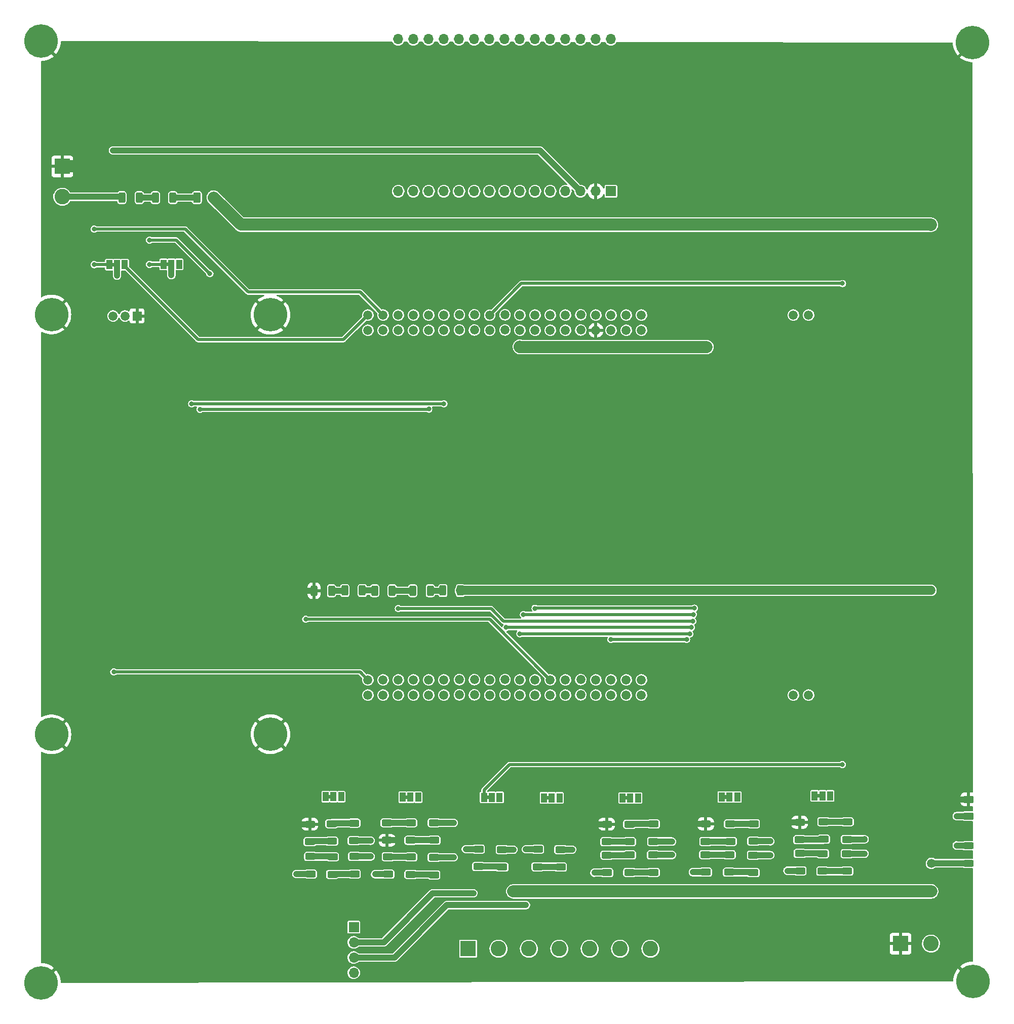
<source format=gtl>
G04 #@! TF.GenerationSoftware,KiCad,Pcbnew,(6.0.11)*
G04 #@! TF.CreationDate,2023-04-07T23:50:28+07:00*
G04 #@! TF.ProjectId,FRA261,46524132-3631-42e6-9b69-6361645f7063,rev?*
G04 #@! TF.SameCoordinates,Original*
G04 #@! TF.FileFunction,Copper,L1,Top*
G04 #@! TF.FilePolarity,Positive*
%FSLAX46Y46*%
G04 Gerber Fmt 4.6, Leading zero omitted, Abs format (unit mm)*
G04 Created by KiCad (PCBNEW (6.0.11)) date 2023-04-07 23:50:28*
%MOMM*%
%LPD*%
G01*
G04 APERTURE LIST*
G04 Aperture macros list*
%AMRoundRect*
0 Rectangle with rounded corners*
0 $1 Rounding radius*
0 $2 $3 $4 $5 $6 $7 $8 $9 X,Y pos of 4 corners*
0 Add a 4 corners polygon primitive as box body*
4,1,4,$2,$3,$4,$5,$6,$7,$8,$9,$2,$3,0*
0 Add four circle primitives for the rounded corners*
1,1,$1+$1,$2,$3*
1,1,$1+$1,$4,$5*
1,1,$1+$1,$6,$7*
1,1,$1+$1,$8,$9*
0 Add four rect primitives between the rounded corners*
20,1,$1+$1,$2,$3,$4,$5,0*
20,1,$1+$1,$4,$5,$6,$7,0*
20,1,$1+$1,$6,$7,$8,$9,0*
20,1,$1+$1,$8,$9,$2,$3,0*%
%AMFreePoly0*
4,1,30,0.171263,0.730184,0.328778,0.674096,0.469953,0.584503,0.587770,0.465861,0.676374,0.324064,0.731362,0.166161,0.750000,0.000000,0.749708,-0.020941,0.726437,-0.186517,0.667062,-0.342823,0.574533,-0.482091,0.453449,-0.597397,0.309828,-0.683013,0.150808,-0.734681,-0.015707,-0.749836,-0.181441,-0.727722,-0.338158,-0.669439,-0.478068,-0.577885,-0.594217,-0.457609,-0.680833,-0.314589,
-0.733611,-0.155934,-0.749927,0.010472,-0.728971,0.176357,-0.671784,0.333476,-0.581208,0.474022,-0.461746,0.591008,-0.319334,0.678620,-0.161051,0.732504,0.005236,0.749982,0.171263,0.730184,0.171263,0.730184,$1*%
G04 Aperture macros list end*
G04 #@! TA.AperFunction,SMDPad,CuDef*
%ADD10RoundRect,0.250000X0.625000X-0.312500X0.625000X0.312500X-0.625000X0.312500X-0.625000X-0.312500X0*%
G04 #@! TD*
G04 #@! TA.AperFunction,SMDPad,CuDef*
%ADD11RoundRect,0.250000X-0.625000X0.312500X-0.625000X-0.312500X0.625000X-0.312500X0.625000X0.312500X0*%
G04 #@! TD*
G04 #@! TA.AperFunction,SMDPad,CuDef*
%ADD12RoundRect,0.250000X-0.625000X0.375000X-0.625000X-0.375000X0.625000X-0.375000X0.625000X0.375000X0*%
G04 #@! TD*
G04 #@! TA.AperFunction,ComponentPad*
%ADD13R,2.600000X2.600000*%
G04 #@! TD*
G04 #@! TA.AperFunction,ComponentPad*
%ADD14C,2.600000*%
G04 #@! TD*
G04 #@! TA.AperFunction,SMDPad,CuDef*
%ADD15R,1.000000X1.500000*%
G04 #@! TD*
G04 #@! TA.AperFunction,ConnectorPad*
%ADD16C,5.600000*%
G04 #@! TD*
G04 #@! TA.AperFunction,ComponentPad*
%ADD17C,3.600000*%
G04 #@! TD*
G04 #@! TA.AperFunction,SMDPad,CuDef*
%ADD18RoundRect,0.250000X-0.312500X-0.625000X0.312500X-0.625000X0.312500X0.625000X-0.312500X0.625000X0*%
G04 #@! TD*
G04 #@! TA.AperFunction,SMDPad,CuDef*
%ADD19RoundRect,0.250000X-0.375000X-0.625000X0.375000X-0.625000X0.375000X0.625000X-0.375000X0.625000X0*%
G04 #@! TD*
G04 #@! TA.AperFunction,SMDPad,CuDef*
%ADD20RoundRect,0.250000X0.312500X0.625000X-0.312500X0.625000X-0.312500X-0.625000X0.312500X-0.625000X0*%
G04 #@! TD*
G04 #@! TA.AperFunction,ComponentPad*
%ADD21FreePoly0,270.000000*%
G04 #@! TD*
G04 #@! TA.AperFunction,ComponentPad*
%ADD22R,1.700000X1.700000*%
G04 #@! TD*
G04 #@! TA.AperFunction,ComponentPad*
%ADD23O,1.700000X1.700000*%
G04 #@! TD*
G04 #@! TA.AperFunction,ComponentPad*
%ADD24FreePoly0,90.000000*%
G04 #@! TD*
G04 #@! TA.AperFunction,ComponentPad*
%ADD25R,1.500000X1.500000*%
G04 #@! TD*
G04 #@! TA.AperFunction,ViaPad*
%ADD26C,0.800000*%
G04 #@! TD*
G04 #@! TA.AperFunction,ViaPad*
%ADD27C,1.500000*%
G04 #@! TD*
G04 #@! TA.AperFunction,Conductor*
%ADD28C,0.500000*%
G04 #@! TD*
G04 #@! TA.AperFunction,Conductor*
%ADD29C,1.000000*%
G04 #@! TD*
G04 #@! TA.AperFunction,Conductor*
%ADD30C,2.000000*%
G04 #@! TD*
G04 #@! TA.AperFunction,Conductor*
%ADD31C,1.500000*%
G04 #@! TD*
G04 APERTURE END LIST*
G36*
X77510000Y-74100000D02*
G01*
X77010000Y-74100000D01*
X77010000Y-73500000D01*
X77510000Y-73500000D01*
X77510000Y-74100000D01*
G37*
G36*
X195430000Y-162857500D02*
G01*
X194930000Y-162857500D01*
X194930000Y-162257500D01*
X195430000Y-162257500D01*
X195430000Y-162857500D01*
G37*
G36*
X179880000Y-163057500D02*
G01*
X179380000Y-163057500D01*
X179380000Y-162457500D01*
X179880000Y-162457500D01*
X179880000Y-163057500D01*
G37*
G36*
X150160000Y-163187500D02*
G01*
X149660000Y-163187500D01*
X149660000Y-162587500D01*
X150160000Y-162587500D01*
X150160000Y-163187500D01*
G37*
G36*
X163310000Y-163207500D02*
G01*
X162810000Y-163207500D01*
X162810000Y-162607500D01*
X163310000Y-162607500D01*
X163310000Y-163207500D01*
G37*
G36*
X86590000Y-74040000D02*
G01*
X86090000Y-74040000D01*
X86090000Y-73440000D01*
X86590000Y-73440000D01*
X86590000Y-74040000D01*
G37*
G36*
X140160000Y-163115000D02*
G01*
X139660000Y-163115000D01*
X139660000Y-162515000D01*
X140160000Y-162515000D01*
X140160000Y-163115000D01*
G37*
G36*
X113680000Y-163000000D02*
G01*
X113180000Y-163000000D01*
X113180000Y-162400000D01*
X113680000Y-162400000D01*
X113680000Y-163000000D01*
G37*
G36*
X126540000Y-163087500D02*
G01*
X126040000Y-163087500D01*
X126040000Y-162487500D01*
X126540000Y-162487500D01*
X126540000Y-163087500D01*
G37*
D10*
X142280000Y-174467500D03*
X142280000Y-171542500D03*
D11*
X167550000Y-172435000D03*
X167550000Y-175360000D03*
D12*
X220240000Y-163150000D03*
X220240000Y-165950000D03*
D13*
X136595000Y-188105000D03*
D14*
X141675000Y-188105000D03*
X146755000Y-188105000D03*
X151835000Y-188105000D03*
X156915000Y-188105000D03*
X161995000Y-188105000D03*
X167075000Y-188105000D03*
D15*
X76610000Y-73800000D03*
X77910000Y-73800000D03*
X79210000Y-73800000D03*
D16*
X103560000Y-82180000D03*
D17*
X103560000Y-82180000D03*
X66940000Y-82130000D03*
D16*
X66940000Y-82130000D03*
D11*
X199980000Y-166902500D03*
X199980000Y-169827500D03*
D18*
X120980000Y-128280000D03*
X123905000Y-128280000D03*
D10*
X113930000Y-175670000D03*
X113930000Y-172745000D03*
D16*
X65180000Y-36450000D03*
D17*
X65180000Y-36450000D03*
D11*
X127000000Y-167067500D03*
X127000000Y-169992500D03*
X130880000Y-172837500D03*
X130880000Y-175762500D03*
D19*
X91260000Y-62580000D03*
X94060000Y-62580000D03*
D11*
X167590000Y-167255000D03*
X167590000Y-170180000D03*
D15*
X194530000Y-162557500D03*
X195830000Y-162557500D03*
X197130000Y-162557500D03*
D11*
X184270000Y-172470000D03*
X184270000Y-175395000D03*
D10*
X152040000Y-174472500D03*
X152040000Y-171547500D03*
D18*
X132380000Y-128250000D03*
X135305000Y-128250000D03*
D20*
X87237500Y-62610000D03*
X84312500Y-62610000D03*
D10*
X123040000Y-169992500D03*
X123040000Y-167067500D03*
D11*
X199930000Y-172230000D03*
X199930000Y-175155000D03*
X110140000Y-167287500D03*
X110140000Y-170212500D03*
D15*
X178980000Y-162757500D03*
X180280000Y-162757500D03*
X181580000Y-162757500D03*
D10*
X127020000Y-175702500D03*
X127020000Y-172777500D03*
D21*
X165570000Y-82210000D03*
X165570000Y-84750000D03*
X163030000Y-82210000D03*
X163030000Y-84750000D03*
X160490000Y-82210000D03*
X160490000Y-84750000D03*
X157950000Y-82210000D03*
X157950000Y-84750000D03*
X155418332Y-82184446D03*
X155418332Y-84724446D03*
X152870000Y-82210000D03*
X152870000Y-84750000D03*
X150330000Y-82210000D03*
X150330000Y-84750000D03*
X147790000Y-82210000D03*
X147790000Y-84750000D03*
X145250000Y-82210000D03*
X145250000Y-84750000D03*
X142769553Y-82184446D03*
X142769553Y-84724446D03*
X140203998Y-82244109D03*
X140203998Y-84784109D03*
X137638444Y-82184446D03*
X137638444Y-84724446D03*
X135132554Y-82184446D03*
X135132554Y-84724446D03*
X132550000Y-82210000D03*
X132550000Y-84750000D03*
X130010000Y-82210000D03*
X130010000Y-84750000D03*
X127470000Y-82210000D03*
X127470000Y-84750000D03*
X124930000Y-82210000D03*
X124930000Y-84750000D03*
X122390000Y-82210000D03*
X122390000Y-84750000D03*
X119850000Y-82210000D03*
X119850000Y-84750000D03*
X165570000Y-143170000D03*
X165570000Y-145710000D03*
X163030000Y-143170000D03*
X163030000Y-145710000D03*
X160490000Y-143170000D03*
X160490000Y-145710000D03*
X157950000Y-143170000D03*
X157950000Y-145710000D03*
X155418332Y-143144446D03*
X155418332Y-145684446D03*
X152870000Y-143170000D03*
X152870000Y-145710000D03*
X150330000Y-143170000D03*
X150330000Y-145710000D03*
X147790000Y-143170000D03*
X147790000Y-145710000D03*
X145250000Y-143170000D03*
X145250000Y-145710000D03*
X142769553Y-143144446D03*
X142769553Y-145684446D03*
X140203998Y-143204109D03*
X140203998Y-145744109D03*
X137638444Y-143144446D03*
X137638444Y-145684446D03*
X135132554Y-143144446D03*
X135132554Y-145684446D03*
X132550000Y-143170000D03*
X132550000Y-145710000D03*
X130010000Y-143170000D03*
X130010000Y-145710000D03*
X127470000Y-143170000D03*
X127470000Y-145710000D03*
X124930000Y-143170000D03*
X124930000Y-145710000D03*
X122390000Y-143170000D03*
X122390000Y-145710000D03*
X119850000Y-143170000D03*
X119850000Y-145710000D03*
X193510000Y-82210000D03*
X190970000Y-82210000D03*
X193510000Y-145710000D03*
X190970000Y-145710000D03*
D13*
X208885000Y-187255000D03*
D14*
X213965000Y-187255000D03*
D11*
X192020000Y-166980000D03*
X192020000Y-169905000D03*
D10*
X180260000Y-175325000D03*
X180260000Y-172400000D03*
D11*
X159760000Y-167295000D03*
X159760000Y-170220000D03*
X159790000Y-172455000D03*
X159790000Y-175380000D03*
D17*
X103560000Y-152260000D03*
D16*
X103560000Y-152260000D03*
D20*
X81632500Y-62600000D03*
X78707500Y-62600000D03*
D22*
X117485000Y-184500000D03*
D23*
X117485000Y-187040000D03*
X117485000Y-189580000D03*
X117485000Y-192120000D03*
D11*
X117520000Y-167115000D03*
X117520000Y-170040000D03*
X117590000Y-172685000D03*
X117590000Y-175610000D03*
D16*
X66940000Y-152280000D03*
D17*
X66940000Y-152280000D03*
D10*
X196030000Y-169812500D03*
X196030000Y-166887500D03*
D11*
X123220000Y-172727500D03*
X123220000Y-175652500D03*
D15*
X149260000Y-162887500D03*
X150560000Y-162887500D03*
X151860000Y-162887500D03*
D11*
X220210000Y-170895000D03*
X220210000Y-173820000D03*
D16*
X65180000Y-193810000D03*
D17*
X65180000Y-193810000D03*
D15*
X162410000Y-162907500D03*
X163710000Y-162907500D03*
X165010000Y-162907500D03*
D10*
X195870000Y-175155000D03*
X195870000Y-172230000D03*
D15*
X85690000Y-73740000D03*
X86990000Y-73740000D03*
X88290000Y-73740000D03*
D18*
X115990000Y-128250000D03*
X118915000Y-128250000D03*
D10*
X163580000Y-170230000D03*
X163580000Y-167305000D03*
D11*
X138330000Y-171465000D03*
X138330000Y-174390000D03*
D16*
X220930000Y-36650000D03*
D17*
X220930000Y-36650000D03*
D13*
X68755000Y-57375000D03*
D14*
X68755000Y-62455000D03*
D10*
X163600000Y-175357500D03*
X163600000Y-172432500D03*
D11*
X192080000Y-172170000D03*
X192080000Y-175095000D03*
D15*
X139260000Y-162815000D03*
X140560000Y-162815000D03*
X141860000Y-162815000D03*
D18*
X127350000Y-128280000D03*
X130275000Y-128280000D03*
D16*
X220990000Y-193550000D03*
D17*
X220990000Y-193550000D03*
D11*
X184300000Y-167202500D03*
X184300000Y-170127500D03*
D18*
X110837500Y-128290000D03*
X113762500Y-128290000D03*
D11*
X148230000Y-171477500D03*
X148230000Y-174402500D03*
D15*
X112780000Y-162700000D03*
X114080000Y-162700000D03*
X115380000Y-162700000D03*
D11*
X176310000Y-167240000D03*
X176310000Y-170165000D03*
D15*
X125640000Y-162787500D03*
X126940000Y-162787500D03*
X128240000Y-162787500D03*
D10*
X113800000Y-170130000D03*
X113800000Y-167205000D03*
D23*
X160460000Y-36130000D03*
X157920000Y-36130000D03*
X155380000Y-36130000D03*
X152840000Y-36130000D03*
X150300000Y-36130000D03*
X147760000Y-36130000D03*
X145220000Y-36130000D03*
X142680000Y-36130000D03*
X140140000Y-36130000D03*
X137600000Y-36130000D03*
X135060000Y-36130000D03*
X132520000Y-36130000D03*
X129980000Y-36130000D03*
X127440000Y-36130000D03*
X124900000Y-36130000D03*
D22*
X160460000Y-61530000D03*
D23*
X157920000Y-61530000D03*
X155380000Y-61530000D03*
X152840000Y-61530000D03*
X150300000Y-61530000D03*
X147760000Y-61530000D03*
X145220000Y-61530000D03*
X142680000Y-61530000D03*
X140140000Y-61530000D03*
X137600000Y-61530000D03*
X135060000Y-61530000D03*
X132520000Y-61530000D03*
X129980000Y-61530000D03*
X127440000Y-61530000D03*
X124900000Y-61530000D03*
D24*
X77250000Y-82370000D03*
X79250000Y-82370000D03*
D25*
X81250000Y-82370000D03*
D10*
X130900000Y-169980000D03*
X130900000Y-167055000D03*
D11*
X110260000Y-172695000D03*
X110260000Y-175620000D03*
X176290000Y-172382500D03*
X176290000Y-175307500D03*
D10*
X180440000Y-170165000D03*
X180440000Y-167240000D03*
D26*
X162400000Y-162890000D03*
X124930000Y-131280000D03*
X174150000Y-133390000D03*
X170690000Y-172440000D03*
X163700000Y-162890000D03*
X170690000Y-170220000D03*
X179000000Y-162740000D03*
X145840000Y-132250000D03*
X174250000Y-132240000D03*
X187100000Y-170160000D03*
X180260000Y-162770000D03*
X187100000Y-172480000D03*
X147790000Y-131220000D03*
X194530000Y-162570000D03*
X174440000Y-131210000D03*
X202870000Y-169820000D03*
X202870000Y-172220000D03*
X195820000Y-162550000D03*
X77360000Y-141850000D03*
D27*
X145250000Y-87490000D03*
X176440000Y-87570000D03*
X102960000Y-57390000D03*
X108950000Y-128330000D03*
D26*
X124920000Y-165070000D03*
D27*
X157980000Y-94670000D03*
X94670000Y-70670000D03*
D26*
X174260000Y-165070000D03*
D27*
X181780000Y-94700000D03*
D26*
X157705000Y-167295000D03*
X108070000Y-165080000D03*
X174220000Y-167250000D03*
X157710000Y-165090000D03*
X189870000Y-167000000D03*
D27*
X102970000Y-70630000D03*
D26*
X124927500Y-169992500D03*
X189890000Y-165070000D03*
D27*
X157920000Y-70570000D03*
X208885000Y-70715000D03*
D26*
X108062500Y-167287500D03*
D27*
X181780000Y-70840000D03*
X208760000Y-163130000D03*
D26*
X77205000Y-62455000D03*
X77240000Y-54720000D03*
X107880000Y-175620000D03*
X121052500Y-175652500D03*
X137480000Y-178830000D03*
X140540000Y-162800000D03*
X136215000Y-171465000D03*
X146262500Y-180817500D03*
X150560000Y-162920000D03*
X146262500Y-171477500D03*
X157710000Y-175410000D03*
X174157500Y-175307500D03*
X189980000Y-175080000D03*
X153990000Y-178500000D03*
X144150000Y-178530000D03*
D27*
X213980000Y-128220000D03*
D26*
X144142500Y-171542500D03*
D27*
X213970000Y-67140000D03*
X214040000Y-173830000D03*
X214020000Y-178530000D03*
D26*
X153980000Y-171550000D03*
X218270000Y-170850000D03*
X218270000Y-165950000D03*
X125660000Y-128280000D03*
X114050000Y-162720000D03*
X120300000Y-172700000D03*
X120300000Y-170060000D03*
X134180000Y-172830000D03*
X126940000Y-162810000D03*
X134170000Y-167065000D03*
X199140000Y-157330000D03*
X199180000Y-76940000D03*
X132550000Y-97040000D03*
X112770000Y-162700000D03*
X90390000Y-97070000D03*
X91790000Y-97960000D03*
X130020000Y-97940000D03*
X125630000Y-162780000D03*
X74080000Y-73800000D03*
X74080000Y-67850000D03*
X141860000Y-162870000D03*
X173110000Y-136440000D03*
X160480000Y-136440000D03*
X93430000Y-75300000D03*
X83340000Y-73740000D03*
X109450000Y-133050000D03*
X83340000Y-69690000D03*
X145250000Y-135480000D03*
X149270000Y-162880000D03*
X173660000Y-135510000D03*
X142930000Y-134430000D03*
X151860000Y-162910000D03*
X173900000Y-134430000D03*
X86990000Y-75540000D03*
X77910000Y-75630000D03*
D28*
X140430000Y-131280000D02*
X142540000Y-133390000D01*
X124930000Y-131280000D02*
X140430000Y-131280000D01*
X142540000Y-133390000D02*
X174150000Y-133390000D01*
D29*
X170685000Y-172435000D02*
X170690000Y-172440000D01*
X167590000Y-170180000D02*
X170650000Y-170180000D01*
X167550000Y-172435000D02*
X170685000Y-172435000D01*
X170650000Y-170180000D02*
X170690000Y-170220000D01*
D28*
X145850000Y-132240000D02*
X145840000Y-132250000D01*
X174250000Y-132240000D02*
X145850000Y-132240000D01*
D29*
X187100000Y-170160000D02*
X187067500Y-170127500D01*
X187067500Y-170127500D02*
X184300000Y-170127500D01*
X184270000Y-172470000D02*
X187090000Y-172470000D01*
X187090000Y-172470000D02*
X187100000Y-172480000D01*
D28*
X147790000Y-131220000D02*
X147720000Y-131220000D01*
X147720000Y-131220000D02*
X147690000Y-131190000D01*
X147800000Y-131210000D02*
X174440000Y-131210000D01*
X147790000Y-131220000D02*
X147800000Y-131210000D01*
D29*
X202862500Y-169827500D02*
X202870000Y-169820000D01*
X199930000Y-172230000D02*
X202860000Y-172230000D01*
X199980000Y-169827500D02*
X202862500Y-169827500D01*
X202860000Y-172230000D02*
X202870000Y-172220000D01*
D28*
X77360000Y-141850000D02*
X118530000Y-141850000D01*
X118530000Y-141850000D02*
X119850000Y-143170000D01*
D30*
X145330000Y-87570000D02*
X145250000Y-87490000D01*
X145250000Y-87490000D02*
X145250000Y-87530000D01*
X145250000Y-87530000D02*
X145310000Y-87590000D01*
X176440000Y-87570000D02*
X145330000Y-87570000D01*
D29*
X176310000Y-167240000D02*
X174230000Y-167240000D01*
X123040000Y-169992500D02*
X124927500Y-169992500D01*
X208760000Y-163130000D02*
X206820000Y-165070000D01*
D30*
X208885000Y-70715000D02*
X208850000Y-70680000D01*
D29*
X189890000Y-165070000D02*
X174260000Y-165070000D01*
X157710000Y-165090000D02*
X157690000Y-165070000D01*
X157690000Y-165070000D02*
X124920000Y-165070000D01*
X110837500Y-128290000D02*
X108990000Y-128290000D01*
X159760000Y-167295000D02*
X157705000Y-167295000D01*
X157730000Y-165070000D02*
X157710000Y-165090000D01*
X208760000Y-163130000D02*
X208780000Y-163150000D01*
X124920000Y-165070000D02*
X108080000Y-165070000D01*
X174260000Y-165070000D02*
X157730000Y-165070000D01*
X108080000Y-165070000D02*
X108070000Y-165080000D01*
X208780000Y-163150000D02*
X220240000Y-163150000D01*
D30*
X157980000Y-94670000D02*
X181750000Y-94670000D01*
X181750000Y-94670000D02*
X181780000Y-94700000D01*
D29*
X189890000Y-166980000D02*
X189870000Y-167000000D01*
X108062500Y-167287500D02*
X108050000Y-167300000D01*
X192020000Y-166980000D02*
X189890000Y-166980000D01*
X108990000Y-128290000D02*
X108950000Y-128330000D01*
D30*
X68755000Y-57375000D02*
X102925000Y-57375000D01*
X208850000Y-70680000D02*
X94500000Y-70680000D01*
D29*
X174230000Y-167240000D02*
X174220000Y-167250000D01*
X157705000Y-167295000D02*
X157700000Y-167290000D01*
X206820000Y-165070000D02*
X189890000Y-165070000D01*
D30*
X102925000Y-57375000D02*
X102930000Y-57380000D01*
D29*
X110140000Y-167287500D02*
X108062500Y-167287500D01*
X68755000Y-62455000D02*
X77205000Y-62455000D01*
X78562500Y-62455000D02*
X78707500Y-62600000D01*
X77205000Y-62455000D02*
X78562500Y-62455000D01*
X77240000Y-54720000D02*
X148570000Y-54720000D01*
X148570000Y-54720000D02*
X155380000Y-61530000D01*
X110260000Y-175620000D02*
X107880000Y-175620000D01*
X121052500Y-175652500D02*
X121050000Y-175650000D01*
X123220000Y-175652500D02*
X121052500Y-175652500D01*
X122480000Y-187040000D02*
X117485000Y-187040000D01*
X130690000Y-178830000D02*
X122480000Y-187040000D01*
X138330000Y-171465000D02*
X136215000Y-171465000D01*
X137480000Y-178830000D02*
X130690000Y-178830000D01*
X148230000Y-171477500D02*
X146262500Y-171477500D01*
X124270000Y-189580000D02*
X117485000Y-189580000D01*
X133032500Y-180817500D02*
X124270000Y-189580000D01*
X146262500Y-180817500D02*
X133032500Y-180817500D01*
X157740000Y-175380000D02*
X157710000Y-175410000D01*
X159790000Y-175380000D02*
X157740000Y-175380000D01*
X176290000Y-175307500D02*
X174157500Y-175307500D01*
X192080000Y-175095000D02*
X189995000Y-175095000D01*
X189995000Y-175095000D02*
X189980000Y-175080000D01*
D31*
X213980000Y-128220000D02*
X135335000Y-128220000D01*
D30*
X213950000Y-67120000D02*
X98620000Y-67120000D01*
D29*
X153977500Y-171547500D02*
X153980000Y-171550000D01*
X214050000Y-173820000D02*
X220210000Y-173820000D01*
D30*
X214020000Y-178530000D02*
X154020000Y-178530000D01*
X213970000Y-67140000D02*
X213950000Y-67120000D01*
D29*
X144142500Y-171542500D02*
X144160000Y-171560000D01*
X152040000Y-171547500D02*
X153977500Y-171547500D01*
D30*
X95080000Y-63580000D02*
X95060000Y-63580000D01*
X98620000Y-67120000D02*
X95080000Y-63580000D01*
D31*
X135335000Y-128220000D02*
X135305000Y-128250000D01*
D30*
X153960000Y-178530000D02*
X144150000Y-178530000D01*
X154020000Y-178530000D02*
X153990000Y-178500000D01*
X153990000Y-178500000D02*
X153960000Y-178530000D01*
D29*
X142280000Y-171542500D02*
X144142500Y-171542500D01*
X214040000Y-173830000D02*
X214050000Y-173820000D01*
D30*
X95060000Y-63580000D02*
X94060000Y-62580000D01*
D29*
X218270000Y-170850000D02*
X218315000Y-170895000D01*
X218270000Y-165950000D02*
X220240000Y-165950000D01*
X218315000Y-170895000D02*
X220210000Y-170895000D01*
X91230000Y-62610000D02*
X91260000Y-62580000D01*
X87237500Y-62610000D02*
X91230000Y-62610000D01*
X163580000Y-170230000D02*
X159770000Y-170230000D01*
X159770000Y-170230000D02*
X159760000Y-170220000D01*
X176310000Y-170165000D02*
X180440000Y-170165000D01*
X195937500Y-169905000D02*
X196030000Y-169812500D01*
X192020000Y-169905000D02*
X195937500Y-169905000D01*
X113762500Y-128290000D02*
X115950000Y-128290000D01*
X115950000Y-128290000D02*
X115990000Y-128250000D01*
X110222500Y-170130000D02*
X110140000Y-170212500D01*
X113800000Y-170130000D02*
X110222500Y-170130000D01*
X127000000Y-167067500D02*
X123040000Y-167067500D01*
X123905000Y-128280000D02*
X125660000Y-128280000D01*
X125660000Y-128280000D02*
X127350000Y-128280000D01*
X132350000Y-128280000D02*
X132380000Y-128250000D01*
X130275000Y-128280000D02*
X132350000Y-128280000D01*
X167590000Y-167255000D02*
X163630000Y-167255000D01*
X163630000Y-167255000D02*
X163580000Y-167305000D01*
X184300000Y-167202500D02*
X180477500Y-167202500D01*
X180477500Y-167202500D02*
X180440000Y-167240000D01*
X196045000Y-166902500D02*
X196030000Y-166887500D01*
X199980000Y-166902500D02*
X196045000Y-166902500D01*
X120950000Y-128250000D02*
X120980000Y-128280000D01*
X118915000Y-128250000D02*
X120950000Y-128250000D01*
X117520000Y-167115000D02*
X113890000Y-167115000D01*
X113890000Y-167115000D02*
X113800000Y-167205000D01*
X130900000Y-169980000D02*
X127012500Y-169980000D01*
X127012500Y-169980000D02*
X127000000Y-169992500D01*
X163600000Y-175357500D02*
X167547500Y-175357500D01*
X167547500Y-175357500D02*
X167550000Y-175360000D01*
X184200000Y-175325000D02*
X184270000Y-175395000D01*
X180260000Y-175325000D02*
X184200000Y-175325000D01*
X142202500Y-174390000D02*
X142280000Y-174467500D01*
X138330000Y-174390000D02*
X142202500Y-174390000D01*
X151970000Y-174402500D02*
X152040000Y-174472500D01*
X148230000Y-174402500D02*
X151970000Y-174402500D01*
X199930000Y-175155000D02*
X195870000Y-175155000D01*
X84302500Y-62600000D02*
X84312500Y-62610000D01*
X81632500Y-62600000D02*
X84302500Y-62600000D01*
X120300000Y-172700000D02*
X120285000Y-172685000D01*
X120280000Y-170040000D02*
X120300000Y-170060000D01*
X120285000Y-172685000D02*
X117590000Y-172685000D01*
X117520000Y-170040000D02*
X120280000Y-170040000D01*
X113990000Y-175610000D02*
X113930000Y-175670000D01*
X117590000Y-175610000D02*
X113990000Y-175610000D01*
X134172500Y-172837500D02*
X130880000Y-172837500D01*
X134180000Y-172830000D02*
X134172500Y-172837500D01*
X134160000Y-167055000D02*
X130900000Y-167055000D01*
X134170000Y-167065000D02*
X134160000Y-167055000D01*
X127020000Y-175702500D02*
X130820000Y-175702500D01*
X130820000Y-175702500D02*
X130880000Y-175762500D01*
X159790000Y-172455000D02*
X163577500Y-172455000D01*
X163577500Y-172455000D02*
X163600000Y-172432500D01*
X176290000Y-172382500D02*
X180242500Y-172382500D01*
X180242500Y-172382500D02*
X180260000Y-172400000D01*
X195810000Y-172170000D02*
X195870000Y-172230000D01*
X192080000Y-172170000D02*
X195810000Y-172170000D01*
X110260000Y-172695000D02*
X113880000Y-172695000D01*
X113880000Y-172695000D02*
X113930000Y-172745000D01*
X126970000Y-172727500D02*
X127020000Y-172777500D01*
X123220000Y-172727500D02*
X126970000Y-172727500D01*
D28*
X143495000Y-157330000D02*
X199140000Y-157330000D01*
X139260000Y-162815000D02*
X139260000Y-161565000D01*
X145508107Y-76940000D02*
X140203998Y-82244109D01*
X199180000Y-76940000D02*
X145508107Y-76940000D01*
X139260000Y-161565000D02*
X143495000Y-157330000D01*
X132540000Y-97030000D02*
X90430000Y-97030000D01*
X90430000Y-97030000D02*
X90390000Y-97070000D01*
X132550000Y-97040000D02*
X132540000Y-97030000D01*
X130020000Y-97940000D02*
X130000000Y-97960000D01*
X130000000Y-97960000D02*
X91790000Y-97960000D01*
X76610000Y-73800000D02*
X74080000Y-73800000D01*
X89322082Y-67850000D02*
X99842082Y-78370000D01*
X74080000Y-67850000D02*
X89322082Y-67850000D01*
X99842082Y-78370000D02*
X118550000Y-78370000D01*
X118550000Y-78370000D02*
X122390000Y-82210000D01*
X91480000Y-86320000D02*
X115740000Y-86320000D01*
X79210000Y-73800000D02*
X79210000Y-74050000D01*
X79210000Y-74050000D02*
X91480000Y-86320000D01*
X115740000Y-86320000D02*
X119850000Y-82210000D01*
X173110000Y-136440000D02*
X160480000Y-136440000D01*
X93410000Y-75300000D02*
X87800000Y-69690000D01*
X87800000Y-69690000D02*
X83340000Y-69690000D01*
X109450000Y-133050000D02*
X140210000Y-133050000D01*
X140210000Y-133050000D02*
X150330000Y-143170000D01*
X93430000Y-75300000D02*
X93410000Y-75300000D01*
X85690000Y-73740000D02*
X83340000Y-73740000D01*
X173660000Y-135510000D02*
X145280000Y-135510000D01*
X145280000Y-135510000D02*
X145250000Y-135480000D01*
X142930000Y-134430000D02*
X142920000Y-134440000D01*
X173900000Y-134430000D02*
X142930000Y-134430000D01*
D29*
X86990000Y-73740000D02*
X86990000Y-75540000D01*
X77910000Y-73800000D02*
X77910000Y-75630000D01*
G04 #@! TA.AperFunction,Conductor*
G36*
X65544770Y-36450468D02*
G01*
X65544408Y-36451132D01*
X65544539Y-36452965D01*
X65548790Y-36459580D01*
X67679009Y-38589798D01*
X67692605Y-38597223D01*
X67702218Y-38590522D01*
X67802518Y-38473912D01*
X67806676Y-38468514D01*
X68005762Y-38178840D01*
X68009310Y-38173029D01*
X68175942Y-37863559D01*
X68178849Y-37857381D01*
X68311090Y-37531713D01*
X68313304Y-37525283D01*
X68409598Y-37187237D01*
X68411105Y-37180607D01*
X68470332Y-36834118D01*
X68471112Y-36827378D01*
X68486687Y-36572716D01*
X68510810Y-36505943D01*
X68567204Y-36462813D01*
X68612614Y-36454408D01*
X79602300Y-36468520D01*
X123845264Y-36525333D01*
X123913357Y-36545422D01*
X123957166Y-36593737D01*
X123967899Y-36614620D01*
X124009893Y-36696332D01*
X124012712Y-36701818D01*
X124140677Y-36863270D01*
X124145370Y-36867264D01*
X124145371Y-36867265D01*
X124252233Y-36958211D01*
X124297564Y-36996791D01*
X124302942Y-36999797D01*
X124302944Y-36999798D01*
X124341342Y-37021258D01*
X124477398Y-37097297D01*
X124572238Y-37128113D01*
X124667471Y-37159056D01*
X124667475Y-37159057D01*
X124673329Y-37160959D01*
X124877894Y-37185351D01*
X124884029Y-37184879D01*
X124884031Y-37184879D01*
X124940039Y-37180569D01*
X125083300Y-37169546D01*
X125089230Y-37167890D01*
X125089232Y-37167890D01*
X125275797Y-37115800D01*
X125275796Y-37115800D01*
X125281725Y-37114145D01*
X125287214Y-37111372D01*
X125287220Y-37111370D01*
X125460116Y-37024033D01*
X125465610Y-37021258D01*
X125473490Y-37015102D01*
X125623101Y-36898213D01*
X125627951Y-36894424D01*
X125680006Y-36834118D01*
X125758540Y-36743134D01*
X125758540Y-36743133D01*
X125762564Y-36738472D01*
X125780642Y-36706650D01*
X125845882Y-36591806D01*
X125896921Y-36542456D01*
X125955600Y-36528043D01*
X126196620Y-36528352D01*
X126386941Y-36528596D01*
X126455035Y-36548685D01*
X126498843Y-36597000D01*
X126552712Y-36701818D01*
X126680677Y-36863270D01*
X126685370Y-36867264D01*
X126685371Y-36867265D01*
X126792233Y-36958211D01*
X126837564Y-36996791D01*
X126842942Y-36999797D01*
X126842944Y-36999798D01*
X126881342Y-37021258D01*
X127017398Y-37097297D01*
X127112238Y-37128113D01*
X127207471Y-37159056D01*
X127207475Y-37159057D01*
X127213329Y-37160959D01*
X127417894Y-37185351D01*
X127424029Y-37184879D01*
X127424031Y-37184879D01*
X127480039Y-37180569D01*
X127623300Y-37169546D01*
X127629230Y-37167890D01*
X127629232Y-37167890D01*
X127815797Y-37115800D01*
X127815796Y-37115800D01*
X127821725Y-37114145D01*
X127827214Y-37111372D01*
X127827220Y-37111370D01*
X128000116Y-37024033D01*
X128005610Y-37021258D01*
X128013490Y-37015102D01*
X128163101Y-36898213D01*
X128167951Y-36894424D01*
X128220006Y-36834118D01*
X128298540Y-36743134D01*
X128298540Y-36743133D01*
X128302564Y-36738472D01*
X128313400Y-36719397D01*
X128384031Y-36595065D01*
X128435070Y-36545714D01*
X128493749Y-36531302D01*
X128738905Y-36531617D01*
X128928618Y-36531860D01*
X128996712Y-36551950D01*
X129040521Y-36600265D01*
X129065841Y-36649532D01*
X129089893Y-36696332D01*
X129092712Y-36701818D01*
X129220677Y-36863270D01*
X129225370Y-36867264D01*
X129225371Y-36867265D01*
X129332233Y-36958211D01*
X129377564Y-36996791D01*
X129382942Y-36999797D01*
X129382944Y-36999798D01*
X129421342Y-37021258D01*
X129557398Y-37097297D01*
X129652238Y-37128113D01*
X129747471Y-37159056D01*
X129747475Y-37159057D01*
X129753329Y-37160959D01*
X129957894Y-37185351D01*
X129964029Y-37184879D01*
X129964031Y-37184879D01*
X130020039Y-37180569D01*
X130163300Y-37169546D01*
X130169230Y-37167890D01*
X130169232Y-37167890D01*
X130355797Y-37115800D01*
X130355796Y-37115800D01*
X130361725Y-37114145D01*
X130367214Y-37111372D01*
X130367220Y-37111370D01*
X130540116Y-37024033D01*
X130545610Y-37021258D01*
X130553490Y-37015102D01*
X130703101Y-36898213D01*
X130707951Y-36894424D01*
X130760006Y-36834118D01*
X130838540Y-36743134D01*
X130838540Y-36743133D01*
X130842564Y-36738472D01*
X130860642Y-36706650D01*
X130901813Y-36634175D01*
X130922180Y-36598323D01*
X130973218Y-36548974D01*
X131031897Y-36534561D01*
X131470297Y-36535124D01*
X131538389Y-36555212D01*
X131582198Y-36603528D01*
X131605841Y-36649532D01*
X131629893Y-36696332D01*
X131632712Y-36701818D01*
X131760677Y-36863270D01*
X131765370Y-36867264D01*
X131765371Y-36867265D01*
X131872233Y-36958211D01*
X131917564Y-36996791D01*
X131922942Y-36999797D01*
X131922944Y-36999798D01*
X131961342Y-37021258D01*
X132097398Y-37097297D01*
X132192238Y-37128113D01*
X132287471Y-37159056D01*
X132287475Y-37159057D01*
X132293329Y-37160959D01*
X132497894Y-37185351D01*
X132504029Y-37184879D01*
X132504031Y-37184879D01*
X132560039Y-37180569D01*
X132703300Y-37169546D01*
X132709230Y-37167890D01*
X132709232Y-37167890D01*
X132895797Y-37115800D01*
X132895796Y-37115800D01*
X132901725Y-37114145D01*
X132907214Y-37111372D01*
X132907220Y-37111370D01*
X133080116Y-37024033D01*
X133085610Y-37021258D01*
X133093490Y-37015102D01*
X133243101Y-36898213D01*
X133247951Y-36894424D01*
X133300006Y-36834118D01*
X133378540Y-36743134D01*
X133378540Y-36743133D01*
X133382564Y-36738472D01*
X133400642Y-36706650D01*
X133460328Y-36601583D01*
X133511367Y-36552232D01*
X133570045Y-36537820D01*
X134011974Y-36538388D01*
X134080066Y-36558477D01*
X134123876Y-36606793D01*
X134169893Y-36696332D01*
X134172712Y-36701818D01*
X134300677Y-36863270D01*
X134305370Y-36867264D01*
X134305371Y-36867265D01*
X134412233Y-36958211D01*
X134457564Y-36996791D01*
X134462942Y-36999797D01*
X134462944Y-36999798D01*
X134501342Y-37021258D01*
X134637398Y-37097297D01*
X134732238Y-37128113D01*
X134827471Y-37159056D01*
X134827475Y-37159057D01*
X134833329Y-37160959D01*
X135037894Y-37185351D01*
X135044029Y-37184879D01*
X135044031Y-37184879D01*
X135100039Y-37180569D01*
X135243300Y-37169546D01*
X135249230Y-37167890D01*
X135249232Y-37167890D01*
X135435797Y-37115800D01*
X135435796Y-37115800D01*
X135441725Y-37114145D01*
X135447214Y-37111372D01*
X135447220Y-37111370D01*
X135620116Y-37024033D01*
X135625610Y-37021258D01*
X135633490Y-37015102D01*
X135783101Y-36898213D01*
X135787951Y-36894424D01*
X135840006Y-36834118D01*
X135918540Y-36743134D01*
X135918540Y-36743133D01*
X135922564Y-36738472D01*
X135933400Y-36719397D01*
X135998477Y-36604842D01*
X136049516Y-36555491D01*
X136108193Y-36541080D01*
X136553651Y-36541652D01*
X136621744Y-36561741D01*
X136665553Y-36610056D01*
X136685841Y-36649532D01*
X136709893Y-36696332D01*
X136712712Y-36701818D01*
X136840677Y-36863270D01*
X136845370Y-36867264D01*
X136845371Y-36867265D01*
X136952233Y-36958211D01*
X136997564Y-36996791D01*
X137002942Y-36999797D01*
X137002944Y-36999798D01*
X137041342Y-37021258D01*
X137177398Y-37097297D01*
X137272238Y-37128113D01*
X137367471Y-37159056D01*
X137367475Y-37159057D01*
X137373329Y-37160959D01*
X137577894Y-37185351D01*
X137584029Y-37184879D01*
X137584031Y-37184879D01*
X137640039Y-37180569D01*
X137783300Y-37169546D01*
X137789230Y-37167890D01*
X137789232Y-37167890D01*
X137975797Y-37115800D01*
X137975796Y-37115800D01*
X137981725Y-37114145D01*
X137987214Y-37111372D01*
X137987220Y-37111370D01*
X138160116Y-37024033D01*
X138165610Y-37021258D01*
X138173490Y-37015102D01*
X138323101Y-36898213D01*
X138327951Y-36894424D01*
X138380006Y-36834118D01*
X138458540Y-36743134D01*
X138458540Y-36743133D01*
X138462564Y-36738472D01*
X138473400Y-36719397D01*
X138536625Y-36608102D01*
X138587664Y-36558751D01*
X138646343Y-36544339D01*
X138809006Y-36544548D01*
X139095327Y-36544915D01*
X139163421Y-36565005D01*
X139207231Y-36613321D01*
X139249893Y-36696332D01*
X139252712Y-36701818D01*
X139380677Y-36863270D01*
X139385370Y-36867264D01*
X139385371Y-36867265D01*
X139492233Y-36958211D01*
X139537564Y-36996791D01*
X139542942Y-36999797D01*
X139542944Y-36999798D01*
X139581342Y-37021258D01*
X139717398Y-37097297D01*
X139812238Y-37128113D01*
X139907471Y-37159056D01*
X139907475Y-37159057D01*
X139913329Y-37160959D01*
X140117894Y-37185351D01*
X140124029Y-37184879D01*
X140124031Y-37184879D01*
X140180039Y-37180569D01*
X140323300Y-37169546D01*
X140329230Y-37167890D01*
X140329232Y-37167890D01*
X140515797Y-37115800D01*
X140515796Y-37115800D01*
X140521725Y-37114145D01*
X140527214Y-37111372D01*
X140527220Y-37111370D01*
X140700116Y-37024033D01*
X140705610Y-37021258D01*
X140713490Y-37015102D01*
X140863101Y-36898213D01*
X140867951Y-36894424D01*
X140920006Y-36834118D01*
X140998540Y-36743134D01*
X140998540Y-36743133D01*
X141002564Y-36738472D01*
X141020642Y-36706650D01*
X141061813Y-36634175D01*
X141074773Y-36611361D01*
X141125812Y-36562011D01*
X141184491Y-36547598D01*
X141637004Y-36548179D01*
X141705099Y-36568269D01*
X141748908Y-36616584D01*
X141792712Y-36701818D01*
X141920677Y-36863270D01*
X141925370Y-36867264D01*
X141925371Y-36867265D01*
X142032233Y-36958211D01*
X142077564Y-36996791D01*
X142082942Y-36999797D01*
X142082944Y-36999798D01*
X142121342Y-37021258D01*
X142257398Y-37097297D01*
X142352238Y-37128113D01*
X142447471Y-37159056D01*
X142447475Y-37159057D01*
X142453329Y-37160959D01*
X142657894Y-37185351D01*
X142664029Y-37184879D01*
X142664031Y-37184879D01*
X142720039Y-37180569D01*
X142863300Y-37169546D01*
X142869230Y-37167890D01*
X142869232Y-37167890D01*
X143055797Y-37115800D01*
X143055796Y-37115800D01*
X143061725Y-37114145D01*
X143067214Y-37111372D01*
X143067220Y-37111370D01*
X143240116Y-37024033D01*
X143245610Y-37021258D01*
X143253490Y-37015102D01*
X143403101Y-36898213D01*
X143407951Y-36894424D01*
X143460006Y-36834118D01*
X143538540Y-36743134D01*
X143538540Y-36743133D01*
X143542564Y-36738472D01*
X143560642Y-36706650D01*
X143612922Y-36614620D01*
X143663961Y-36565269D01*
X143722639Y-36550857D01*
X144178684Y-36551443D01*
X144246776Y-36571532D01*
X144290586Y-36619849D01*
X144329893Y-36696332D01*
X144332712Y-36701818D01*
X144460677Y-36863270D01*
X144465370Y-36867264D01*
X144465371Y-36867265D01*
X144572233Y-36958211D01*
X144617564Y-36996791D01*
X144622942Y-36999797D01*
X144622944Y-36999798D01*
X144661342Y-37021258D01*
X144797398Y-37097297D01*
X144892238Y-37128113D01*
X144987471Y-37159056D01*
X144987475Y-37159057D01*
X144993329Y-37160959D01*
X145197894Y-37185351D01*
X145204029Y-37184879D01*
X145204031Y-37184879D01*
X145260039Y-37180569D01*
X145403300Y-37169546D01*
X145409230Y-37167890D01*
X145409232Y-37167890D01*
X145595797Y-37115800D01*
X145595796Y-37115800D01*
X145601725Y-37114145D01*
X145607214Y-37111372D01*
X145607220Y-37111370D01*
X145780116Y-37024033D01*
X145785610Y-37021258D01*
X145793490Y-37015102D01*
X145943101Y-36898213D01*
X145947951Y-36894424D01*
X146000006Y-36834118D01*
X146078540Y-36743134D01*
X146078540Y-36743133D01*
X146082564Y-36738472D01*
X146151071Y-36617878D01*
X146202109Y-36568529D01*
X146260786Y-36554117D01*
X146720360Y-36554707D01*
X146788453Y-36574796D01*
X146832263Y-36623112D01*
X146838972Y-36636167D01*
X146869893Y-36696332D01*
X146872712Y-36701818D01*
X147000677Y-36863270D01*
X147005370Y-36867264D01*
X147005371Y-36867265D01*
X147112233Y-36958211D01*
X147157564Y-36996791D01*
X147162942Y-36999797D01*
X147162944Y-36999798D01*
X147201342Y-37021258D01*
X147337398Y-37097297D01*
X147432238Y-37128113D01*
X147527471Y-37159056D01*
X147527475Y-37159057D01*
X147533329Y-37160959D01*
X147737894Y-37185351D01*
X147744029Y-37184879D01*
X147744031Y-37184879D01*
X147800039Y-37180569D01*
X147943300Y-37169546D01*
X147949230Y-37167890D01*
X147949232Y-37167890D01*
X148135797Y-37115800D01*
X148135796Y-37115800D01*
X148141725Y-37114145D01*
X148147214Y-37111372D01*
X148147220Y-37111370D01*
X148320116Y-37024033D01*
X148325610Y-37021258D01*
X148333490Y-37015102D01*
X148483101Y-36898213D01*
X148487951Y-36894424D01*
X148540006Y-36834118D01*
X148618540Y-36743134D01*
X148618540Y-36743133D01*
X148622564Y-36738472D01*
X148633400Y-36719397D01*
X148689219Y-36621139D01*
X148740258Y-36571788D01*
X148798937Y-36557376D01*
X148908163Y-36557516D01*
X149262038Y-36557971D01*
X149330131Y-36578060D01*
X149373940Y-36626376D01*
X149409892Y-36696332D01*
X149409894Y-36696335D01*
X149412712Y-36701818D01*
X149540677Y-36863270D01*
X149545370Y-36867264D01*
X149545371Y-36867265D01*
X149652233Y-36958211D01*
X149697564Y-36996791D01*
X149702942Y-36999797D01*
X149702944Y-36999798D01*
X149741342Y-37021258D01*
X149877398Y-37097297D01*
X149972238Y-37128113D01*
X150067471Y-37159056D01*
X150067475Y-37159057D01*
X150073329Y-37160959D01*
X150277894Y-37185351D01*
X150284029Y-37184879D01*
X150284031Y-37184879D01*
X150340039Y-37180569D01*
X150483300Y-37169546D01*
X150489230Y-37167890D01*
X150489232Y-37167890D01*
X150675797Y-37115800D01*
X150675796Y-37115800D01*
X150681725Y-37114145D01*
X150687214Y-37111372D01*
X150687220Y-37111370D01*
X150860116Y-37024033D01*
X150865610Y-37021258D01*
X150873490Y-37015102D01*
X151023101Y-36898213D01*
X151027951Y-36894424D01*
X151080006Y-36834118D01*
X151158540Y-36743134D01*
X151158540Y-36743133D01*
X151162564Y-36738472D01*
X151180642Y-36706650D01*
X151227367Y-36624398D01*
X151278406Y-36575048D01*
X151337085Y-36560635D01*
X151803714Y-36561234D01*
X151871808Y-36581324D01*
X151915617Y-36629639D01*
X151925841Y-36649532D01*
X151949893Y-36696332D01*
X151952712Y-36701818D01*
X152080677Y-36863270D01*
X152085370Y-36867264D01*
X152085371Y-36867265D01*
X152192233Y-36958211D01*
X152237564Y-36996791D01*
X152242942Y-36999797D01*
X152242944Y-36999798D01*
X152281342Y-37021258D01*
X152417398Y-37097297D01*
X152512238Y-37128113D01*
X152607471Y-37159056D01*
X152607475Y-37159057D01*
X152613329Y-37160959D01*
X152817894Y-37185351D01*
X152824029Y-37184879D01*
X152824031Y-37184879D01*
X152880039Y-37180569D01*
X153023300Y-37169546D01*
X153029230Y-37167890D01*
X153029232Y-37167890D01*
X153215797Y-37115800D01*
X153215796Y-37115800D01*
X153221725Y-37114145D01*
X153227214Y-37111372D01*
X153227220Y-37111370D01*
X153400116Y-37024033D01*
X153405610Y-37021258D01*
X153413490Y-37015102D01*
X153563101Y-36898213D01*
X153567951Y-36894424D01*
X153620006Y-36834118D01*
X153698540Y-36743134D01*
X153698540Y-36743133D01*
X153702564Y-36738472D01*
X153713400Y-36719397D01*
X153765516Y-36627657D01*
X153816555Y-36578306D01*
X153875233Y-36563894D01*
X154345394Y-36564498D01*
X154413485Y-36584587D01*
X154457294Y-36632902D01*
X154465841Y-36649532D01*
X154489893Y-36696332D01*
X154492712Y-36701818D01*
X154620677Y-36863270D01*
X154625370Y-36867264D01*
X154625371Y-36867265D01*
X154732233Y-36958211D01*
X154777564Y-36996791D01*
X154782942Y-36999797D01*
X154782944Y-36999798D01*
X154821342Y-37021258D01*
X154957398Y-37097297D01*
X155052238Y-37128113D01*
X155147471Y-37159056D01*
X155147475Y-37159057D01*
X155153329Y-37160959D01*
X155357894Y-37185351D01*
X155364029Y-37184879D01*
X155364031Y-37184879D01*
X155420039Y-37180569D01*
X155563300Y-37169546D01*
X155569230Y-37167890D01*
X155569232Y-37167890D01*
X155755797Y-37115800D01*
X155755796Y-37115800D01*
X155761725Y-37114145D01*
X155767214Y-37111372D01*
X155767220Y-37111370D01*
X155940116Y-37024033D01*
X155945610Y-37021258D01*
X155953490Y-37015102D01*
X156103101Y-36898213D01*
X156107951Y-36894424D01*
X156160006Y-36834118D01*
X156238540Y-36743134D01*
X156238540Y-36743133D01*
X156242564Y-36738472D01*
X156299961Y-36637435D01*
X156303664Y-36630917D01*
X156354703Y-36581566D01*
X156413379Y-36567154D01*
X156887071Y-36567762D01*
X156955163Y-36587851D01*
X156998972Y-36636167D01*
X157029892Y-36696332D01*
X157029894Y-36696335D01*
X157032712Y-36701818D01*
X157160677Y-36863270D01*
X157165370Y-36867264D01*
X157165371Y-36867265D01*
X157272233Y-36958211D01*
X157317564Y-36996791D01*
X157322942Y-36999797D01*
X157322944Y-36999798D01*
X157361342Y-37021258D01*
X157497398Y-37097297D01*
X157592238Y-37128113D01*
X157687471Y-37159056D01*
X157687475Y-37159057D01*
X157693329Y-37160959D01*
X157897894Y-37185351D01*
X157904029Y-37184879D01*
X157904031Y-37184879D01*
X157960039Y-37180569D01*
X158103300Y-37169546D01*
X158109230Y-37167890D01*
X158109232Y-37167890D01*
X158295797Y-37115800D01*
X158295796Y-37115800D01*
X158301725Y-37114145D01*
X158307214Y-37111372D01*
X158307220Y-37111370D01*
X158480116Y-37024033D01*
X158485610Y-37021258D01*
X158493490Y-37015102D01*
X158643101Y-36898213D01*
X158647951Y-36894424D01*
X158700006Y-36834118D01*
X158778540Y-36743134D01*
X158778540Y-36743133D01*
X158782564Y-36738472D01*
X158800642Y-36706650D01*
X158841813Y-36634175D01*
X158892852Y-36584825D01*
X158951527Y-36570413D01*
X159428747Y-36571026D01*
X159496840Y-36591115D01*
X159540649Y-36639430D01*
X159552665Y-36662810D01*
X159569893Y-36696332D01*
X159572712Y-36701818D01*
X159700677Y-36863270D01*
X159705370Y-36867264D01*
X159705371Y-36867265D01*
X159812233Y-36958211D01*
X159857564Y-36996791D01*
X159862942Y-36999797D01*
X159862944Y-36999798D01*
X159901342Y-37021258D01*
X160037398Y-37097297D01*
X160132238Y-37128113D01*
X160227471Y-37159056D01*
X160227475Y-37159057D01*
X160233329Y-37160959D01*
X160437894Y-37185351D01*
X160444029Y-37184879D01*
X160444031Y-37184879D01*
X160500039Y-37180569D01*
X160643300Y-37169546D01*
X160649230Y-37167890D01*
X160649232Y-37167890D01*
X160835797Y-37115800D01*
X160835796Y-37115800D01*
X160841725Y-37114145D01*
X160847214Y-37111372D01*
X160847220Y-37111370D01*
X161020116Y-37024033D01*
X161025610Y-37021258D01*
X161033490Y-37015102D01*
X161183101Y-36898213D01*
X161187951Y-36894424D01*
X161240006Y-36834118D01*
X161318540Y-36743134D01*
X161318540Y-36743133D01*
X161322564Y-36738472D01*
X161340642Y-36706650D01*
X161379961Y-36637435D01*
X161431000Y-36588085D01*
X161489678Y-36573672D01*
X217497909Y-36645593D01*
X217566001Y-36665682D01*
X217612425Y-36719397D01*
X217623583Y-36765217D01*
X217635117Y-36992893D01*
X217635827Y-36999649D01*
X217691420Y-37346723D01*
X217692859Y-37353378D01*
X217785608Y-37692410D01*
X217787757Y-37698871D01*
X217916581Y-38025912D01*
X217919412Y-38032095D01*
X218082803Y-38343310D01*
X218086286Y-38349152D01*
X218282330Y-38640896D01*
X218286433Y-38646340D01*
X218406425Y-38788836D01*
X218419164Y-38797279D01*
X218429608Y-38791181D01*
X220557980Y-36662810D01*
X220565230Y-36649532D01*
X220930000Y-36650000D01*
X220930140Y-37015102D01*
X220928868Y-37014408D01*
X220927035Y-37014539D01*
X220920420Y-37018790D01*
X218786774Y-39152437D01*
X218779160Y-39166381D01*
X218779237Y-39167470D01*
X218781698Y-39171206D01*
X219055632Y-39381404D01*
X219061262Y-39385259D01*
X219361591Y-39567862D01*
X219367593Y-39571080D01*
X219685897Y-39720184D01*
X219692202Y-39722732D01*
X220024743Y-39836587D01*
X220031313Y-39838446D01*
X220374183Y-39915714D01*
X220380912Y-39916853D01*
X220730143Y-39956643D01*
X220736933Y-39957046D01*
X220805972Y-39957407D01*
X220873987Y-39977765D01*
X220920199Y-40031663D01*
X220931313Y-40083357D01*
X220936879Y-54639159D01*
X220977893Y-161890952D01*
X220957917Y-161959080D01*
X220904279Y-162005594D01*
X220851893Y-162017000D01*
X220512115Y-162017000D01*
X220496876Y-162021475D01*
X220495671Y-162022865D01*
X220494000Y-162030548D01*
X220494000Y-164264884D01*
X220498475Y-164280123D01*
X220499865Y-164281328D01*
X220507548Y-164282999D01*
X220852857Y-164282999D01*
X220920978Y-164303001D01*
X220967471Y-164356657D01*
X220978856Y-164408947D01*
X220979082Y-164998452D01*
X220959106Y-165066580D01*
X220905468Y-165113094D01*
X220853082Y-165124500D01*
X219561166Y-165124500D01*
X219543248Y-165126194D01*
X219537278Y-165126758D01*
X219537277Y-165126758D01*
X219529631Y-165127481D01*
X219401816Y-165172366D01*
X219394246Y-165177958D01*
X219394243Y-165177959D01*
X219330758Y-165224851D01*
X219264080Y-165249234D01*
X219255898Y-165249500D01*
X218227484Y-165249500D01*
X218101680Y-165264724D01*
X217943077Y-165324655D01*
X217803349Y-165420688D01*
X217798297Y-165426358D01*
X217798296Y-165426359D01*
X217695612Y-165541608D01*
X217695610Y-165541612D01*
X217690560Y-165547279D01*
X217611224Y-165697119D01*
X217569919Y-165861559D01*
X217569879Y-165869157D01*
X217569879Y-165869159D01*
X217569599Y-165922649D01*
X217569031Y-166031105D01*
X217570805Y-166038492D01*
X217570805Y-166038496D01*
X217596382Y-166145026D01*
X217608612Y-166195968D01*
X217612093Y-166202712D01*
X217612094Y-166202715D01*
X217665795Y-166306758D01*
X217686375Y-166346631D01*
X217691367Y-166352353D01*
X217691368Y-166352355D01*
X217719647Y-166384772D01*
X217797831Y-166474396D01*
X217840851Y-166504631D01*
X217930330Y-166567518D01*
X217930332Y-166567519D01*
X217936547Y-166571887D01*
X218094513Y-166633476D01*
X218102046Y-166634468D01*
X218102047Y-166634468D01*
X218219147Y-166649884D01*
X218223826Y-166650500D01*
X219255898Y-166650500D01*
X219324019Y-166670502D01*
X219330754Y-166675146D01*
X219345041Y-166685699D01*
X219394243Y-166722041D01*
X219394246Y-166722042D01*
X219401816Y-166727634D01*
X219529631Y-166772519D01*
X219537277Y-166773242D01*
X219537278Y-166773242D01*
X219543248Y-166773806D01*
X219561166Y-166775500D01*
X220853810Y-166775500D01*
X220921931Y-166795502D01*
X220968424Y-166849158D01*
X220979809Y-166901449D01*
X220980997Y-170005952D01*
X220961021Y-170074080D01*
X220907383Y-170120594D01*
X220854997Y-170132000D01*
X219531166Y-170132000D01*
X219513248Y-170133694D01*
X219507278Y-170134258D01*
X219507277Y-170134258D01*
X219499631Y-170134981D01*
X219371816Y-170179866D01*
X219370313Y-170180976D01*
X219315871Y-170194500D01*
X218547687Y-170194500D01*
X218495839Y-170183338D01*
X218481016Y-170176645D01*
X218314308Y-170145748D01*
X218306728Y-170146185D01*
X218306727Y-170146185D01*
X218275501Y-170147985D01*
X218145041Y-170155507D01*
X217982989Y-170205361D01*
X217837505Y-170292431D01*
X217832112Y-170297768D01*
X217832108Y-170297771D01*
X217785089Y-170344301D01*
X217716990Y-170411690D01*
X217628402Y-170556254D01*
X217607987Y-170620222D01*
X217580334Y-170706872D01*
X217576854Y-170717775D01*
X217576337Y-170725355D01*
X217576337Y-170725356D01*
X217566167Y-170874541D01*
X217565322Y-170886930D01*
X217566627Y-170894407D01*
X217566627Y-170894408D01*
X217588864Y-171021816D01*
X217594473Y-171053954D01*
X217597524Y-171060903D01*
X217597524Y-171060905D01*
X217629702Y-171134210D01*
X217662621Y-171209202D01*
X217667243Y-171215226D01*
X217667244Y-171215227D01*
X217702624Y-171261334D01*
X217742022Y-171312678D01*
X217799413Y-171370069D01*
X217805268Y-171376336D01*
X217842831Y-171419396D01*
X217894473Y-171455690D01*
X217899758Y-171459616D01*
X217943476Y-171493895D01*
X217943480Y-171493897D01*
X217949457Y-171498584D01*
X217956380Y-171501710D01*
X217959328Y-171503495D01*
X217972288Y-171510887D01*
X217975334Y-171512520D01*
X217981547Y-171516887D01*
X218028901Y-171535350D01*
X218040366Y-171539820D01*
X218046445Y-171542375D01*
X218103984Y-171568355D01*
X218111455Y-171569740D01*
X218114723Y-171570764D01*
X218129164Y-171574877D01*
X218132437Y-171575717D01*
X218139513Y-171578476D01*
X218169124Y-171582374D01*
X218202106Y-171586716D01*
X218208623Y-171587748D01*
X218219468Y-171589758D01*
X218270692Y-171599252D01*
X218278272Y-171598815D01*
X218278273Y-171598815D01*
X218332144Y-171595709D01*
X218339396Y-171595500D01*
X219315871Y-171595500D01*
X219370313Y-171609024D01*
X219371816Y-171610134D01*
X219499631Y-171655019D01*
X219507277Y-171655742D01*
X219507278Y-171655742D01*
X219513248Y-171656306D01*
X219531166Y-171658000D01*
X220855677Y-171658000D01*
X220923798Y-171678002D01*
X220970291Y-171731658D01*
X220981676Y-171783950D01*
X220981946Y-172489095D01*
X220982115Y-172930952D01*
X220962139Y-172999080D01*
X220908501Y-173045594D01*
X220856115Y-173057000D01*
X219531166Y-173057000D01*
X219516663Y-173058371D01*
X219507278Y-173059258D01*
X219507277Y-173059258D01*
X219499631Y-173059981D01*
X219371816Y-173104866D01*
X219370313Y-173105976D01*
X219315871Y-173119500D01*
X214717738Y-173119500D01*
X214649617Y-173099498D01*
X214637423Y-173090585D01*
X214578833Y-173042115D01*
X214578834Y-173042115D01*
X214574085Y-173038187D01*
X214410116Y-172949529D01*
X214302410Y-172916189D01*
X214237936Y-172896231D01*
X214237933Y-172896230D01*
X214232049Y-172894409D01*
X214225924Y-172893765D01*
X214225923Y-172893765D01*
X214052796Y-172875568D01*
X214052795Y-172875568D01*
X214046668Y-172874924D01*
X213971387Y-172881775D01*
X213867171Y-172891259D01*
X213867168Y-172891260D01*
X213861032Y-172891818D01*
X213855122Y-172893557D01*
X213855119Y-172893558D01*
X213698886Y-172939541D01*
X213682214Y-172944448D01*
X213517023Y-173030807D01*
X213512223Y-173034667D01*
X213512222Y-173034667D01*
X213482740Y-173058371D01*
X213371752Y-173147608D01*
X213251935Y-173290401D01*
X213248971Y-173295793D01*
X213248968Y-173295797D01*
X213189894Y-173403253D01*
X213162135Y-173453746D01*
X213160274Y-173459613D01*
X213160273Y-173459615D01*
X213132540Y-173547041D01*
X213105772Y-173631424D01*
X213084994Y-173816665D01*
X213085510Y-173822809D01*
X213099729Y-173992131D01*
X213100592Y-174002414D01*
X213102291Y-174008339D01*
X213128909Y-174101166D01*
X213151971Y-174181595D01*
X213154790Y-174187080D01*
X213230430Y-174334258D01*
X213237176Y-174347385D01*
X213352959Y-174493468D01*
X213494912Y-174614279D01*
X213500290Y-174617285D01*
X213500292Y-174617286D01*
X213576270Y-174659748D01*
X213657627Y-174705217D01*
X213834907Y-174762819D01*
X214019998Y-174784890D01*
X214026133Y-174784418D01*
X214026135Y-174784418D01*
X214199710Y-174771062D01*
X214199715Y-174771061D01*
X214205851Y-174770589D01*
X214211781Y-174768933D01*
X214211783Y-174768933D01*
X214323742Y-174737673D01*
X214385387Y-174720462D01*
X214551768Y-174636417D01*
X214665947Y-174547210D01*
X214731940Y-174521033D01*
X214743519Y-174520500D01*
X219315871Y-174520500D01*
X219370313Y-174534024D01*
X219371816Y-174535134D01*
X219499631Y-174580019D01*
X219507277Y-174580742D01*
X219507278Y-174580742D01*
X219513248Y-174581306D01*
X219531166Y-174583000D01*
X220856796Y-174583000D01*
X220924917Y-174603002D01*
X220971410Y-174656658D01*
X220982795Y-174708947D01*
X220988557Y-189776478D01*
X220988687Y-190115713D01*
X220968711Y-190183841D01*
X220915073Y-190230355D01*
X220862467Y-190241761D01*
X220820015Y-190241687D01*
X220813242Y-190242042D01*
X220463720Y-190279395D01*
X220457010Y-190280482D01*
X220113586Y-190355361D01*
X220107011Y-190357172D01*
X219773683Y-190468702D01*
X219767361Y-190471205D01*
X219448034Y-190618079D01*
X219441991Y-190621265D01*
X219140401Y-190801763D01*
X219134755Y-190805571D01*
X218854408Y-191017596D01*
X218849211Y-191021987D01*
X218847972Y-191023155D01*
X218839950Y-191036862D01*
X218839986Y-191037704D01*
X218845037Y-191045826D01*
X220109763Y-192310553D01*
X220977190Y-193177980D01*
X220989860Y-193184898D01*
X220990000Y-193550000D01*
X220624641Y-193550610D01*
X220625592Y-193548868D01*
X220625461Y-193547035D01*
X220621210Y-193540420D01*
X218490992Y-191410203D01*
X218477455Y-191402811D01*
X218467753Y-191409599D01*
X218360430Y-191535257D01*
X218356296Y-191540664D01*
X218158215Y-191831041D01*
X218154697Y-191836851D01*
X217989134Y-192146922D01*
X217986259Y-192153087D01*
X217855155Y-192479218D01*
X217852962Y-192485658D01*
X217757846Y-192824044D01*
X217756363Y-192830679D01*
X217698350Y-193177354D01*
X217697591Y-193184126D01*
X217683011Y-193436981D01*
X217659121Y-193503837D01*
X217602878Y-193547165D01*
X217557430Y-193555728D01*
X205340421Y-193576114D01*
X68612120Y-193804272D01*
X68543966Y-193784383D01*
X68497384Y-193730805D01*
X68486094Y-193685086D01*
X68473666Y-193455615D01*
X68472931Y-193448849D01*
X68416130Y-193101985D01*
X68414663Y-193095313D01*
X68320736Y-192756627D01*
X68318562Y-192750163D01*
X68188598Y-192423578D01*
X68185742Y-192417398D01*
X68021269Y-192106763D01*
X68020367Y-192105262D01*
X116429520Y-192105262D01*
X116446759Y-192310553D01*
X116448458Y-192316478D01*
X116496970Y-192485658D01*
X116503544Y-192508586D01*
X116506359Y-192514063D01*
X116506360Y-192514066D01*
X116527247Y-192554707D01*
X116597712Y-192691818D01*
X116725677Y-192853270D01*
X116882564Y-192986791D01*
X117062398Y-193087297D01*
X117157238Y-193118113D01*
X117252471Y-193149056D01*
X117252475Y-193149057D01*
X117258329Y-193150959D01*
X117462894Y-193175351D01*
X117469029Y-193174879D01*
X117469031Y-193174879D01*
X117525039Y-193170569D01*
X117668300Y-193159546D01*
X117674230Y-193157890D01*
X117674232Y-193157890D01*
X117860797Y-193105800D01*
X117860796Y-193105800D01*
X117866725Y-193104145D01*
X117872214Y-193101372D01*
X117872220Y-193101370D01*
X118045116Y-193014033D01*
X118050610Y-193011258D01*
X118212951Y-192884424D01*
X118323262Y-192756627D01*
X118343540Y-192733134D01*
X118343540Y-192733133D01*
X118347564Y-192728472D01*
X118368387Y-192691818D01*
X118446276Y-192554707D01*
X118449323Y-192549344D01*
X118514351Y-192353863D01*
X118540171Y-192149474D01*
X118540583Y-192120000D01*
X118520480Y-191914970D01*
X118460935Y-191717749D01*
X118364218Y-191535849D01*
X118290859Y-191445902D01*
X118237906Y-191380975D01*
X118237903Y-191380972D01*
X118234011Y-191376200D01*
X118151561Y-191307991D01*
X118080025Y-191248811D01*
X118080021Y-191248809D01*
X118075275Y-191244882D01*
X117894055Y-191146897D01*
X117697254Y-191085977D01*
X117691129Y-191085333D01*
X117691128Y-191085333D01*
X117498498Y-191065087D01*
X117498496Y-191065087D01*
X117492369Y-191064443D01*
X117408626Y-191072064D01*
X117293342Y-191082555D01*
X117293339Y-191082556D01*
X117287203Y-191083114D01*
X117089572Y-191141280D01*
X116907002Y-191236726D01*
X116902201Y-191240586D01*
X116902198Y-191240588D01*
X116818366Y-191307991D01*
X116746447Y-191365815D01*
X116614024Y-191523630D01*
X116611056Y-191529028D01*
X116611053Y-191529033D01*
X116517743Y-191698765D01*
X116514776Y-191704162D01*
X116452484Y-191900532D01*
X116451798Y-191906649D01*
X116451797Y-191906653D01*
X116430207Y-192099137D01*
X116429520Y-192105262D01*
X68020367Y-192105262D01*
X68017769Y-192100937D01*
X67820697Y-191809862D01*
X67816590Y-191804453D01*
X67703565Y-191671179D01*
X67690740Y-191662743D01*
X67680416Y-191668795D01*
X65552020Y-193797190D01*
X65545358Y-193809390D01*
X65180000Y-193810000D01*
X65180000Y-193444974D01*
X65181132Y-193445592D01*
X65182965Y-193445461D01*
X65189580Y-193441210D01*
X66081446Y-192549344D01*
X67322798Y-191307991D01*
X67330412Y-191294047D01*
X67330344Y-191293090D01*
X67325834Y-191286271D01*
X67324418Y-191285065D01*
X67044813Y-191072064D01*
X67039187Y-191068240D01*
X66738214Y-190886681D01*
X66732202Y-190883484D01*
X66413370Y-190735487D01*
X66407070Y-190732967D01*
X66074129Y-190620273D01*
X66067551Y-190618437D01*
X65724417Y-190542367D01*
X65717678Y-190541251D01*
X65368310Y-190502680D01*
X65361530Y-190502301D01*
X65305781Y-190502204D01*
X65237695Y-190482083D01*
X65191295Y-190428347D01*
X65180000Y-190376204D01*
X65180000Y-189565262D01*
X116429520Y-189565262D01*
X116446759Y-189770553D01*
X116503544Y-189968586D01*
X116506359Y-189974063D01*
X116506360Y-189974066D01*
X116594897Y-190146341D01*
X116597712Y-190151818D01*
X116725677Y-190313270D01*
X116882564Y-190446791D01*
X116887942Y-190449797D01*
X116887944Y-190449798D01*
X116926342Y-190471258D01*
X117062398Y-190547297D01*
X117157238Y-190578113D01*
X117252471Y-190609056D01*
X117252475Y-190609057D01*
X117258329Y-190610959D01*
X117462894Y-190635351D01*
X117469029Y-190634879D01*
X117469031Y-190634879D01*
X117525039Y-190630569D01*
X117668300Y-190619546D01*
X117674230Y-190617890D01*
X117674232Y-190617890D01*
X117860797Y-190565800D01*
X117860796Y-190565800D01*
X117866725Y-190564145D01*
X117872214Y-190561372D01*
X117872220Y-190561370D01*
X118045116Y-190474033D01*
X118050610Y-190471258D01*
X118087038Y-190442798D01*
X118208095Y-190348218D01*
X118208096Y-190348217D01*
X118212951Y-190344424D01*
X118230436Y-190324168D01*
X118290088Y-190285671D01*
X118325816Y-190280500D01*
X124241359Y-190280500D01*
X124249929Y-190280792D01*
X124299354Y-190284162D01*
X124299358Y-190284162D01*
X124306930Y-190284678D01*
X124314406Y-190283373D01*
X124314409Y-190283373D01*
X124369132Y-190273822D01*
X124375658Y-190272859D01*
X124416096Y-190267965D01*
X124438320Y-190265276D01*
X124445427Y-190262591D01*
X124448720Y-190261782D01*
X124463191Y-190257823D01*
X124466467Y-190256834D01*
X124473954Y-190255527D01*
X124480914Y-190252472D01*
X124531760Y-190230153D01*
X124537866Y-190227661D01*
X124589818Y-190208030D01*
X124589820Y-190208029D01*
X124596923Y-190205345D01*
X124603178Y-190201046D01*
X124606203Y-190199465D01*
X124619299Y-190192175D01*
X124622243Y-190190434D01*
X124629202Y-190187379D01*
X124679273Y-190148958D01*
X124684609Y-190145081D01*
X124730386Y-190113619D01*
X124730392Y-190113614D01*
X124736651Y-190109312D01*
X124777609Y-190063342D01*
X124782589Y-190058067D01*
X125415908Y-189424748D01*
X135094500Y-189424748D01*
X135095707Y-189430816D01*
X135102077Y-189462838D01*
X135106133Y-189483231D01*
X135150448Y-189549552D01*
X135216769Y-189593867D01*
X135228938Y-189596288D01*
X135228939Y-189596288D01*
X135248818Y-189600242D01*
X135275252Y-189605500D01*
X137914748Y-189605500D01*
X137941182Y-189600242D01*
X137961061Y-189596288D01*
X137961062Y-189596288D01*
X137973231Y-189593867D01*
X138039552Y-189549552D01*
X138083867Y-189483231D01*
X138087924Y-189462838D01*
X138094293Y-189430816D01*
X138095500Y-189424748D01*
X138095500Y-188068214D01*
X140169806Y-188068214D01*
X140170103Y-188073366D01*
X140170103Y-188073370D01*
X140171371Y-188095351D01*
X140184010Y-188314545D01*
X140185147Y-188319591D01*
X140185148Y-188319597D01*
X140188404Y-188334044D01*
X140238255Y-188555249D01*
X140331084Y-188783861D01*
X140333789Y-188788276D01*
X140333790Y-188788277D01*
X140377435Y-188859498D01*
X140460006Y-188994241D01*
X140621557Y-189180741D01*
X140811399Y-189338351D01*
X141024433Y-189462838D01*
X141029253Y-189464678D01*
X141029258Y-189464681D01*
X141143547Y-189508323D01*
X141254939Y-189550859D01*
X141260007Y-189551890D01*
X141260010Y-189551891D01*
X141355929Y-189571406D01*
X141496726Y-189600052D01*
X141501899Y-189600242D01*
X141501902Y-189600242D01*
X141738136Y-189608904D01*
X141738140Y-189608904D01*
X141743300Y-189609093D01*
X141748420Y-189608437D01*
X141748422Y-189608437D01*
X141843259Y-189596288D01*
X141988041Y-189577741D01*
X141992990Y-189576256D01*
X141992996Y-189576255D01*
X142219424Y-189508323D01*
X142219423Y-189508323D01*
X142224374Y-189506838D01*
X142328266Y-189455942D01*
X142441303Y-189400566D01*
X142441308Y-189400563D01*
X142445954Y-189398287D01*
X142450164Y-189395284D01*
X142450169Y-189395281D01*
X142642617Y-189258009D01*
X142642622Y-189258005D01*
X142646829Y-189255004D01*
X142821605Y-189080837D01*
X142836490Y-189060123D01*
X142962570Y-188884663D01*
X142965588Y-188880463D01*
X142984304Y-188842595D01*
X143053843Y-188701891D01*
X143074911Y-188659264D01*
X143092528Y-188601280D01*
X143145135Y-188428132D01*
X143145136Y-188428126D01*
X143146639Y-188423180D01*
X143171481Y-188234485D01*
X143178408Y-188181872D01*
X143178409Y-188181866D01*
X143178845Y-188178550D01*
X143179684Y-188144241D01*
X143180561Y-188108364D01*
X143180561Y-188108360D01*
X143180643Y-188105000D01*
X143177619Y-188068214D01*
X145249806Y-188068214D01*
X145250103Y-188073366D01*
X145250103Y-188073370D01*
X145251371Y-188095351D01*
X145264010Y-188314545D01*
X145265147Y-188319591D01*
X145265148Y-188319597D01*
X145268404Y-188334044D01*
X145318255Y-188555249D01*
X145411084Y-188783861D01*
X145413789Y-188788276D01*
X145413790Y-188788277D01*
X145457435Y-188859498D01*
X145540006Y-188994241D01*
X145701557Y-189180741D01*
X145891399Y-189338351D01*
X146104433Y-189462838D01*
X146109253Y-189464678D01*
X146109258Y-189464681D01*
X146223547Y-189508323D01*
X146334939Y-189550859D01*
X146340007Y-189551890D01*
X146340010Y-189551891D01*
X146435929Y-189571406D01*
X146576726Y-189600052D01*
X146581899Y-189600242D01*
X146581902Y-189600242D01*
X146818136Y-189608904D01*
X146818140Y-189608904D01*
X146823300Y-189609093D01*
X146828420Y-189608437D01*
X146828422Y-189608437D01*
X146923259Y-189596288D01*
X147068041Y-189577741D01*
X147072990Y-189576256D01*
X147072996Y-189576255D01*
X147299424Y-189508323D01*
X147299423Y-189508323D01*
X147304374Y-189506838D01*
X147408266Y-189455942D01*
X147521303Y-189400566D01*
X147521308Y-189400563D01*
X147525954Y-189398287D01*
X147530164Y-189395284D01*
X147530169Y-189395281D01*
X147722617Y-189258009D01*
X147722622Y-189258005D01*
X147726829Y-189255004D01*
X147901605Y-189080837D01*
X147916490Y-189060123D01*
X148042570Y-188884663D01*
X148045588Y-188880463D01*
X148064304Y-188842595D01*
X148133843Y-188701891D01*
X148154911Y-188659264D01*
X148172528Y-188601280D01*
X148225135Y-188428132D01*
X148225136Y-188428126D01*
X148226639Y-188423180D01*
X148251481Y-188234485D01*
X148258408Y-188181872D01*
X148258409Y-188181866D01*
X148258845Y-188178550D01*
X148259684Y-188144241D01*
X148260561Y-188108364D01*
X148260561Y-188108360D01*
X148260643Y-188105000D01*
X148257619Y-188068214D01*
X150329806Y-188068214D01*
X150330103Y-188073366D01*
X150330103Y-188073370D01*
X150331371Y-188095351D01*
X150344010Y-188314545D01*
X150345147Y-188319591D01*
X150345148Y-188319597D01*
X150348404Y-188334044D01*
X150398255Y-188555249D01*
X150491084Y-188783861D01*
X150493789Y-188788276D01*
X150493790Y-188788277D01*
X150537435Y-188859498D01*
X150620006Y-188994241D01*
X150781557Y-189180741D01*
X150971399Y-189338351D01*
X151184433Y-189462838D01*
X151189253Y-189464678D01*
X151189258Y-189464681D01*
X151303547Y-189508323D01*
X151414939Y-189550859D01*
X151420007Y-189551890D01*
X151420010Y-189551891D01*
X151515929Y-189571406D01*
X151656726Y-189600052D01*
X151661899Y-189600242D01*
X151661902Y-189600242D01*
X151898136Y-189608904D01*
X151898140Y-189608904D01*
X151903300Y-189609093D01*
X151908420Y-189608437D01*
X151908422Y-189608437D01*
X152003259Y-189596288D01*
X152148041Y-189577741D01*
X152152990Y-189576256D01*
X152152996Y-189576255D01*
X152379424Y-189508323D01*
X152379423Y-189508323D01*
X152384374Y-189506838D01*
X152488266Y-189455942D01*
X152601303Y-189400566D01*
X152601308Y-189400563D01*
X152605954Y-189398287D01*
X152610164Y-189395284D01*
X152610169Y-189395281D01*
X152802617Y-189258009D01*
X152802622Y-189258005D01*
X152806829Y-189255004D01*
X152981605Y-189080837D01*
X152996490Y-189060123D01*
X153122570Y-188884663D01*
X153125588Y-188880463D01*
X153144304Y-188842595D01*
X153213843Y-188701891D01*
X153234911Y-188659264D01*
X153252528Y-188601280D01*
X153305135Y-188428132D01*
X153305136Y-188428126D01*
X153306639Y-188423180D01*
X153331481Y-188234485D01*
X153338408Y-188181872D01*
X153338409Y-188181866D01*
X153338845Y-188178550D01*
X153339684Y-188144241D01*
X153340561Y-188108364D01*
X153340561Y-188108360D01*
X153340643Y-188105000D01*
X153337619Y-188068214D01*
X155409806Y-188068214D01*
X155410103Y-188073366D01*
X155410103Y-188073370D01*
X155411371Y-188095351D01*
X155424010Y-188314545D01*
X155425147Y-188319591D01*
X155425148Y-188319597D01*
X155428404Y-188334044D01*
X155478255Y-188555249D01*
X155571084Y-188783861D01*
X155573789Y-188788276D01*
X155573790Y-188788277D01*
X155617435Y-188859498D01*
X155700006Y-188994241D01*
X155861557Y-189180741D01*
X156051399Y-189338351D01*
X156264433Y-189462838D01*
X156269253Y-189464678D01*
X156269258Y-189464681D01*
X156383547Y-189508323D01*
X156494939Y-189550859D01*
X156500007Y-189551890D01*
X156500010Y-189551891D01*
X156595929Y-189571406D01*
X156736726Y-189600052D01*
X156741899Y-189600242D01*
X156741902Y-189600242D01*
X156978136Y-189608904D01*
X156978140Y-189608904D01*
X156983300Y-189609093D01*
X156988420Y-189608437D01*
X156988422Y-189608437D01*
X157083259Y-189596288D01*
X157228041Y-189577741D01*
X157232990Y-189576256D01*
X157232996Y-189576255D01*
X157459424Y-189508323D01*
X157459423Y-189508323D01*
X157464374Y-189506838D01*
X157568266Y-189455942D01*
X157681303Y-189400566D01*
X157681308Y-189400563D01*
X157685954Y-189398287D01*
X157690164Y-189395284D01*
X157690169Y-189395281D01*
X157882617Y-189258009D01*
X157882622Y-189258005D01*
X157886829Y-189255004D01*
X158061605Y-189080837D01*
X158076490Y-189060123D01*
X158202570Y-188884663D01*
X158205588Y-188880463D01*
X158224304Y-188842595D01*
X158293843Y-188701891D01*
X158314911Y-188659264D01*
X158332528Y-188601280D01*
X158385135Y-188428132D01*
X158385136Y-188428126D01*
X158386639Y-188423180D01*
X158411481Y-188234485D01*
X158418408Y-188181872D01*
X158418409Y-188181866D01*
X158418845Y-188178550D01*
X158419684Y-188144241D01*
X158420561Y-188108364D01*
X158420561Y-188108360D01*
X158420643Y-188105000D01*
X158417619Y-188068214D01*
X160489806Y-188068214D01*
X160490103Y-188073366D01*
X160490103Y-188073370D01*
X160491371Y-188095351D01*
X160504010Y-188314545D01*
X160505147Y-188319591D01*
X160505148Y-188319597D01*
X160508404Y-188334044D01*
X160558255Y-188555249D01*
X160651084Y-188783861D01*
X160653789Y-188788276D01*
X160653790Y-188788277D01*
X160697435Y-188859498D01*
X160780006Y-188994241D01*
X160941557Y-189180741D01*
X161131399Y-189338351D01*
X161344433Y-189462838D01*
X161349253Y-189464678D01*
X161349258Y-189464681D01*
X161463547Y-189508323D01*
X161574939Y-189550859D01*
X161580007Y-189551890D01*
X161580010Y-189551891D01*
X161675929Y-189571406D01*
X161816726Y-189600052D01*
X161821899Y-189600242D01*
X161821902Y-189600242D01*
X162058136Y-189608904D01*
X162058140Y-189608904D01*
X162063300Y-189609093D01*
X162068420Y-189608437D01*
X162068422Y-189608437D01*
X162163259Y-189596288D01*
X162308041Y-189577741D01*
X162312990Y-189576256D01*
X162312996Y-189576255D01*
X162539424Y-189508323D01*
X162539423Y-189508323D01*
X162544374Y-189506838D01*
X162648266Y-189455942D01*
X162761303Y-189400566D01*
X162761308Y-189400563D01*
X162765954Y-189398287D01*
X162770164Y-189395284D01*
X162770169Y-189395281D01*
X162962617Y-189258009D01*
X162962622Y-189258005D01*
X162966829Y-189255004D01*
X163141605Y-189080837D01*
X163156490Y-189060123D01*
X163282570Y-188884663D01*
X163285588Y-188880463D01*
X163304304Y-188842595D01*
X163373843Y-188701891D01*
X163394911Y-188659264D01*
X163412528Y-188601280D01*
X163465135Y-188428132D01*
X163465136Y-188428126D01*
X163466639Y-188423180D01*
X163491481Y-188234485D01*
X163498408Y-188181872D01*
X163498409Y-188181866D01*
X163498845Y-188178550D01*
X163499684Y-188144241D01*
X163500561Y-188108364D01*
X163500561Y-188108360D01*
X163500643Y-188105000D01*
X163497619Y-188068214D01*
X165569806Y-188068214D01*
X165570103Y-188073366D01*
X165570103Y-188073370D01*
X165571371Y-188095351D01*
X165584010Y-188314545D01*
X165585147Y-188319591D01*
X165585148Y-188319597D01*
X165588404Y-188334044D01*
X165638255Y-188555249D01*
X165731084Y-188783861D01*
X165733789Y-188788276D01*
X165733790Y-188788277D01*
X165777435Y-188859498D01*
X165860006Y-188994241D01*
X166021557Y-189180741D01*
X166211399Y-189338351D01*
X166424433Y-189462838D01*
X166429253Y-189464678D01*
X166429258Y-189464681D01*
X166543547Y-189508323D01*
X166654939Y-189550859D01*
X166660007Y-189551890D01*
X166660010Y-189551891D01*
X166755929Y-189571406D01*
X166896726Y-189600052D01*
X166901899Y-189600242D01*
X166901902Y-189600242D01*
X167138136Y-189608904D01*
X167138140Y-189608904D01*
X167143300Y-189609093D01*
X167148420Y-189608437D01*
X167148422Y-189608437D01*
X167243259Y-189596288D01*
X167388041Y-189577741D01*
X167392990Y-189576256D01*
X167392996Y-189576255D01*
X167619424Y-189508323D01*
X167619423Y-189508323D01*
X167624374Y-189506838D01*
X167728266Y-189455942D01*
X167841303Y-189400566D01*
X167841308Y-189400563D01*
X167845954Y-189398287D01*
X167850164Y-189395284D01*
X167850169Y-189395281D01*
X168042617Y-189258009D01*
X168042622Y-189258005D01*
X168046829Y-189255004D01*
X168221605Y-189080837D01*
X168236490Y-189060123D01*
X168362570Y-188884663D01*
X168365588Y-188880463D01*
X168384304Y-188842595D01*
X168453843Y-188701891D01*
X168474911Y-188659264D01*
X168492528Y-188601280D01*
X168493017Y-188599669D01*
X207077001Y-188599669D01*
X207077371Y-188606490D01*
X207082895Y-188657352D01*
X207086521Y-188672604D01*
X207131676Y-188793054D01*
X207140214Y-188808649D01*
X207216715Y-188910724D01*
X207229276Y-188923285D01*
X207331351Y-188999786D01*
X207346946Y-189008324D01*
X207467394Y-189053478D01*
X207482649Y-189057105D01*
X207533514Y-189062631D01*
X207540328Y-189063000D01*
X208612885Y-189063000D01*
X208628124Y-189058525D01*
X208629329Y-189057135D01*
X208631000Y-189049452D01*
X208631000Y-189044884D01*
X209139000Y-189044884D01*
X209143475Y-189060123D01*
X209144865Y-189061328D01*
X209152548Y-189062999D01*
X210229669Y-189062999D01*
X210236490Y-189062629D01*
X210287352Y-189057105D01*
X210302604Y-189053479D01*
X210423054Y-189008324D01*
X210438649Y-188999786D01*
X210540724Y-188923285D01*
X210553285Y-188910724D01*
X210629786Y-188808649D01*
X210638324Y-188793054D01*
X210683478Y-188672606D01*
X210687105Y-188657351D01*
X210692631Y-188606486D01*
X210693000Y-188599672D01*
X210693000Y-187527115D01*
X210688525Y-187511876D01*
X210687135Y-187510671D01*
X210679452Y-187509000D01*
X209157115Y-187509000D01*
X209141876Y-187513475D01*
X209140671Y-187514865D01*
X209139000Y-187522548D01*
X209139000Y-189044884D01*
X208631000Y-189044884D01*
X208631000Y-187527115D01*
X208626525Y-187511876D01*
X208625135Y-187510671D01*
X208617452Y-187509000D01*
X207095116Y-187509000D01*
X207079877Y-187513475D01*
X207078672Y-187514865D01*
X207077001Y-187522548D01*
X207077001Y-188599669D01*
X168493017Y-188599669D01*
X168545135Y-188428132D01*
X168545136Y-188428126D01*
X168546639Y-188423180D01*
X168571481Y-188234485D01*
X168578408Y-188181872D01*
X168578409Y-188181866D01*
X168578845Y-188178550D01*
X168579684Y-188144241D01*
X168580561Y-188108364D01*
X168580561Y-188108360D01*
X168580643Y-188105000D01*
X168566573Y-187933861D01*
X168560849Y-187864240D01*
X168560848Y-187864234D01*
X168560425Y-187859089D01*
X168500316Y-187619783D01*
X168401928Y-187393507D01*
X168288526Y-187218214D01*
X212459806Y-187218214D01*
X212474010Y-187464545D01*
X212475147Y-187469591D01*
X212475148Y-187469597D01*
X212497336Y-187568051D01*
X212528255Y-187705249D01*
X212621084Y-187933861D01*
X212750006Y-188144241D01*
X212911557Y-188330741D01*
X213101399Y-188488351D01*
X213314433Y-188612838D01*
X213319253Y-188614678D01*
X213319258Y-188614681D01*
X213448165Y-188663905D01*
X213544939Y-188700859D01*
X213550007Y-188701890D01*
X213550010Y-188701891D01*
X213669587Y-188726219D01*
X213786726Y-188750052D01*
X213791899Y-188750242D01*
X213791902Y-188750242D01*
X214028136Y-188758904D01*
X214028140Y-188758904D01*
X214033300Y-188759093D01*
X214038420Y-188758437D01*
X214038422Y-188758437D01*
X214114703Y-188748665D01*
X214278041Y-188727741D01*
X214282990Y-188726256D01*
X214282996Y-188726255D01*
X214490818Y-188663905D01*
X214514374Y-188656838D01*
X214631334Y-188599540D01*
X214731303Y-188550566D01*
X214731308Y-188550563D01*
X214735954Y-188548287D01*
X214740164Y-188545284D01*
X214740169Y-188545281D01*
X214932617Y-188408009D01*
X214932622Y-188408005D01*
X214936829Y-188405004D01*
X215111605Y-188230837D01*
X215255588Y-188030463D01*
X215266097Y-188009201D01*
X215340286Y-187859089D01*
X215364911Y-187809264D01*
X215401100Y-187690153D01*
X215435135Y-187578132D01*
X215435136Y-187578126D01*
X215436639Y-187573180D01*
X215460866Y-187389159D01*
X215468408Y-187331872D01*
X215468409Y-187331866D01*
X215468845Y-187328550D01*
X215470643Y-187255000D01*
X215451755Y-187025262D01*
X215450849Y-187014240D01*
X215450848Y-187014234D01*
X215450425Y-187009089D01*
X215390316Y-186769783D01*
X215291928Y-186543507D01*
X215157905Y-186336339D01*
X215131635Y-186307468D01*
X215105243Y-186278464D01*
X214991846Y-186153842D01*
X214987795Y-186150643D01*
X214987791Y-186150639D01*
X214802264Y-186004119D01*
X214802259Y-186004116D01*
X214798210Y-186000918D01*
X214793694Y-185998425D01*
X214793691Y-185998423D01*
X214586722Y-185884170D01*
X214586718Y-185884168D01*
X214582198Y-185881673D01*
X214577329Y-185879949D01*
X214577325Y-185879947D01*
X214354485Y-185801035D01*
X214354481Y-185801034D01*
X214349610Y-185799309D01*
X214344517Y-185798402D01*
X214344514Y-185798401D01*
X214111783Y-185756945D01*
X214111777Y-185756944D01*
X214106694Y-185756039D01*
X214027324Y-185755069D01*
X213865142Y-185753088D01*
X213865140Y-185753088D01*
X213859972Y-185753025D01*
X213616070Y-185790347D01*
X213381540Y-185867003D01*
X213162679Y-185980935D01*
X213158546Y-185984038D01*
X213158543Y-185984040D01*
X212969499Y-186125978D01*
X212965364Y-186129083D01*
X212961792Y-186132821D01*
X212809419Y-186292271D01*
X212794896Y-186307468D01*
X212791982Y-186311740D01*
X212791981Y-186311741D01*
X212775009Y-186336621D01*
X212655851Y-186511300D01*
X212640901Y-186543507D01*
X212554359Y-186729947D01*
X212551965Y-186735104D01*
X212486026Y-186972871D01*
X212459806Y-187218214D01*
X168288526Y-187218214D01*
X168267905Y-187186339D01*
X168241635Y-187157468D01*
X168126927Y-187031406D01*
X168101846Y-187003842D01*
X168097795Y-187000643D01*
X168097791Y-187000639D01*
X168075310Y-186982885D01*
X207077000Y-186982885D01*
X207081475Y-186998124D01*
X207082865Y-186999329D01*
X207090548Y-187001000D01*
X208612885Y-187001000D01*
X208628124Y-186996525D01*
X208629329Y-186995135D01*
X208631000Y-186987452D01*
X208631000Y-186982885D01*
X209139000Y-186982885D01*
X209143475Y-186998124D01*
X209144865Y-186999329D01*
X209152548Y-187001000D01*
X210674884Y-187001000D01*
X210690123Y-186996525D01*
X210691328Y-186995135D01*
X210692999Y-186987452D01*
X210692999Y-185910331D01*
X210692629Y-185903510D01*
X210687105Y-185852648D01*
X210683479Y-185837396D01*
X210638324Y-185716946D01*
X210629786Y-185701351D01*
X210553285Y-185599276D01*
X210540724Y-185586715D01*
X210438649Y-185510214D01*
X210423054Y-185501676D01*
X210302606Y-185456522D01*
X210287351Y-185452895D01*
X210236486Y-185447369D01*
X210229672Y-185447000D01*
X209157115Y-185447000D01*
X209141876Y-185451475D01*
X209140671Y-185452865D01*
X209139000Y-185460548D01*
X209139000Y-186982885D01*
X208631000Y-186982885D01*
X208631000Y-185465116D01*
X208626525Y-185449877D01*
X208625135Y-185448672D01*
X208617452Y-185447001D01*
X207540331Y-185447001D01*
X207533510Y-185447371D01*
X207482648Y-185452895D01*
X207467396Y-185456521D01*
X207346946Y-185501676D01*
X207331351Y-185510214D01*
X207229276Y-185586715D01*
X207216715Y-185599276D01*
X207140214Y-185701351D01*
X207131676Y-185716946D01*
X207086522Y-185837394D01*
X207082895Y-185852649D01*
X207077369Y-185903514D01*
X207077000Y-185910328D01*
X207077000Y-186982885D01*
X168075310Y-186982885D01*
X167912264Y-186854119D01*
X167912259Y-186854116D01*
X167908210Y-186850918D01*
X167903694Y-186848425D01*
X167903691Y-186848423D01*
X167696722Y-186734170D01*
X167696718Y-186734168D01*
X167692198Y-186731673D01*
X167687329Y-186729949D01*
X167687325Y-186729947D01*
X167464485Y-186651035D01*
X167464481Y-186651034D01*
X167459610Y-186649309D01*
X167454517Y-186648402D01*
X167454514Y-186648401D01*
X167221783Y-186606945D01*
X167221777Y-186606944D01*
X167216694Y-186606039D01*
X167137324Y-186605069D01*
X166975142Y-186603088D01*
X166975140Y-186603088D01*
X166969972Y-186603025D01*
X166726070Y-186640347D01*
X166491540Y-186717003D01*
X166486948Y-186719393D01*
X166486949Y-186719393D01*
X166280905Y-186826653D01*
X166272679Y-186830935D01*
X166268546Y-186834038D01*
X166268543Y-186834040D01*
X166079499Y-186975978D01*
X166075364Y-186979083D01*
X165904896Y-187157468D01*
X165901982Y-187161740D01*
X165901981Y-187161741D01*
X165855041Y-187230553D01*
X165765851Y-187361300D01*
X165750901Y-187393507D01*
X165669881Y-187568051D01*
X165661965Y-187585104D01*
X165596026Y-187822871D01*
X165569806Y-188068214D01*
X163497619Y-188068214D01*
X163486573Y-187933861D01*
X163480849Y-187864240D01*
X163480848Y-187864234D01*
X163480425Y-187859089D01*
X163420316Y-187619783D01*
X163321928Y-187393507D01*
X163187905Y-187186339D01*
X163161635Y-187157468D01*
X163046927Y-187031406D01*
X163021846Y-187003842D01*
X163017795Y-187000643D01*
X163017791Y-187000639D01*
X162832264Y-186854119D01*
X162832259Y-186854116D01*
X162828210Y-186850918D01*
X162823694Y-186848425D01*
X162823691Y-186848423D01*
X162616722Y-186734170D01*
X162616718Y-186734168D01*
X162612198Y-186731673D01*
X162607329Y-186729949D01*
X162607325Y-186729947D01*
X162384485Y-186651035D01*
X162384481Y-186651034D01*
X162379610Y-186649309D01*
X162374517Y-186648402D01*
X162374514Y-186648401D01*
X162141783Y-186606945D01*
X162141777Y-186606944D01*
X162136694Y-186606039D01*
X162057324Y-186605069D01*
X161895142Y-186603088D01*
X161895140Y-186603088D01*
X161889972Y-186603025D01*
X161646070Y-186640347D01*
X161411540Y-186717003D01*
X161406948Y-186719393D01*
X161406949Y-186719393D01*
X161200905Y-186826653D01*
X161192679Y-186830935D01*
X161188546Y-186834038D01*
X161188543Y-186834040D01*
X160999499Y-186975978D01*
X160995364Y-186979083D01*
X160824896Y-187157468D01*
X160821982Y-187161740D01*
X160821981Y-187161741D01*
X160775041Y-187230553D01*
X160685851Y-187361300D01*
X160670901Y-187393507D01*
X160589881Y-187568051D01*
X160581965Y-187585104D01*
X160516026Y-187822871D01*
X160489806Y-188068214D01*
X158417619Y-188068214D01*
X158406573Y-187933861D01*
X158400849Y-187864240D01*
X158400848Y-187864234D01*
X158400425Y-187859089D01*
X158340316Y-187619783D01*
X158241928Y-187393507D01*
X158107905Y-187186339D01*
X158081635Y-187157468D01*
X157966927Y-187031406D01*
X157941846Y-187003842D01*
X157937795Y-187000643D01*
X157937791Y-187000639D01*
X157752264Y-186854119D01*
X157752259Y-186854116D01*
X157748210Y-186850918D01*
X157743694Y-186848425D01*
X157743691Y-186848423D01*
X157536722Y-186734170D01*
X157536718Y-186734168D01*
X157532198Y-186731673D01*
X157527329Y-186729949D01*
X157527325Y-186729947D01*
X157304485Y-186651035D01*
X157304481Y-186651034D01*
X157299610Y-186649309D01*
X157294517Y-186648402D01*
X157294514Y-186648401D01*
X157061783Y-186606945D01*
X157061777Y-186606944D01*
X157056694Y-186606039D01*
X156977324Y-186605069D01*
X156815142Y-186603088D01*
X156815140Y-186603088D01*
X156809972Y-186603025D01*
X156566070Y-186640347D01*
X156331540Y-186717003D01*
X156326948Y-186719393D01*
X156326949Y-186719393D01*
X156120905Y-186826653D01*
X156112679Y-186830935D01*
X156108546Y-186834038D01*
X156108543Y-186834040D01*
X155919499Y-186975978D01*
X155915364Y-186979083D01*
X155744896Y-187157468D01*
X155741982Y-187161740D01*
X155741981Y-187161741D01*
X155695041Y-187230553D01*
X155605851Y-187361300D01*
X155590901Y-187393507D01*
X155509881Y-187568051D01*
X155501965Y-187585104D01*
X155436026Y-187822871D01*
X155409806Y-188068214D01*
X153337619Y-188068214D01*
X153326573Y-187933861D01*
X153320849Y-187864240D01*
X153320848Y-187864234D01*
X153320425Y-187859089D01*
X153260316Y-187619783D01*
X153161928Y-187393507D01*
X153027905Y-187186339D01*
X153001635Y-187157468D01*
X152886927Y-187031406D01*
X152861846Y-187003842D01*
X152857795Y-187000643D01*
X152857791Y-187000639D01*
X152672264Y-186854119D01*
X152672259Y-186854116D01*
X152668210Y-186850918D01*
X152663694Y-186848425D01*
X152663691Y-186848423D01*
X152456722Y-186734170D01*
X152456718Y-186734168D01*
X152452198Y-186731673D01*
X152447329Y-186729949D01*
X152447325Y-186729947D01*
X152224485Y-186651035D01*
X152224481Y-186651034D01*
X152219610Y-186649309D01*
X152214517Y-186648402D01*
X152214514Y-186648401D01*
X151981783Y-186606945D01*
X151981777Y-186606944D01*
X151976694Y-186606039D01*
X151897324Y-186605069D01*
X151735142Y-186603088D01*
X151735140Y-186603088D01*
X151729972Y-186603025D01*
X151486070Y-186640347D01*
X151251540Y-186717003D01*
X151246948Y-186719393D01*
X151246949Y-186719393D01*
X151040905Y-186826653D01*
X151032679Y-186830935D01*
X151028546Y-186834038D01*
X151028543Y-186834040D01*
X150839499Y-186975978D01*
X150835364Y-186979083D01*
X150664896Y-187157468D01*
X150661982Y-187161740D01*
X150661981Y-187161741D01*
X150615041Y-187230553D01*
X150525851Y-187361300D01*
X150510901Y-187393507D01*
X150429881Y-187568051D01*
X150421965Y-187585104D01*
X150356026Y-187822871D01*
X150329806Y-188068214D01*
X148257619Y-188068214D01*
X148246573Y-187933861D01*
X148240849Y-187864240D01*
X148240848Y-187864234D01*
X148240425Y-187859089D01*
X148180316Y-187619783D01*
X148081928Y-187393507D01*
X147947905Y-187186339D01*
X147921635Y-187157468D01*
X147806927Y-187031406D01*
X147781846Y-187003842D01*
X147777795Y-187000643D01*
X147777791Y-187000639D01*
X147592264Y-186854119D01*
X147592259Y-186854116D01*
X147588210Y-186850918D01*
X147583694Y-186848425D01*
X147583691Y-186848423D01*
X147376722Y-186734170D01*
X147376718Y-186734168D01*
X147372198Y-186731673D01*
X147367329Y-186729949D01*
X147367325Y-186729947D01*
X147144485Y-186651035D01*
X147144481Y-186651034D01*
X147139610Y-186649309D01*
X147134517Y-186648402D01*
X147134514Y-186648401D01*
X146901783Y-186606945D01*
X146901777Y-186606944D01*
X146896694Y-186606039D01*
X146817324Y-186605069D01*
X146655142Y-186603088D01*
X146655140Y-186603088D01*
X146649972Y-186603025D01*
X146406070Y-186640347D01*
X146171540Y-186717003D01*
X146166948Y-186719393D01*
X146166949Y-186719393D01*
X145960905Y-186826653D01*
X145952679Y-186830935D01*
X145948546Y-186834038D01*
X145948543Y-186834040D01*
X145759499Y-186975978D01*
X145755364Y-186979083D01*
X145584896Y-187157468D01*
X145581982Y-187161740D01*
X145581981Y-187161741D01*
X145535041Y-187230553D01*
X145445851Y-187361300D01*
X145430901Y-187393507D01*
X145349881Y-187568051D01*
X145341965Y-187585104D01*
X145276026Y-187822871D01*
X145249806Y-188068214D01*
X143177619Y-188068214D01*
X143166573Y-187933861D01*
X143160849Y-187864240D01*
X143160848Y-187864234D01*
X143160425Y-187859089D01*
X143100316Y-187619783D01*
X143001928Y-187393507D01*
X142867905Y-187186339D01*
X142841635Y-187157468D01*
X142726927Y-187031406D01*
X142701846Y-187003842D01*
X142697795Y-187000643D01*
X142697791Y-187000639D01*
X142512264Y-186854119D01*
X142512259Y-186854116D01*
X142508210Y-186850918D01*
X142503694Y-186848425D01*
X142503691Y-186848423D01*
X142296722Y-186734170D01*
X142296718Y-186734168D01*
X142292198Y-186731673D01*
X142287329Y-186729949D01*
X142287325Y-186729947D01*
X142064485Y-186651035D01*
X142064481Y-186651034D01*
X142059610Y-186649309D01*
X142054517Y-186648402D01*
X142054514Y-186648401D01*
X141821783Y-186606945D01*
X141821777Y-186606944D01*
X141816694Y-186606039D01*
X141737324Y-186605069D01*
X141575142Y-186603088D01*
X141575140Y-186603088D01*
X141569972Y-186603025D01*
X141326070Y-186640347D01*
X141091540Y-186717003D01*
X141086948Y-186719393D01*
X141086949Y-186719393D01*
X140880905Y-186826653D01*
X140872679Y-186830935D01*
X140868546Y-186834038D01*
X140868543Y-186834040D01*
X140679499Y-186975978D01*
X140675364Y-186979083D01*
X140504896Y-187157468D01*
X140501982Y-187161740D01*
X140501981Y-187161741D01*
X140455041Y-187230553D01*
X140365851Y-187361300D01*
X140350901Y-187393507D01*
X140269881Y-187568051D01*
X140261965Y-187585104D01*
X140196026Y-187822871D01*
X140169806Y-188068214D01*
X138095500Y-188068214D01*
X138095500Y-186785252D01*
X138083867Y-186726769D01*
X138039552Y-186660448D01*
X138007658Y-186639137D01*
X137983547Y-186623026D01*
X137973231Y-186616133D01*
X137961062Y-186613712D01*
X137961061Y-186613712D01*
X137920816Y-186605707D01*
X137914748Y-186604500D01*
X135275252Y-186604500D01*
X135269184Y-186605707D01*
X135228939Y-186613712D01*
X135228938Y-186613712D01*
X135216769Y-186616133D01*
X135206453Y-186623026D01*
X135182342Y-186639137D01*
X135150448Y-186660448D01*
X135106133Y-186726769D01*
X135094500Y-186785252D01*
X135094500Y-189424748D01*
X125415908Y-189424748D01*
X133285751Y-181554905D01*
X133348063Y-181520879D01*
X133374846Y-181518000D01*
X146305016Y-181518000D01*
X146430820Y-181502776D01*
X146589423Y-181442845D01*
X146729151Y-181346812D01*
X146734204Y-181341141D01*
X146836888Y-181225892D01*
X146836890Y-181225888D01*
X146841940Y-181220221D01*
X146921276Y-181070381D01*
X146962581Y-180905941D01*
X146963469Y-180736395D01*
X146923888Y-180571532D01*
X146846125Y-180420869D01*
X146734669Y-180293104D01*
X146623181Y-180214749D01*
X146602170Y-180199982D01*
X146602168Y-180199981D01*
X146595953Y-180195613D01*
X146437987Y-180134024D01*
X146430454Y-180133032D01*
X146430453Y-180133032D01*
X146312761Y-180117538D01*
X146312760Y-180117538D01*
X146308674Y-180117000D01*
X133061137Y-180117000D01*
X133052566Y-180116708D01*
X132995570Y-180112822D01*
X132988094Y-180114127D01*
X132988090Y-180114127D01*
X132933368Y-180123678D01*
X132926842Y-180124641D01*
X132886404Y-180129535D01*
X132864180Y-180132224D01*
X132857073Y-180134909D01*
X132853780Y-180135718D01*
X132839309Y-180139677D01*
X132836033Y-180140666D01*
X132828546Y-180141973D01*
X132821588Y-180145028D01*
X132821586Y-180145028D01*
X132770742Y-180167346D01*
X132764637Y-180169838D01*
X132753626Y-180173999D01*
X132705577Y-180192155D01*
X132699324Y-180196453D01*
X132696293Y-180198037D01*
X132683216Y-180205317D01*
X132680257Y-180207067D01*
X132673297Y-180210122D01*
X132667270Y-180214747D01*
X132667266Y-180214749D01*
X132623200Y-180248562D01*
X132617881Y-180252427D01*
X132565849Y-180288188D01*
X132560792Y-180293864D01*
X132524900Y-180334148D01*
X132519919Y-180339424D01*
X124016748Y-188842595D01*
X123954436Y-188876621D01*
X123927653Y-188879500D01*
X118328611Y-188879500D01*
X118260490Y-188859498D01*
X118239205Y-188842284D01*
X118237907Y-188840977D01*
X118234011Y-188836200D01*
X118129876Y-188750052D01*
X118080025Y-188708811D01*
X118080021Y-188708809D01*
X118075275Y-188704882D01*
X117894055Y-188606897D01*
X117697254Y-188545977D01*
X117691129Y-188545333D01*
X117691128Y-188545333D01*
X117498498Y-188525087D01*
X117498496Y-188525087D01*
X117492369Y-188524443D01*
X117405529Y-188532346D01*
X117293342Y-188542555D01*
X117293339Y-188542556D01*
X117287203Y-188543114D01*
X117089572Y-188601280D01*
X116907002Y-188696726D01*
X116902201Y-188700586D01*
X116902198Y-188700588D01*
X116767797Y-188808649D01*
X116746447Y-188825815D01*
X116614024Y-188983630D01*
X116611056Y-188989028D01*
X116611053Y-188989033D01*
X116517743Y-189158765D01*
X116514776Y-189164162D01*
X116452484Y-189360532D01*
X116451798Y-189366649D01*
X116451797Y-189366653D01*
X116436073Y-189506838D01*
X116429520Y-189565262D01*
X65180000Y-189565262D01*
X65180000Y-187025262D01*
X116429520Y-187025262D01*
X116430036Y-187031406D01*
X116440981Y-187161741D01*
X116446759Y-187230553D01*
X116503544Y-187428586D01*
X116506359Y-187434063D01*
X116506360Y-187434066D01*
X116594897Y-187606341D01*
X116597712Y-187611818D01*
X116725677Y-187773270D01*
X116730370Y-187777264D01*
X116730371Y-187777265D01*
X116832567Y-187864240D01*
X116882564Y-187906791D01*
X117062398Y-188007297D01*
X117146622Y-188034663D01*
X117252471Y-188069056D01*
X117252475Y-188069057D01*
X117258329Y-188070959D01*
X117462894Y-188095351D01*
X117469029Y-188094879D01*
X117469031Y-188094879D01*
X117525039Y-188090569D01*
X117668300Y-188079546D01*
X117674230Y-188077890D01*
X117674232Y-188077890D01*
X117798104Y-188043304D01*
X117866725Y-188024145D01*
X117872214Y-188021372D01*
X117872220Y-188021370D01*
X118004952Y-187954322D01*
X118050610Y-187931258D01*
X118087038Y-187902798D01*
X118208095Y-187808218D01*
X118208096Y-187808217D01*
X118212951Y-187804424D01*
X118230436Y-187784168D01*
X118290088Y-187745671D01*
X118325816Y-187740500D01*
X122451359Y-187740500D01*
X122459929Y-187740792D01*
X122509354Y-187744162D01*
X122509358Y-187744162D01*
X122516930Y-187744678D01*
X122524406Y-187743373D01*
X122524409Y-187743373D01*
X122579132Y-187733822D01*
X122585658Y-187732859D01*
X122626096Y-187727965D01*
X122648320Y-187725276D01*
X122655427Y-187722591D01*
X122658720Y-187721782D01*
X122673191Y-187717823D01*
X122676467Y-187716834D01*
X122683954Y-187715527D01*
X122690914Y-187712472D01*
X122741760Y-187690153D01*
X122747866Y-187687661D01*
X122799818Y-187668030D01*
X122799820Y-187668029D01*
X122806923Y-187665345D01*
X122813178Y-187661046D01*
X122816203Y-187659465D01*
X122829299Y-187652175D01*
X122832243Y-187650434D01*
X122839202Y-187647379D01*
X122868633Y-187624796D01*
X122889273Y-187608958D01*
X122894609Y-187605081D01*
X122940386Y-187573619D01*
X122940392Y-187573614D01*
X122946651Y-187569312D01*
X122987609Y-187523342D01*
X122992589Y-187518067D01*
X130943251Y-179567405D01*
X131005563Y-179533379D01*
X131032346Y-179530500D01*
X137522516Y-179530500D01*
X137648320Y-179515276D01*
X137806923Y-179455345D01*
X137946651Y-179359312D01*
X137951704Y-179353641D01*
X138054388Y-179238392D01*
X138054390Y-179238388D01*
X138059440Y-179232721D01*
X138138776Y-179082881D01*
X138180081Y-178918441D01*
X138180969Y-178748895D01*
X138151126Y-178624594D01*
X142948074Y-178624594D01*
X142949053Y-178630291D01*
X142949053Y-178630292D01*
X142968163Y-178741504D01*
X142985438Y-178842043D01*
X143061804Y-179049043D01*
X143064756Y-179054004D01*
X143064756Y-179054005D01*
X143081936Y-179082881D01*
X143174614Y-179238659D01*
X143320090Y-179404543D01*
X143493360Y-179541137D01*
X143688620Y-179643869D01*
X143899333Y-179709297D01*
X143905070Y-179709976D01*
X144074789Y-179730064D01*
X144074795Y-179730064D01*
X144078476Y-179730500D01*
X153915276Y-179730500D01*
X153923485Y-179730768D01*
X153938991Y-179731784D01*
X153948814Y-179732817D01*
X153951191Y-179733162D01*
X153951194Y-179733162D01*
X153956902Y-179733990D01*
X153962668Y-179733763D01*
X153966042Y-179733940D01*
X153973329Y-179734035D01*
X153991560Y-179735230D01*
X153997297Y-179734551D01*
X153997298Y-179734551D01*
X154019549Y-179731918D01*
X154029403Y-179731142D01*
X154036643Y-179730857D01*
X154043267Y-179730597D01*
X154048211Y-179730500D01*
X214075970Y-179730500D01*
X214239711Y-179715454D01*
X214245273Y-179713885D01*
X214245275Y-179713885D01*
X214345887Y-179685510D01*
X214452064Y-179655565D01*
X214649947Y-179557980D01*
X214672503Y-179541137D01*
X214822109Y-179429420D01*
X214822110Y-179429420D01*
X214826733Y-179425967D01*
X214976501Y-179263949D01*
X215094236Y-179077350D01*
X215175994Y-178872421D01*
X215219038Y-178656024D01*
X215219450Y-178624594D01*
X215221850Y-178441188D01*
X215221926Y-178435406D01*
X215220947Y-178429708D01*
X215185541Y-178223654D01*
X215185541Y-178223653D01*
X215184562Y-178217957D01*
X215108196Y-178010957D01*
X214995386Y-177821341D01*
X214849910Y-177655457D01*
X214676640Y-177518863D01*
X214481380Y-177416131D01*
X214270667Y-177350703D01*
X214256718Y-177349052D01*
X214095211Y-177329936D01*
X214095205Y-177329936D01*
X214091524Y-177329500D01*
X154291727Y-177329500D01*
X154271532Y-177327110D01*
X154271451Y-177327669D01*
X154255896Y-177325413D01*
X154231072Y-177321814D01*
X154218139Y-177319241D01*
X154184211Y-177310625D01*
X154178604Y-177309201D01*
X154120537Y-177305395D01*
X154110705Y-177304361D01*
X154053098Y-177296009D01*
X154012326Y-177297611D01*
X153999143Y-177297438D01*
X153977341Y-177296009D01*
X153964208Y-177295148D01*
X153964206Y-177295148D01*
X153958439Y-177294770D01*
X153915832Y-177299813D01*
X153900661Y-177301609D01*
X153890796Y-177302386D01*
X153838406Y-177304444D01*
X153838404Y-177304444D01*
X153832632Y-177304671D01*
X153798104Y-177312484D01*
X153792834Y-177313676D01*
X153779839Y-177315909D01*
X153745067Y-177320025D01*
X153745066Y-177320025D01*
X153739332Y-177320704D01*
X153733816Y-177322417D01*
X153733810Y-177322418D01*
X153729255Y-177323832D01*
X153691891Y-177329500D01*
X144094030Y-177329500D01*
X143930289Y-177344546D01*
X143924727Y-177346115D01*
X143924725Y-177346115D01*
X143824113Y-177374490D01*
X143717936Y-177404435D01*
X143520053Y-177502020D01*
X143515427Y-177505474D01*
X143515426Y-177505475D01*
X143492709Y-177522439D01*
X143343267Y-177634033D01*
X143193499Y-177796051D01*
X143075764Y-177982650D01*
X142994006Y-178187579D01*
X142992880Y-178193239D01*
X142992879Y-178193243D01*
X142962365Y-178346648D01*
X142950962Y-178403976D01*
X142950886Y-178409751D01*
X142950886Y-178409755D01*
X142950489Y-178440117D01*
X142948074Y-178624594D01*
X138151126Y-178624594D01*
X138141388Y-178584032D01*
X138063625Y-178433369D01*
X138043026Y-178409755D01*
X137957163Y-178311329D01*
X137952169Y-178305604D01*
X137835566Y-178223654D01*
X137819670Y-178212482D01*
X137819668Y-178212481D01*
X137813453Y-178208113D01*
X137655487Y-178146524D01*
X137647954Y-178145532D01*
X137647953Y-178145532D01*
X137530261Y-178130038D01*
X137530260Y-178130038D01*
X137526174Y-178129500D01*
X130718637Y-178129500D01*
X130710066Y-178129208D01*
X130653070Y-178125322D01*
X130645594Y-178126627D01*
X130645590Y-178126627D01*
X130590868Y-178136178D01*
X130584342Y-178137141D01*
X130543904Y-178142035D01*
X130521680Y-178144724D01*
X130514573Y-178147409D01*
X130511280Y-178148218D01*
X130496809Y-178152177D01*
X130493533Y-178153166D01*
X130486046Y-178154473D01*
X130479088Y-178157528D01*
X130479086Y-178157528D01*
X130428242Y-178179846D01*
X130422137Y-178182338D01*
X130411126Y-178186499D01*
X130363077Y-178204655D01*
X130356824Y-178208953D01*
X130353793Y-178210537D01*
X130340716Y-178217817D01*
X130337757Y-178219567D01*
X130330797Y-178222622D01*
X130324770Y-178227247D01*
X130324766Y-178227249D01*
X130280700Y-178261062D01*
X130275381Y-178264927D01*
X130223349Y-178300688D01*
X130218292Y-178306364D01*
X130182400Y-178346648D01*
X130177419Y-178351924D01*
X122226748Y-186302595D01*
X122164436Y-186336621D01*
X122137653Y-186339500D01*
X118328611Y-186339500D01*
X118260490Y-186319498D01*
X118239205Y-186302284D01*
X118237907Y-186300977D01*
X118234011Y-186296200D01*
X118154643Y-186230541D01*
X118080025Y-186168811D01*
X118080021Y-186168809D01*
X118075275Y-186164882D01*
X117894055Y-186066897D01*
X117697254Y-186005977D01*
X117691129Y-186005333D01*
X117691128Y-186005333D01*
X117498498Y-185985087D01*
X117498496Y-185985087D01*
X117492369Y-185984443D01*
X117405529Y-185992346D01*
X117293342Y-186002555D01*
X117293339Y-186002556D01*
X117287203Y-186003114D01*
X117089572Y-186061280D01*
X116907002Y-186156726D01*
X116902201Y-186160586D01*
X116902198Y-186160588D01*
X116891971Y-186168811D01*
X116746447Y-186285815D01*
X116614024Y-186443630D01*
X116611056Y-186449028D01*
X116611053Y-186449033D01*
X116526396Y-186603025D01*
X116514776Y-186624162D01*
X116452484Y-186820532D01*
X116451798Y-186826649D01*
X116451797Y-186826653D01*
X116435048Y-186975978D01*
X116429520Y-187025262D01*
X65180000Y-187025262D01*
X65180000Y-185369748D01*
X116434500Y-185369748D01*
X116446133Y-185428231D01*
X116490448Y-185494552D01*
X116556769Y-185538867D01*
X116568938Y-185541288D01*
X116568939Y-185541288D01*
X116609184Y-185549293D01*
X116615252Y-185550500D01*
X118354748Y-185550500D01*
X118360816Y-185549293D01*
X118401061Y-185541288D01*
X118401062Y-185541288D01*
X118413231Y-185538867D01*
X118479552Y-185494552D01*
X118523867Y-185428231D01*
X118535500Y-185369748D01*
X118535500Y-183630252D01*
X118523867Y-183571769D01*
X118479552Y-183505448D01*
X118413231Y-183461133D01*
X118401062Y-183458712D01*
X118401061Y-183458712D01*
X118360816Y-183450707D01*
X118354748Y-183449500D01*
X116615252Y-183449500D01*
X116609184Y-183450707D01*
X116568939Y-183458712D01*
X116568938Y-183458712D01*
X116556769Y-183461133D01*
X116490448Y-183505448D01*
X116446133Y-183571769D01*
X116434500Y-183630252D01*
X116434500Y-185369748D01*
X65180000Y-185369748D01*
X65180000Y-175701105D01*
X107179031Y-175701105D01*
X107180805Y-175708492D01*
X107180805Y-175708496D01*
X107213932Y-175846475D01*
X107218612Y-175865968D01*
X107222093Y-175872712D01*
X107222094Y-175872715D01*
X107291920Y-176008000D01*
X107296375Y-176016631D01*
X107301367Y-176022353D01*
X107301368Y-176022355D01*
X107356664Y-176085742D01*
X107407831Y-176144396D01*
X107440870Y-176167616D01*
X107540330Y-176237518D01*
X107540332Y-176237519D01*
X107546547Y-176241887D01*
X107704513Y-176303476D01*
X107712046Y-176304468D01*
X107712047Y-176304468D01*
X107829739Y-176319962D01*
X107833826Y-176320500D01*
X109365871Y-176320500D01*
X109420313Y-176334024D01*
X109421816Y-176335134D01*
X109549631Y-176380019D01*
X109557277Y-176380742D01*
X109557278Y-176380742D01*
X109563248Y-176381306D01*
X109581166Y-176383000D01*
X110938834Y-176383000D01*
X110956752Y-176381306D01*
X110962722Y-176380742D01*
X110962723Y-176380742D01*
X110970369Y-176380019D01*
X111098184Y-176335134D01*
X111105754Y-176329542D01*
X111105757Y-176329541D01*
X111199579Y-176260242D01*
X111207150Y-176254650D01*
X111250703Y-176195684D01*
X111282041Y-176153257D01*
X111282042Y-176153254D01*
X111287634Y-176145684D01*
X111326035Y-176036334D01*
X112854500Y-176036334D01*
X112857481Y-176067869D01*
X112902366Y-176195684D01*
X112907958Y-176203254D01*
X112907959Y-176203257D01*
X112960497Y-176274387D01*
X112982850Y-176304650D01*
X112990421Y-176310242D01*
X113084243Y-176379541D01*
X113084246Y-176379542D01*
X113091816Y-176385134D01*
X113219631Y-176430019D01*
X113227277Y-176430742D01*
X113227278Y-176430742D01*
X113233248Y-176431306D01*
X113251166Y-176433000D01*
X114608834Y-176433000D01*
X114626752Y-176431306D01*
X114632722Y-176430742D01*
X114632723Y-176430742D01*
X114640369Y-176430019D01*
X114666755Y-176420753D01*
X114759295Y-176388256D01*
X114759297Y-176388255D01*
X114768184Y-176385134D01*
X114835858Y-176335149D01*
X114902536Y-176310766D01*
X114910717Y-176310500D01*
X116695871Y-176310500D01*
X116750313Y-176324024D01*
X116751816Y-176325134D01*
X116879631Y-176370019D01*
X116887277Y-176370742D01*
X116887278Y-176370742D01*
X116893248Y-176371306D01*
X116911166Y-176373000D01*
X118268834Y-176373000D01*
X118286752Y-176371306D01*
X118292722Y-176370742D01*
X118292723Y-176370742D01*
X118300369Y-176370019D01*
X118428184Y-176325134D01*
X118435754Y-176319542D01*
X118435757Y-176319541D01*
X118529579Y-176250242D01*
X118537150Y-176244650D01*
X118579878Y-176186801D01*
X118612041Y-176143257D01*
X118612042Y-176143254D01*
X118617634Y-176135684D01*
X118662519Y-176007869D01*
X118665500Y-175976334D01*
X118665500Y-175686930D01*
X120345322Y-175686930D01*
X120346628Y-175694413D01*
X120349822Y-175712720D01*
X120350863Y-175719896D01*
X120351570Y-175726009D01*
X120351531Y-175733605D01*
X120353305Y-175740994D01*
X120353305Y-175740995D01*
X120357701Y-175759307D01*
X120359306Y-175767055D01*
X120374473Y-175853954D01*
X120377523Y-175860902D01*
X120377525Y-175860909D01*
X120383089Y-175873583D01*
X120386594Y-175883998D01*
X120386690Y-175883962D01*
X120389341Y-175891089D01*
X120391112Y-175898468D01*
X120394592Y-175905211D01*
X120394593Y-175905213D01*
X120408697Y-175932540D01*
X120412103Y-175939682D01*
X120439567Y-176002246D01*
X120439569Y-176002250D01*
X120442621Y-176009202D01*
X120447243Y-176015225D01*
X120447245Y-176015229D01*
X120453022Y-176022758D01*
X120465020Y-176041663D01*
X120468875Y-176049131D01*
X120473870Y-176054856D01*
X120473870Y-176054857D01*
X120502701Y-176087907D01*
X120507711Y-176094028D01*
X120522022Y-176112678D01*
X120536912Y-176127568D01*
X120542766Y-176133834D01*
X120573706Y-176169301D01*
X120580331Y-176176896D01*
X120631973Y-176213190D01*
X120637258Y-176217116D01*
X120680976Y-176251395D01*
X120680980Y-176251397D01*
X120686957Y-176256084D01*
X120693880Y-176259210D01*
X120696828Y-176260995D01*
X120709788Y-176268387D01*
X120712834Y-176270020D01*
X120719047Y-176274387D01*
X120731651Y-176279301D01*
X120777866Y-176297320D01*
X120783946Y-176299876D01*
X120834562Y-176322730D01*
X120834565Y-176322731D01*
X120841484Y-176325855D01*
X120848951Y-176327239D01*
X120852222Y-176328264D01*
X120866614Y-176332363D01*
X120869931Y-176333215D01*
X120877013Y-176335976D01*
X120884546Y-176336968D01*
X120884547Y-176336968D01*
X120894316Y-176338254D01*
X120939606Y-176344216D01*
X120946104Y-176345246D01*
X121008192Y-176356753D01*
X121015772Y-176356316D01*
X121015773Y-176356316D01*
X121069655Y-176353209D01*
X121076908Y-176353000D01*
X122325871Y-176353000D01*
X122380313Y-176366524D01*
X122381816Y-176367634D01*
X122509631Y-176412519D01*
X122517277Y-176413242D01*
X122517278Y-176413242D01*
X122523248Y-176413806D01*
X122541166Y-176415500D01*
X123898834Y-176415500D01*
X123916752Y-176413806D01*
X123922722Y-176413242D01*
X123922723Y-176413242D01*
X123930369Y-176412519D01*
X124058184Y-176367634D01*
X124065754Y-176362042D01*
X124065757Y-176362041D01*
X124159579Y-176292742D01*
X124167150Y-176287150D01*
X124184456Y-176263720D01*
X124242041Y-176185757D01*
X124242042Y-176185754D01*
X124247634Y-176178184D01*
X124286035Y-176068834D01*
X125944500Y-176068834D01*
X125947481Y-176100369D01*
X125992366Y-176228184D01*
X125997958Y-176235754D01*
X125997959Y-176235757D01*
X126048845Y-176304650D01*
X126072850Y-176337150D01*
X126080421Y-176342742D01*
X126174243Y-176412041D01*
X126174246Y-176412042D01*
X126181816Y-176417634D01*
X126309631Y-176462519D01*
X126317277Y-176463242D01*
X126317278Y-176463242D01*
X126323248Y-176463806D01*
X126341166Y-176465500D01*
X127698834Y-176465500D01*
X127716752Y-176463806D01*
X127722722Y-176463242D01*
X127722723Y-176463242D01*
X127730369Y-176462519D01*
X127858184Y-176417634D01*
X127859687Y-176416524D01*
X127914129Y-176403000D01*
X129899283Y-176403000D01*
X129967404Y-176423002D01*
X129974141Y-176427649D01*
X130041816Y-176477634D01*
X130050703Y-176480755D01*
X130050705Y-176480756D01*
X130148999Y-176515274D01*
X130169631Y-176522519D01*
X130177277Y-176523242D01*
X130177278Y-176523242D01*
X130183248Y-176523806D01*
X130201166Y-176525500D01*
X131558834Y-176525500D01*
X131576752Y-176523806D01*
X131582722Y-176523242D01*
X131582723Y-176523242D01*
X131590369Y-176522519D01*
X131718184Y-176477634D01*
X131725754Y-176472042D01*
X131725757Y-176472041D01*
X131819579Y-176402742D01*
X131827150Y-176397150D01*
X131859760Y-176353000D01*
X131902041Y-176295757D01*
X131902042Y-176295754D01*
X131907634Y-176288184D01*
X131952519Y-176160369D01*
X131955500Y-176128834D01*
X131955500Y-175396166D01*
X131952619Y-175365692D01*
X157005748Y-175365692D01*
X157015507Y-175534959D01*
X157065361Y-175697011D01*
X157152431Y-175842495D01*
X157157768Y-175847888D01*
X157157771Y-175847892D01*
X157193466Y-175883962D01*
X157271690Y-175963010D01*
X157416254Y-176051598D01*
X157482206Y-176072646D01*
X157570536Y-176100836D01*
X157570538Y-176100836D01*
X157577775Y-176103146D01*
X157585355Y-176103663D01*
X157585356Y-176103663D01*
X157739354Y-176114162D01*
X157739358Y-176114162D01*
X157746930Y-176114678D01*
X157754407Y-176113373D01*
X157754408Y-176113373D01*
X157899785Y-176088000D01*
X157913954Y-176085527D01*
X157914939Y-176085095D01*
X157946054Y-176080500D01*
X158895871Y-176080500D01*
X158950313Y-176094024D01*
X158951816Y-176095134D01*
X159079631Y-176140019D01*
X159087277Y-176140742D01*
X159087278Y-176140742D01*
X159093248Y-176141306D01*
X159111166Y-176143000D01*
X160468834Y-176143000D01*
X160486752Y-176141306D01*
X160492722Y-176140742D01*
X160492723Y-176140742D01*
X160500369Y-176140019D01*
X160628184Y-176095134D01*
X160635754Y-176089542D01*
X160635757Y-176089541D01*
X160729579Y-176020242D01*
X160737150Y-176014650D01*
X160783366Y-175952079D01*
X160812041Y-175913257D01*
X160812042Y-175913254D01*
X160817634Y-175905684D01*
X160862519Y-175777869D01*
X160865500Y-175746334D01*
X160865500Y-175723834D01*
X162524500Y-175723834D01*
X162527481Y-175755369D01*
X162572366Y-175883184D01*
X162577958Y-175890754D01*
X162577959Y-175890757D01*
X162623253Y-175952079D01*
X162652850Y-175992150D01*
X162660421Y-175997742D01*
X162754243Y-176067041D01*
X162754246Y-176067042D01*
X162761816Y-176072634D01*
X162889631Y-176117519D01*
X162897277Y-176118242D01*
X162897278Y-176118242D01*
X162903248Y-176118806D01*
X162921166Y-176120500D01*
X164278834Y-176120500D01*
X164296752Y-176118806D01*
X164302722Y-176118242D01*
X164302723Y-176118242D01*
X164310369Y-176117519D01*
X164438184Y-176072634D01*
X164439687Y-176071524D01*
X164494129Y-176058000D01*
X166651150Y-176058000D01*
X166707607Y-176072025D01*
X166711816Y-176075134D01*
X166720699Y-176078253D01*
X166720700Y-176078254D01*
X166768768Y-176095134D01*
X166839631Y-176120019D01*
X166847277Y-176120742D01*
X166847278Y-176120742D01*
X166853248Y-176121306D01*
X166871166Y-176123000D01*
X168228834Y-176123000D01*
X168246752Y-176121306D01*
X168252722Y-176120742D01*
X168252723Y-176120742D01*
X168260369Y-176120019D01*
X168388184Y-176075134D01*
X168395754Y-176069542D01*
X168395757Y-176069541D01*
X168489579Y-176000242D01*
X168497150Y-175994650D01*
X168512867Y-175973371D01*
X168572041Y-175893257D01*
X168572042Y-175893254D01*
X168577634Y-175885684D01*
X168622519Y-175757869D01*
X168625500Y-175726334D01*
X168625500Y-175388605D01*
X173456531Y-175388605D01*
X173458305Y-175395992D01*
X173458305Y-175395996D01*
X173473992Y-175461334D01*
X173496112Y-175553468D01*
X173499593Y-175560212D01*
X173499594Y-175560215D01*
X173568859Y-175694413D01*
X173573875Y-175704131D01*
X173578867Y-175709853D01*
X173578868Y-175709855D01*
X173620753Y-175757869D01*
X173685331Y-175831896D01*
X173731780Y-175864541D01*
X173817830Y-175925018D01*
X173817832Y-175925019D01*
X173824047Y-175929387D01*
X173982013Y-175990976D01*
X173989546Y-175991968D01*
X173989547Y-175991968D01*
X174104330Y-176007079D01*
X174111326Y-176008000D01*
X175395871Y-176008000D01*
X175450313Y-176021524D01*
X175451816Y-176022634D01*
X175579631Y-176067519D01*
X175587277Y-176068242D01*
X175587278Y-176068242D01*
X175593248Y-176068806D01*
X175611166Y-176070500D01*
X176968834Y-176070500D01*
X176986752Y-176068806D01*
X176992722Y-176068242D01*
X176992723Y-176068242D01*
X177000369Y-176067519D01*
X177128184Y-176022634D01*
X177135754Y-176017042D01*
X177135757Y-176017041D01*
X177229579Y-175947742D01*
X177237150Y-175942150D01*
X177269414Y-175898468D01*
X177312041Y-175840757D01*
X177312042Y-175840754D01*
X177317634Y-175833184D01*
X177362519Y-175705369D01*
X177363846Y-175691334D01*
X179184500Y-175691334D01*
X179187481Y-175722869D01*
X179232366Y-175850684D01*
X179237958Y-175858254D01*
X179237959Y-175858257D01*
X179284069Y-175920684D01*
X179312850Y-175959650D01*
X179320421Y-175965242D01*
X179414243Y-176034541D01*
X179414246Y-176034542D01*
X179421816Y-176040134D01*
X179549631Y-176085019D01*
X179557277Y-176085742D01*
X179557278Y-176085742D01*
X179563248Y-176086306D01*
X179581166Y-176088000D01*
X180938834Y-176088000D01*
X180956752Y-176086306D01*
X180962722Y-176085742D01*
X180962723Y-176085742D01*
X180970369Y-176085019D01*
X181098184Y-176040134D01*
X181099687Y-176039024D01*
X181154129Y-176025500D01*
X183275743Y-176025500D01*
X183343864Y-176045502D01*
X183350602Y-176050149D01*
X183424239Y-176104539D01*
X183424246Y-176104543D01*
X183431816Y-176110134D01*
X183559631Y-176155019D01*
X183567277Y-176155742D01*
X183567278Y-176155742D01*
X183573248Y-176156306D01*
X183591166Y-176158000D01*
X184948834Y-176158000D01*
X184966752Y-176156306D01*
X184972722Y-176155742D01*
X184972723Y-176155742D01*
X184980369Y-176155019D01*
X185108184Y-176110134D01*
X185115754Y-176104542D01*
X185115757Y-176104541D01*
X185209579Y-176035242D01*
X185217150Y-176029650D01*
X185245715Y-175990976D01*
X185292041Y-175928257D01*
X185292042Y-175928254D01*
X185297634Y-175920684D01*
X185342519Y-175792869D01*
X185345500Y-175761334D01*
X185345500Y-175116930D01*
X189275322Y-175116930D01*
X189276627Y-175124407D01*
X189276627Y-175124408D01*
X189303168Y-175276477D01*
X189304473Y-175283954D01*
X189372621Y-175439202D01*
X189377245Y-175445228D01*
X189407379Y-175484498D01*
X189408481Y-175486023D01*
X189411375Y-175491631D01*
X189416370Y-175497357D01*
X189421037Y-175502707D01*
X189426047Y-175508829D01*
X189449508Y-175539403D01*
X189449516Y-175539412D01*
X189452022Y-175542678D01*
X189454933Y-175545589D01*
X189479414Y-175570071D01*
X189485265Y-175576335D01*
X189517832Y-175613667D01*
X189517838Y-175613672D01*
X189522831Y-175619396D01*
X189574490Y-175655702D01*
X189579774Y-175659627D01*
X189629457Y-175698583D01*
X189636384Y-175701711D01*
X189639315Y-175703486D01*
X189652318Y-175710903D01*
X189655332Y-175712519D01*
X189661547Y-175716887D01*
X189668623Y-175719646D01*
X189668627Y-175719648D01*
X189720364Y-175739819D01*
X189726445Y-175742375D01*
X189772474Y-175763158D01*
X189783984Y-175768355D01*
X189791450Y-175769739D01*
X189794699Y-175770757D01*
X189809164Y-175774877D01*
X189812437Y-175775717D01*
X189819513Y-175778476D01*
X189864183Y-175784356D01*
X189882106Y-175786716D01*
X189888623Y-175787748D01*
X189916253Y-175792869D01*
X189950692Y-175799252D01*
X189958272Y-175798815D01*
X189958273Y-175798815D01*
X190012144Y-175795709D01*
X190019396Y-175795500D01*
X191185871Y-175795500D01*
X191240313Y-175809024D01*
X191241816Y-175810134D01*
X191369631Y-175855019D01*
X191377277Y-175855742D01*
X191377278Y-175855742D01*
X191383248Y-175856306D01*
X191401166Y-175858000D01*
X192758834Y-175858000D01*
X192776752Y-175856306D01*
X192782722Y-175855742D01*
X192782723Y-175855742D01*
X192790369Y-175855019D01*
X192918184Y-175810134D01*
X192925754Y-175804542D01*
X192925757Y-175804541D01*
X193019579Y-175735242D01*
X193027150Y-175729650D01*
X193063317Y-175680684D01*
X193102041Y-175628257D01*
X193102042Y-175628254D01*
X193107634Y-175620684D01*
X193142523Y-175521334D01*
X194794500Y-175521334D01*
X194797481Y-175552869D01*
X194842366Y-175680684D01*
X194847958Y-175688254D01*
X194847959Y-175688257D01*
X194899376Y-175757869D01*
X194922850Y-175789650D01*
X194930421Y-175795242D01*
X195024243Y-175864541D01*
X195024246Y-175864542D01*
X195031816Y-175870134D01*
X195159631Y-175915019D01*
X195167277Y-175915742D01*
X195167278Y-175915742D01*
X195173248Y-175916306D01*
X195191166Y-175918000D01*
X196548834Y-175918000D01*
X196566752Y-175916306D01*
X196572722Y-175915742D01*
X196572723Y-175915742D01*
X196580369Y-175915019D01*
X196708184Y-175870134D01*
X196709687Y-175869024D01*
X196764129Y-175855500D01*
X199035871Y-175855500D01*
X199090313Y-175869024D01*
X199091816Y-175870134D01*
X199219631Y-175915019D01*
X199227277Y-175915742D01*
X199227278Y-175915742D01*
X199233248Y-175916306D01*
X199251166Y-175918000D01*
X200608834Y-175918000D01*
X200626752Y-175916306D01*
X200632722Y-175915742D01*
X200632723Y-175915742D01*
X200640369Y-175915019D01*
X200768184Y-175870134D01*
X200775754Y-175864542D01*
X200775757Y-175864541D01*
X200869579Y-175795242D01*
X200877150Y-175789650D01*
X200900624Y-175757869D01*
X200952041Y-175688257D01*
X200952042Y-175688254D01*
X200957634Y-175680684D01*
X201002519Y-175552869D01*
X201005500Y-175521334D01*
X201005500Y-174788666D01*
X201003345Y-174765871D01*
X201003242Y-174764778D01*
X201003242Y-174764777D01*
X201002519Y-174757131D01*
X200957634Y-174629316D01*
X200952042Y-174621746D01*
X200952041Y-174621743D01*
X200882742Y-174527921D01*
X200877150Y-174520350D01*
X200834216Y-174488638D01*
X200775757Y-174445459D01*
X200775754Y-174445458D01*
X200768184Y-174439866D01*
X200640369Y-174394981D01*
X200632723Y-174394258D01*
X200632722Y-174394258D01*
X200626752Y-174393694D01*
X200608834Y-174392000D01*
X199251166Y-174392000D01*
X199233248Y-174393694D01*
X199227278Y-174394258D01*
X199227277Y-174394258D01*
X199219631Y-174394981D01*
X199091816Y-174439866D01*
X199090313Y-174440976D01*
X199035871Y-174454500D01*
X196764129Y-174454500D01*
X196709687Y-174440976D01*
X196708184Y-174439866D01*
X196580369Y-174394981D01*
X196572723Y-174394258D01*
X196572722Y-174394258D01*
X196566752Y-174393694D01*
X196548834Y-174392000D01*
X195191166Y-174392000D01*
X195173248Y-174393694D01*
X195167278Y-174394258D01*
X195167277Y-174394258D01*
X195159631Y-174394981D01*
X195031816Y-174439866D01*
X195024246Y-174445458D01*
X195024243Y-174445459D01*
X194965784Y-174488638D01*
X194922850Y-174520350D01*
X194917258Y-174527921D01*
X194847959Y-174621743D01*
X194847958Y-174621746D01*
X194842366Y-174629316D01*
X194797481Y-174757131D01*
X194796758Y-174764777D01*
X194796758Y-174764778D01*
X194796655Y-174765871D01*
X194794500Y-174788666D01*
X194794500Y-175521334D01*
X193142523Y-175521334D01*
X193152519Y-175492869D01*
X193155500Y-175461334D01*
X193155500Y-174728666D01*
X193152519Y-174697131D01*
X193107634Y-174569316D01*
X193102042Y-174561746D01*
X193102041Y-174561743D01*
X193032742Y-174467921D01*
X193027150Y-174460350D01*
X192942094Y-174397526D01*
X192925757Y-174385459D01*
X192925754Y-174385458D01*
X192918184Y-174379866D01*
X192790369Y-174334981D01*
X192782723Y-174334258D01*
X192782722Y-174334258D01*
X192776752Y-174333694D01*
X192758834Y-174332000D01*
X191401166Y-174332000D01*
X191383248Y-174333694D01*
X191377278Y-174334258D01*
X191377277Y-174334258D01*
X191369631Y-174334981D01*
X191241816Y-174379866D01*
X191240313Y-174380976D01*
X191185871Y-174394500D01*
X190137062Y-174394500D01*
X190114101Y-174392390D01*
X190089017Y-174387741D01*
X190024308Y-174375748D01*
X190016728Y-174376185D01*
X190016727Y-174376185D01*
X189985501Y-174377985D01*
X189855041Y-174385507D01*
X189692989Y-174435361D01*
X189547505Y-174522431D01*
X189542112Y-174527768D01*
X189542108Y-174527771D01*
X189488580Y-174580742D01*
X189426990Y-174641690D01*
X189338402Y-174786254D01*
X189311557Y-174870369D01*
X189290163Y-174937408D01*
X189286854Y-174947775D01*
X189286337Y-174955355D01*
X189286337Y-174955356D01*
X189275914Y-175108253D01*
X189275322Y-175116930D01*
X185345500Y-175116930D01*
X185345500Y-175028666D01*
X185343666Y-175009261D01*
X185343242Y-175004778D01*
X185343242Y-175004777D01*
X185342519Y-174997131D01*
X185297634Y-174869316D01*
X185292042Y-174861746D01*
X185292041Y-174861743D01*
X185224713Y-174770589D01*
X185217150Y-174760350D01*
X185174254Y-174728666D01*
X185115757Y-174685459D01*
X185115754Y-174685458D01*
X185108184Y-174679866D01*
X184980369Y-174634981D01*
X184972723Y-174634258D01*
X184972722Y-174634258D01*
X184966752Y-174633694D01*
X184948834Y-174632000D01*
X184316595Y-174632000D01*
X184293636Y-174629890D01*
X184244308Y-174620748D01*
X184236728Y-174621185D01*
X184236727Y-174621185D01*
X184182856Y-174624291D01*
X184175604Y-174624500D01*
X181154129Y-174624500D01*
X181099687Y-174610976D01*
X181098184Y-174609866D01*
X180970369Y-174564981D01*
X180962723Y-174564258D01*
X180962722Y-174564258D01*
X180956752Y-174563694D01*
X180938834Y-174562000D01*
X179581166Y-174562000D01*
X179563248Y-174563694D01*
X179557278Y-174564258D01*
X179557277Y-174564258D01*
X179549631Y-174564981D01*
X179421816Y-174609866D01*
X179414246Y-174615458D01*
X179414243Y-174615459D01*
X179347352Y-174664866D01*
X179312850Y-174690350D01*
X179307258Y-174697921D01*
X179237959Y-174791743D01*
X179237958Y-174791746D01*
X179232366Y-174799316D01*
X179187481Y-174927131D01*
X179186758Y-174934777D01*
X179186758Y-174934778D01*
X179186433Y-174938218D01*
X179184500Y-174958666D01*
X179184500Y-175691334D01*
X177363846Y-175691334D01*
X177365500Y-175673834D01*
X177365500Y-174941166D01*
X177362519Y-174909631D01*
X177317634Y-174781816D01*
X177312042Y-174774246D01*
X177312041Y-174774243D01*
X177242742Y-174680421D01*
X177237150Y-174672850D01*
X177203735Y-174648169D01*
X177135757Y-174597959D01*
X177135754Y-174597958D01*
X177128184Y-174592366D01*
X177000369Y-174547481D01*
X176992723Y-174546758D01*
X176992722Y-174546758D01*
X176986752Y-174546194D01*
X176968834Y-174544500D01*
X175611166Y-174544500D01*
X175593248Y-174546194D01*
X175587278Y-174546758D01*
X175587277Y-174546758D01*
X175579631Y-174547481D01*
X175451816Y-174592366D01*
X175450313Y-174593476D01*
X175395871Y-174607000D01*
X174114984Y-174607000D01*
X173989180Y-174622224D01*
X173830577Y-174682155D01*
X173824319Y-174686456D01*
X173698948Y-174772622D01*
X173690849Y-174778188D01*
X173685797Y-174783858D01*
X173685796Y-174783859D01*
X173583112Y-174899108D01*
X173583110Y-174899112D01*
X173578060Y-174904779D01*
X173574508Y-174911488D01*
X173574507Y-174911489D01*
X173551540Y-174954866D01*
X173498724Y-175054619D01*
X173457419Y-175219059D01*
X173457379Y-175226657D01*
X173457379Y-175226659D01*
X173457052Y-175289129D01*
X173456531Y-175388605D01*
X168625500Y-175388605D01*
X168625500Y-174993666D01*
X168622519Y-174962131D01*
X168577634Y-174834316D01*
X168572042Y-174826746D01*
X168572041Y-174826743D01*
X168502742Y-174732921D01*
X168497150Y-174725350D01*
X168465821Y-174702210D01*
X168395757Y-174650459D01*
X168395754Y-174650458D01*
X168388184Y-174644866D01*
X168260369Y-174599981D01*
X168252723Y-174599258D01*
X168252722Y-174599258D01*
X168246752Y-174598694D01*
X168228834Y-174597000D01*
X166871166Y-174597000D01*
X166853248Y-174598694D01*
X166847278Y-174599258D01*
X166847277Y-174599258D01*
X166839631Y-174599981D01*
X166820367Y-174606746D01*
X166720700Y-174641746D01*
X166720699Y-174641747D01*
X166711816Y-174644866D01*
X166711625Y-174644323D01*
X166660593Y-174657000D01*
X164494129Y-174657000D01*
X164439687Y-174643476D01*
X164438184Y-174642366D01*
X164310369Y-174597481D01*
X164302723Y-174596758D01*
X164302722Y-174596758D01*
X164296752Y-174596194D01*
X164278834Y-174594500D01*
X162921166Y-174594500D01*
X162903248Y-174596194D01*
X162897278Y-174596758D01*
X162897277Y-174596758D01*
X162889631Y-174597481D01*
X162761816Y-174642366D01*
X162754246Y-174647958D01*
X162754243Y-174647959D01*
X162686601Y-174697921D01*
X162652850Y-174722850D01*
X162647258Y-174730421D01*
X162577959Y-174824243D01*
X162577958Y-174824246D01*
X162572366Y-174831816D01*
X162527481Y-174959631D01*
X162524500Y-174991166D01*
X162524500Y-175723834D01*
X160865500Y-175723834D01*
X160865500Y-175013666D01*
X160862519Y-174982131D01*
X160817634Y-174854316D01*
X160812042Y-174846746D01*
X160812041Y-174846743D01*
X160742742Y-174752921D01*
X160737150Y-174745350D01*
X160703455Y-174720462D01*
X160635757Y-174670459D01*
X160635754Y-174670458D01*
X160628184Y-174664866D01*
X160500369Y-174619981D01*
X160492723Y-174619258D01*
X160492722Y-174619258D01*
X160486752Y-174618694D01*
X160468834Y-174617000D01*
X159111166Y-174617000D01*
X159093248Y-174618694D01*
X159087278Y-174619258D01*
X159087277Y-174619258D01*
X159079631Y-174619981D01*
X158951816Y-174664866D01*
X158950313Y-174665976D01*
X158895871Y-174679500D01*
X157768637Y-174679500D01*
X157760066Y-174679208D01*
X157703070Y-174675322D01*
X157695594Y-174676627D01*
X157695590Y-174676627D01*
X157640868Y-174686178D01*
X157634342Y-174687141D01*
X157593904Y-174692035D01*
X157571680Y-174694724D01*
X157564573Y-174697409D01*
X157561280Y-174698218D01*
X157546809Y-174702177D01*
X157543533Y-174703166D01*
X157536046Y-174704473D01*
X157529088Y-174707528D01*
X157529086Y-174707528D01*
X157478242Y-174729846D01*
X157472137Y-174732338D01*
X157461126Y-174736499D01*
X157413077Y-174754655D01*
X157406824Y-174758953D01*
X157403793Y-174760537D01*
X157390716Y-174767817D01*
X157387757Y-174769567D01*
X157380797Y-174772622D01*
X157374770Y-174777247D01*
X157374766Y-174777249D01*
X157330700Y-174811062D01*
X157325381Y-174814927D01*
X157273349Y-174850688D01*
X157238769Y-174889500D01*
X157232400Y-174896648D01*
X157227419Y-174901924D01*
X157184608Y-174944735D01*
X157182266Y-174947722D01*
X157182265Y-174947723D01*
X157113557Y-175035350D01*
X157106416Y-175044457D01*
X157036645Y-175198984D01*
X157005748Y-175365692D01*
X131952619Y-175365692D01*
X131952519Y-175364631D01*
X131907634Y-175236816D01*
X131902042Y-175229246D01*
X131902041Y-175229243D01*
X131839312Y-175144316D01*
X131827150Y-175127850D01*
X131799125Y-175107150D01*
X131725757Y-175052959D01*
X131725754Y-175052958D01*
X131718184Y-175047366D01*
X131590369Y-175002481D01*
X131582723Y-175001758D01*
X131582722Y-175001758D01*
X131576752Y-175001194D01*
X131558834Y-174999500D01*
X130873633Y-174999500D01*
X130870537Y-174999403D01*
X130864308Y-174998248D01*
X130856728Y-174998685D01*
X130856727Y-174998685D01*
X130846217Y-174999291D01*
X130838965Y-174999500D01*
X130201166Y-174999500D01*
X130180633Y-175001441D01*
X130168775Y-175002000D01*
X127914129Y-175002000D01*
X127859687Y-174988476D01*
X127858184Y-174987366D01*
X127730369Y-174942481D01*
X127722723Y-174941758D01*
X127722722Y-174941758D01*
X127716458Y-174941166D01*
X127698834Y-174939500D01*
X126341166Y-174939500D01*
X126323542Y-174941166D01*
X126317278Y-174941758D01*
X126317277Y-174941758D01*
X126309631Y-174942481D01*
X126181816Y-174987366D01*
X126174246Y-174992958D01*
X126174243Y-174992959D01*
X126116851Y-175035350D01*
X126072850Y-175067850D01*
X126060688Y-175084316D01*
X125997959Y-175169243D01*
X125997958Y-175169246D01*
X125992366Y-175176816D01*
X125947481Y-175304631D01*
X125944500Y-175336166D01*
X125944500Y-176068834D01*
X124286035Y-176068834D01*
X124292519Y-176050369D01*
X124293275Y-176042377D01*
X124294286Y-176031675D01*
X124295500Y-176018834D01*
X124295500Y-175286166D01*
X124292519Y-175254631D01*
X124247634Y-175126816D01*
X124242042Y-175119246D01*
X124242041Y-175119243D01*
X124172742Y-175025421D01*
X124167150Y-175017850D01*
X124133755Y-174993184D01*
X124065757Y-174942959D01*
X124065754Y-174942958D01*
X124058184Y-174937366D01*
X123930369Y-174892481D01*
X123922723Y-174891758D01*
X123922722Y-174891758D01*
X123916752Y-174891194D01*
X123898834Y-174889500D01*
X122541166Y-174889500D01*
X122523248Y-174891194D01*
X122517278Y-174891758D01*
X122517277Y-174891758D01*
X122509631Y-174892481D01*
X122381816Y-174937366D01*
X122380313Y-174938476D01*
X122325871Y-174952000D01*
X121139618Y-174952000D01*
X121116656Y-174949890D01*
X121094308Y-174945748D01*
X121086728Y-174946185D01*
X121086727Y-174946185D01*
X121060052Y-174947723D01*
X120925041Y-174955507D01*
X120888754Y-174966671D01*
X120888338Y-174965320D01*
X120884864Y-174967141D01*
X120884180Y-174967224D01*
X120875727Y-174970418D01*
X120868247Y-174972979D01*
X120762989Y-175005361D01*
X120728281Y-175026133D01*
X120727659Y-175025094D01*
X120725479Y-175027025D01*
X120725571Y-175027159D01*
X120719318Y-175031457D01*
X120718252Y-175032014D01*
X120715455Y-175033809D01*
X120658577Y-175067850D01*
X120617505Y-175092431D01*
X120612107Y-175097773D01*
X120612103Y-175097776D01*
X120587732Y-175121894D01*
X120586928Y-175121082D01*
X120585620Y-175122972D01*
X120585855Y-175123181D01*
X120584205Y-175125033D01*
X120584167Y-175125073D01*
X120584159Y-175125085D01*
X120581563Y-175127998D01*
X120579855Y-175129688D01*
X120579448Y-175130047D01*
X120578759Y-175130773D01*
X120496990Y-175211690D01*
X120474947Y-175247661D01*
X120473917Y-175247030D01*
X120472899Y-175249700D01*
X120473057Y-175249784D01*
X120472563Y-175250718D01*
X120469506Y-175256490D01*
X120468788Y-175257523D01*
X120467246Y-175260227D01*
X120420712Y-175336166D01*
X120408402Y-175356254D01*
X120395835Y-175395633D01*
X120394484Y-175395202D01*
X120394007Y-175399085D01*
X120393724Y-175399619D01*
X120391873Y-175406988D01*
X120391870Y-175406996D01*
X120391587Y-175408125D01*
X120389419Y-175415735D01*
X120356854Y-175517775D01*
X120356337Y-175525355D01*
X120356337Y-175525356D01*
X120355914Y-175531559D01*
X120354421Y-175553468D01*
X120354367Y-175554253D01*
X120354042Y-175557595D01*
X120352419Y-175564059D01*
X120352372Y-175573108D01*
X120352334Y-175580424D01*
X120352044Y-175588331D01*
X120345322Y-175686930D01*
X118665500Y-175686930D01*
X118665500Y-175243666D01*
X118662519Y-175212131D01*
X118617634Y-175084316D01*
X118612042Y-175076746D01*
X118612041Y-175076743D01*
X118547454Y-174989301D01*
X118537150Y-174975350D01*
X118514562Y-174958666D01*
X118435757Y-174900459D01*
X118435754Y-174900458D01*
X118428184Y-174894866D01*
X118300369Y-174849981D01*
X118292723Y-174849258D01*
X118292722Y-174849258D01*
X118286752Y-174848694D01*
X118268834Y-174847000D01*
X116911166Y-174847000D01*
X116893248Y-174848694D01*
X116887278Y-174849258D01*
X116887277Y-174849258D01*
X116879631Y-174849981D01*
X116751816Y-174894866D01*
X116750313Y-174895976D01*
X116695871Y-174909500D01*
X114641225Y-174909500D01*
X114629367Y-174908941D01*
X114608834Y-174907000D01*
X113981970Y-174907000D01*
X113973400Y-174906708D01*
X113973276Y-174906700D01*
X113953070Y-174905322D01*
X113945589Y-174906628D01*
X113941780Y-174906827D01*
X113935187Y-174907000D01*
X113251166Y-174907000D01*
X113233248Y-174908694D01*
X113227278Y-174909258D01*
X113227277Y-174909258D01*
X113219631Y-174909981D01*
X113091816Y-174954866D01*
X113084246Y-174960458D01*
X113084243Y-174960459D01*
X113022915Y-175005757D01*
X112982850Y-175035350D01*
X112977258Y-175042921D01*
X112907959Y-175136743D01*
X112907958Y-175136746D01*
X112902366Y-175144316D01*
X112857481Y-175272131D01*
X112854500Y-175303666D01*
X112854500Y-176036334D01*
X111326035Y-176036334D01*
X111332519Y-176017869D01*
X111335500Y-175986334D01*
X111335500Y-175253666D01*
X111333284Y-175230221D01*
X111333242Y-175229778D01*
X111333242Y-175229777D01*
X111332519Y-175222131D01*
X111287634Y-175094316D01*
X111282042Y-175086746D01*
X111282041Y-175086743D01*
X111212742Y-174992921D01*
X111207150Y-174985350D01*
X111182683Y-174967278D01*
X111105757Y-174910459D01*
X111105754Y-174910458D01*
X111098184Y-174904866D01*
X110970369Y-174859981D01*
X110962723Y-174859258D01*
X110962722Y-174859258D01*
X110956752Y-174858694D01*
X110938834Y-174857000D01*
X109581166Y-174857000D01*
X109563248Y-174858694D01*
X109557278Y-174859258D01*
X109557277Y-174859258D01*
X109549631Y-174859981D01*
X109421816Y-174904866D01*
X109420313Y-174905976D01*
X109365871Y-174919500D01*
X107837484Y-174919500D01*
X107711680Y-174934724D01*
X107704577Y-174937408D01*
X107605400Y-174974884D01*
X107553077Y-174994655D01*
X107546819Y-174998956D01*
X107454715Y-175062258D01*
X107413349Y-175090688D01*
X107408297Y-175096358D01*
X107408296Y-175096359D01*
X107305612Y-175211608D01*
X107305610Y-175211612D01*
X107300560Y-175217279D01*
X107297008Y-175223988D01*
X107297007Y-175223989D01*
X107271517Y-175272131D01*
X107221224Y-175367119D01*
X107179919Y-175531559D01*
X107179879Y-175539157D01*
X107179879Y-175539159D01*
X107179843Y-175546083D01*
X107179031Y-175701105D01*
X65180000Y-175701105D01*
X65180000Y-174756334D01*
X137254500Y-174756334D01*
X137257481Y-174787869D01*
X137302366Y-174915684D01*
X137307958Y-174923254D01*
X137307959Y-174923257D01*
X137368172Y-175004778D01*
X137382850Y-175024650D01*
X137390421Y-175030242D01*
X137484243Y-175099541D01*
X137484246Y-175099542D01*
X137491816Y-175105134D01*
X137619631Y-175150019D01*
X137627277Y-175150742D01*
X137627278Y-175150742D01*
X137633248Y-175151306D01*
X137651166Y-175153000D01*
X139008834Y-175153000D01*
X139026752Y-175151306D01*
X139032722Y-175150742D01*
X139032723Y-175150742D01*
X139040369Y-175150019D01*
X139168184Y-175105134D01*
X139169687Y-175104024D01*
X139224129Y-175090500D01*
X141275589Y-175090500D01*
X141343710Y-175110502D01*
X141350448Y-175115149D01*
X141434239Y-175177039D01*
X141434246Y-175177043D01*
X141441816Y-175182634D01*
X141569631Y-175227519D01*
X141577277Y-175228242D01*
X141577278Y-175228242D01*
X141583248Y-175228806D01*
X141601166Y-175230500D01*
X142958834Y-175230500D01*
X142976752Y-175228806D01*
X142982722Y-175228242D01*
X142982723Y-175228242D01*
X142990369Y-175227519D01*
X143118184Y-175182634D01*
X143125754Y-175177042D01*
X143125757Y-175177041D01*
X143219579Y-175107742D01*
X143227150Y-175102150D01*
X143245916Y-175076743D01*
X143302041Y-175000757D01*
X143302042Y-175000754D01*
X143307634Y-174993184D01*
X143352519Y-174865369D01*
X143355500Y-174833834D01*
X143355500Y-174768834D01*
X147154500Y-174768834D01*
X147155384Y-174778188D01*
X147156666Y-174791743D01*
X147157481Y-174800369D01*
X147202366Y-174928184D01*
X147207958Y-174935754D01*
X147207959Y-174935757D01*
X147259123Y-175005026D01*
X147282850Y-175037150D01*
X147290421Y-175042742D01*
X147384243Y-175112041D01*
X147384246Y-175112042D01*
X147391816Y-175117634D01*
X147519631Y-175162519D01*
X147527277Y-175163242D01*
X147527278Y-175163242D01*
X147533248Y-175163806D01*
X147551166Y-175165500D01*
X148908834Y-175165500D01*
X148926752Y-175163806D01*
X148932722Y-175163242D01*
X148932723Y-175163242D01*
X148940369Y-175162519D01*
X149068184Y-175117634D01*
X149069687Y-175116524D01*
X149124129Y-175103000D01*
X151045743Y-175103000D01*
X151113864Y-175123002D01*
X151120602Y-175127649D01*
X151194239Y-175182039D01*
X151194246Y-175182043D01*
X151201816Y-175187634D01*
X151329631Y-175232519D01*
X151337277Y-175233242D01*
X151337278Y-175233242D01*
X151343248Y-175233806D01*
X151361166Y-175235500D01*
X152718834Y-175235500D01*
X152736752Y-175233806D01*
X152742722Y-175233242D01*
X152742723Y-175233242D01*
X152750369Y-175232519D01*
X152878184Y-175187634D01*
X152885754Y-175182042D01*
X152885757Y-175182041D01*
X152979579Y-175112742D01*
X152987150Y-175107150D01*
X153025950Y-175054619D01*
X153062041Y-175005757D01*
X153062042Y-175005754D01*
X153067634Y-174998184D01*
X153112519Y-174870369D01*
X153113261Y-174862526D01*
X153114446Y-174849981D01*
X153115500Y-174838834D01*
X153115500Y-174106166D01*
X153112519Y-174074631D01*
X153067634Y-173946816D01*
X153062042Y-173939246D01*
X153062041Y-173939243D01*
X152992742Y-173845421D01*
X152987150Y-173837850D01*
X152958468Y-173816665D01*
X152885757Y-173762959D01*
X152885754Y-173762958D01*
X152878184Y-173757366D01*
X152750369Y-173712481D01*
X152742723Y-173711758D01*
X152742722Y-173711758D01*
X152736752Y-173711194D01*
X152718834Y-173709500D01*
X152086595Y-173709500D01*
X152063636Y-173707390D01*
X152014308Y-173698248D01*
X152006728Y-173698685D01*
X152006727Y-173698685D01*
X151952856Y-173701791D01*
X151945604Y-173702000D01*
X149124129Y-173702000D01*
X149069687Y-173688476D01*
X149068184Y-173687366D01*
X148940369Y-173642481D01*
X148932723Y-173641758D01*
X148932722Y-173641758D01*
X148926752Y-173641194D01*
X148908834Y-173639500D01*
X147551166Y-173639500D01*
X147533248Y-173641194D01*
X147527278Y-173641758D01*
X147527277Y-173641758D01*
X147519631Y-173642481D01*
X147391816Y-173687366D01*
X147384246Y-173692958D01*
X147384243Y-173692959D01*
X147308036Y-173749247D01*
X147282850Y-173767850D01*
X147277258Y-173775421D01*
X147207959Y-173869243D01*
X147207958Y-173869246D01*
X147202366Y-173876816D01*
X147157481Y-174004631D01*
X147154500Y-174036166D01*
X147154500Y-174768834D01*
X143355500Y-174768834D01*
X143355500Y-174101166D01*
X143352519Y-174069631D01*
X143307634Y-173941816D01*
X143302042Y-173934246D01*
X143302041Y-173934243D01*
X143232742Y-173840421D01*
X143227150Y-173832850D01*
X143132526Y-173762959D01*
X143125757Y-173757959D01*
X143125754Y-173757958D01*
X143118184Y-173752366D01*
X142990369Y-173707481D01*
X142982723Y-173706758D01*
X142982722Y-173706758D01*
X142976752Y-173706194D01*
X142958834Y-173704500D01*
X142370869Y-173704500D01*
X142354424Y-173703422D01*
X142315394Y-173698284D01*
X142308877Y-173697252D01*
X142254275Y-173687132D01*
X142246808Y-173685748D01*
X142239228Y-173686185D01*
X142239227Y-173686185D01*
X142185356Y-173689291D01*
X142178104Y-173689500D01*
X139224129Y-173689500D01*
X139169687Y-173675976D01*
X139168184Y-173674866D01*
X139040369Y-173629981D01*
X139032723Y-173629258D01*
X139032722Y-173629258D01*
X139026752Y-173628694D01*
X139008834Y-173627000D01*
X137651166Y-173627000D01*
X137633248Y-173628694D01*
X137627278Y-173629258D01*
X137627277Y-173629258D01*
X137619631Y-173629981D01*
X137491816Y-173674866D01*
X137484246Y-173680458D01*
X137484243Y-173680459D01*
X137437444Y-173715026D01*
X137382850Y-173755350D01*
X137377258Y-173762921D01*
X137307959Y-173856743D01*
X137307958Y-173856746D01*
X137302366Y-173864316D01*
X137257481Y-173992131D01*
X137254500Y-174023666D01*
X137254500Y-174756334D01*
X65180000Y-174756334D01*
X65180000Y-173061334D01*
X109184500Y-173061334D01*
X109187481Y-173092869D01*
X109232366Y-173220684D01*
X109237958Y-173228254D01*
X109237959Y-173228257D01*
X109293302Y-173303184D01*
X109312850Y-173329650D01*
X109320421Y-173335242D01*
X109414243Y-173404541D01*
X109414246Y-173404542D01*
X109421816Y-173410134D01*
X109549631Y-173455019D01*
X109557277Y-173455742D01*
X109557278Y-173455742D01*
X109563248Y-173456306D01*
X109581166Y-173458000D01*
X110938834Y-173458000D01*
X110956752Y-173456306D01*
X110962722Y-173455742D01*
X110962723Y-173455742D01*
X110970369Y-173455019D01*
X111098184Y-173410134D01*
X111099687Y-173409024D01*
X111154129Y-173395500D01*
X112962822Y-173395500D01*
X113030943Y-173415502D01*
X113037666Y-173420138D01*
X113091816Y-173460134D01*
X113100703Y-173463255D01*
X113100705Y-173463256D01*
X113184363Y-173492634D01*
X113219631Y-173505019D01*
X113227277Y-173505742D01*
X113227278Y-173505742D01*
X113233248Y-173506306D01*
X113251166Y-173508000D01*
X114608834Y-173508000D01*
X114626752Y-173506306D01*
X114632722Y-173505742D01*
X114632723Y-173505742D01*
X114640369Y-173505019D01*
X114768184Y-173460134D01*
X114775754Y-173454542D01*
X114775757Y-173454541D01*
X114869579Y-173385242D01*
X114877150Y-173379650D01*
X114905891Y-173340738D01*
X114952041Y-173278257D01*
X114952042Y-173278254D01*
X114957634Y-173270684D01*
X115002519Y-173142869D01*
X115003270Y-173134930D01*
X115004728Y-173119500D01*
X115005500Y-173111334D01*
X115005500Y-173051334D01*
X116514500Y-173051334D01*
X116517481Y-173082869D01*
X116562366Y-173210684D01*
X116567958Y-173218254D01*
X116567959Y-173218257D01*
X116600122Y-173261801D01*
X116642850Y-173319650D01*
X116650421Y-173325242D01*
X116744243Y-173394541D01*
X116744246Y-173394542D01*
X116751816Y-173400134D01*
X116879631Y-173445019D01*
X116887277Y-173445742D01*
X116887278Y-173445742D01*
X116893248Y-173446306D01*
X116911166Y-173448000D01*
X118268834Y-173448000D01*
X118286752Y-173446306D01*
X118292722Y-173445742D01*
X118292723Y-173445742D01*
X118300369Y-173445019D01*
X118428184Y-173400134D01*
X118429687Y-173399024D01*
X118484129Y-173385500D01*
X120142938Y-173385500D01*
X120165898Y-173387610D01*
X120255692Y-173404252D01*
X120263272Y-173403815D01*
X120263273Y-173403815D01*
X120294499Y-173402015D01*
X120424959Y-173394493D01*
X120587011Y-173344639D01*
X120732495Y-173257569D01*
X120737888Y-173252232D01*
X120737892Y-173252229D01*
X120802541Y-173188253D01*
X120853010Y-173138310D01*
X120880264Y-173093834D01*
X122144500Y-173093834D01*
X122147481Y-173125369D01*
X122192366Y-173253184D01*
X122197958Y-173260754D01*
X122197959Y-173260757D01*
X122240346Y-173318143D01*
X122272850Y-173362150D01*
X122280421Y-173367742D01*
X122374243Y-173437041D01*
X122374246Y-173437042D01*
X122381816Y-173442634D01*
X122509631Y-173487519D01*
X122517277Y-173488242D01*
X122517278Y-173488242D01*
X122523248Y-173488806D01*
X122541166Y-173490500D01*
X123898834Y-173490500D01*
X123916752Y-173488806D01*
X123922722Y-173488242D01*
X123922723Y-173488242D01*
X123930369Y-173487519D01*
X124058184Y-173442634D01*
X124059687Y-173441524D01*
X124114129Y-173428000D01*
X126052822Y-173428000D01*
X126120943Y-173448002D01*
X126127666Y-173452638D01*
X126181816Y-173492634D01*
X126190703Y-173495755D01*
X126190705Y-173495756D01*
X126288999Y-173530274D01*
X126309631Y-173537519D01*
X126317277Y-173538242D01*
X126317278Y-173538242D01*
X126323248Y-173538806D01*
X126341166Y-173540500D01*
X127698834Y-173540500D01*
X127716752Y-173538806D01*
X127722722Y-173538242D01*
X127722723Y-173538242D01*
X127730369Y-173537519D01*
X127858184Y-173492634D01*
X127865754Y-173487042D01*
X127865757Y-173487041D01*
X127959579Y-173417742D01*
X127967150Y-173412150D01*
X127997724Y-173370757D01*
X128042041Y-173310757D01*
X128042042Y-173310754D01*
X128047634Y-173303184D01*
X128082523Y-173203834D01*
X129804500Y-173203834D01*
X129807481Y-173235369D01*
X129852366Y-173363184D01*
X129857958Y-173370754D01*
X129857959Y-173370757D01*
X129889348Y-173413254D01*
X129932850Y-173472150D01*
X129940421Y-173477742D01*
X130034243Y-173547041D01*
X130034246Y-173547042D01*
X130041816Y-173552634D01*
X130169631Y-173597519D01*
X130177277Y-173598242D01*
X130177278Y-173598242D01*
X130183248Y-173598806D01*
X130201166Y-173600500D01*
X131558834Y-173600500D01*
X131576752Y-173598806D01*
X131582722Y-173598242D01*
X131582723Y-173598242D01*
X131590369Y-173597519D01*
X131718184Y-173552634D01*
X131719687Y-173551524D01*
X131774129Y-173538000D01*
X134143859Y-173538000D01*
X134152429Y-173538292D01*
X134201854Y-173541662D01*
X134201858Y-173541662D01*
X134209430Y-173542178D01*
X134216906Y-173540873D01*
X134216909Y-173540873D01*
X134271632Y-173531322D01*
X134278158Y-173530359D01*
X134318596Y-173525465D01*
X134340820Y-173522776D01*
X134347927Y-173520091D01*
X134351220Y-173519282D01*
X134365691Y-173515323D01*
X134368967Y-173514334D01*
X134376454Y-173513027D01*
X134383414Y-173509972D01*
X134434260Y-173487653D01*
X134440366Y-173485161D01*
X134492318Y-173465530D01*
X134492320Y-173465529D01*
X134499423Y-173462845D01*
X134505678Y-173458546D01*
X134508703Y-173456965D01*
X134521799Y-173449675D01*
X134524743Y-173447934D01*
X134531702Y-173444879D01*
X134563931Y-173420149D01*
X134581773Y-173406458D01*
X134587109Y-173402581D01*
X134632886Y-173371119D01*
X134632892Y-173371114D01*
X134639151Y-173366812D01*
X134680112Y-173320839D01*
X134685092Y-173315565D01*
X134705392Y-173295265D01*
X134707730Y-173292283D01*
X134707740Y-173292272D01*
X134721260Y-173275030D01*
X134726332Y-173268963D01*
X134733643Y-173260757D01*
X134751940Y-173240221D01*
X134755493Y-173233510D01*
X134759830Y-173227270D01*
X134759911Y-173227326D01*
X134765925Y-173218064D01*
X134778897Y-173201520D01*
X134783584Y-173195543D01*
X134811996Y-173132616D01*
X134826650Y-173100162D01*
X134826650Y-173100161D01*
X134829850Y-173093074D01*
X134830181Y-173093223D01*
X134832738Y-173089874D01*
X134831539Y-173089333D01*
X134850229Y-173047939D01*
X134853355Y-173041016D01*
X134857779Y-173017150D01*
X134882243Y-172885146D01*
X134884252Y-172874308D01*
X134881198Y-172821334D01*
X158714500Y-172821334D01*
X158717481Y-172852869D01*
X158762366Y-172980684D01*
X158767958Y-172988254D01*
X158767959Y-172988257D01*
X158812361Y-173048371D01*
X158842850Y-173089650D01*
X158850421Y-173095242D01*
X158944243Y-173164541D01*
X158944246Y-173164542D01*
X158951816Y-173170134D01*
X159079631Y-173215019D01*
X159087277Y-173215742D01*
X159087278Y-173215742D01*
X159093248Y-173216306D01*
X159111166Y-173218000D01*
X160468834Y-173218000D01*
X160486752Y-173216306D01*
X160492722Y-173215742D01*
X160492723Y-173215742D01*
X160500369Y-173215019D01*
X160628184Y-173170134D01*
X160629687Y-173169024D01*
X160684129Y-173155500D01*
X162762734Y-173155500D01*
X162804481Y-173162617D01*
X162889631Y-173192519D01*
X162897277Y-173193242D01*
X162897278Y-173193242D01*
X162903248Y-173193806D01*
X162921166Y-173195500D01*
X164278834Y-173195500D01*
X164296752Y-173193806D01*
X164302722Y-173193242D01*
X164302723Y-173193242D01*
X164310369Y-173192519D01*
X164438184Y-173147634D01*
X164445754Y-173142042D01*
X164445757Y-173142041D01*
X164539579Y-173072742D01*
X164547150Y-173067150D01*
X164570707Y-173035257D01*
X164622041Y-172965757D01*
X164622042Y-172965754D01*
X164627634Y-172958184D01*
X164672519Y-172830369D01*
X164675264Y-172801334D01*
X166474500Y-172801334D01*
X166477481Y-172832869D01*
X166522366Y-172960684D01*
X166527958Y-172968254D01*
X166527959Y-172968257D01*
X166568203Y-173022742D01*
X166602850Y-173069650D01*
X166610421Y-173075242D01*
X166704243Y-173144541D01*
X166704246Y-173144542D01*
X166711816Y-173150134D01*
X166839631Y-173195019D01*
X166847277Y-173195742D01*
X166847278Y-173195742D01*
X166853248Y-173196306D01*
X166871166Y-173198000D01*
X168228834Y-173198000D01*
X168246752Y-173196306D01*
X168252722Y-173195742D01*
X168252723Y-173195742D01*
X168260369Y-173195019D01*
X168388184Y-173150134D01*
X168389687Y-173149024D01*
X168444129Y-173135500D01*
X170586894Y-173135500D01*
X170609853Y-173137610D01*
X170645692Y-173144252D01*
X170653272Y-173143815D01*
X170653273Y-173143815D01*
X170704334Y-173140871D01*
X170814959Y-173134493D01*
X170977011Y-173084639D01*
X171122495Y-172997569D01*
X171127888Y-172992232D01*
X171127892Y-172992229D01*
X171197189Y-172923653D01*
X171243010Y-172878310D01*
X171322352Y-172748834D01*
X175214500Y-172748834D01*
X175217481Y-172780369D01*
X175262366Y-172908184D01*
X175267958Y-172915754D01*
X175267959Y-172915757D01*
X175315916Y-172980684D01*
X175342850Y-173017150D01*
X175350421Y-173022742D01*
X175444243Y-173092041D01*
X175444246Y-173092042D01*
X175451816Y-173097634D01*
X175579631Y-173142519D01*
X175587277Y-173143242D01*
X175587278Y-173143242D01*
X175591627Y-173143653D01*
X175611166Y-173145500D01*
X176968834Y-173145500D01*
X176988373Y-173143653D01*
X176992722Y-173143242D01*
X176992723Y-173143242D01*
X177000369Y-173142519D01*
X177128184Y-173097634D01*
X177129687Y-173096524D01*
X177184129Y-173083000D01*
X179336823Y-173083000D01*
X179404944Y-173103002D01*
X179411663Y-173107635D01*
X179421816Y-173115134D01*
X179430703Y-173118255D01*
X179430705Y-173118256D01*
X179523245Y-173150753D01*
X179549631Y-173160019D01*
X179557277Y-173160742D01*
X179557278Y-173160742D01*
X179563248Y-173161306D01*
X179581166Y-173163000D01*
X180938834Y-173163000D01*
X180956752Y-173161306D01*
X180962722Y-173160742D01*
X180962723Y-173160742D01*
X180970369Y-173160019D01*
X181098184Y-173115134D01*
X181105754Y-173109542D01*
X181105757Y-173109541D01*
X181199579Y-173040242D01*
X181207150Y-173034650D01*
X181237362Y-172993746D01*
X181282041Y-172933257D01*
X181282042Y-172933254D01*
X181287634Y-172925684D01*
X181319011Y-172836334D01*
X183194500Y-172836334D01*
X183197481Y-172867869D01*
X183242366Y-172995684D01*
X183247958Y-173003254D01*
X183247959Y-173003257D01*
X183295152Y-173067150D01*
X183322850Y-173104650D01*
X183330421Y-173110242D01*
X183424243Y-173179541D01*
X183424246Y-173179542D01*
X183431816Y-173185134D01*
X183559631Y-173230019D01*
X183567277Y-173230742D01*
X183567278Y-173230742D01*
X183573248Y-173231306D01*
X183591166Y-173233000D01*
X184948834Y-173233000D01*
X184966752Y-173231306D01*
X184972722Y-173230742D01*
X184972723Y-173230742D01*
X184980369Y-173230019D01*
X185108184Y-173185134D01*
X185109687Y-173184024D01*
X185164129Y-173170500D01*
X186969916Y-173170500D01*
X186992875Y-173172610D01*
X187055692Y-173184252D01*
X187063272Y-173183815D01*
X187063273Y-173183815D01*
X187094499Y-173182015D01*
X187224959Y-173174493D01*
X187387011Y-173124639D01*
X187532495Y-173037569D01*
X187537888Y-173032232D01*
X187537892Y-173032229D01*
X187621462Y-172949529D01*
X187653010Y-172918310D01*
X187695197Y-172849465D01*
X187737626Y-172780227D01*
X187737627Y-172780224D01*
X187741597Y-172773746D01*
X187746204Y-172759312D01*
X187790837Y-172619461D01*
X187790838Y-172619458D01*
X187793146Y-172612225D01*
X187793663Y-172604646D01*
X187798320Y-172536334D01*
X191004500Y-172536334D01*
X191007481Y-172567869D01*
X191052366Y-172695684D01*
X191057958Y-172703254D01*
X191057959Y-172703257D01*
X191106727Y-172769282D01*
X191132850Y-172804650D01*
X191140421Y-172810242D01*
X191234243Y-172879541D01*
X191234246Y-172879542D01*
X191241816Y-172885134D01*
X191369631Y-172930019D01*
X191377277Y-172930742D01*
X191377278Y-172930742D01*
X191383248Y-172931306D01*
X191401166Y-172933000D01*
X192758834Y-172933000D01*
X192776752Y-172931306D01*
X192782722Y-172930742D01*
X192782723Y-172930742D01*
X192790369Y-172930019D01*
X192918184Y-172885134D01*
X192919687Y-172884024D01*
X192974129Y-172870500D01*
X194889283Y-172870500D01*
X194957404Y-172890502D01*
X194964141Y-172895149D01*
X195031816Y-172945134D01*
X195040701Y-172948254D01*
X195040705Y-172948256D01*
X195138999Y-172982774D01*
X195159631Y-172990019D01*
X195167277Y-172990742D01*
X195167278Y-172990742D01*
X195173248Y-172991306D01*
X195191166Y-172993000D01*
X196548834Y-172993000D01*
X196566752Y-172991306D01*
X196572722Y-172990742D01*
X196572723Y-172990742D01*
X196580369Y-172990019D01*
X196708184Y-172945134D01*
X196715754Y-172939542D01*
X196715757Y-172939541D01*
X196809579Y-172870242D01*
X196817150Y-172864650D01*
X196841100Y-172832225D01*
X196892041Y-172763257D01*
X196892042Y-172763254D01*
X196897634Y-172755684D01*
X196942519Y-172627869D01*
X196945500Y-172596334D01*
X198854500Y-172596334D01*
X198857481Y-172627869D01*
X198902366Y-172755684D01*
X198907958Y-172763254D01*
X198907959Y-172763257D01*
X198958900Y-172832225D01*
X198982850Y-172864650D01*
X198990421Y-172870242D01*
X199084243Y-172939541D01*
X199084246Y-172939542D01*
X199091816Y-172945134D01*
X199219631Y-172990019D01*
X199227277Y-172990742D01*
X199227278Y-172990742D01*
X199233248Y-172991306D01*
X199251166Y-172993000D01*
X200608834Y-172993000D01*
X200626752Y-172991306D01*
X200632722Y-172990742D01*
X200632723Y-172990742D01*
X200640369Y-172990019D01*
X200768184Y-172945134D01*
X200769687Y-172944024D01*
X200824129Y-172930500D01*
X202831359Y-172930500D01*
X202839929Y-172930792D01*
X202889354Y-172934162D01*
X202889358Y-172934162D01*
X202896930Y-172934678D01*
X202904406Y-172933373D01*
X202904409Y-172933373D01*
X202959132Y-172923822D01*
X202965658Y-172922859D01*
X203006096Y-172917965D01*
X203028320Y-172915276D01*
X203035427Y-172912591D01*
X203038720Y-172911782D01*
X203053191Y-172907823D01*
X203056467Y-172906834D01*
X203063954Y-172905527D01*
X203070914Y-172902472D01*
X203121760Y-172880153D01*
X203127866Y-172877661D01*
X203179818Y-172858030D01*
X203179820Y-172858029D01*
X203186923Y-172855345D01*
X203193178Y-172851046D01*
X203196203Y-172849465D01*
X203209299Y-172842175D01*
X203212243Y-172840434D01*
X203219202Y-172837379D01*
X203238304Y-172822722D01*
X203269273Y-172798958D01*
X203274609Y-172795081D01*
X203320386Y-172763619D01*
X203320392Y-172763614D01*
X203326651Y-172759312D01*
X203367612Y-172713339D01*
X203372592Y-172708065D01*
X203395392Y-172685265D01*
X203413258Y-172662479D01*
X203418329Y-172656415D01*
X203439440Y-172632721D01*
X203442996Y-172626005D01*
X203447329Y-172619771D01*
X203447584Y-172619948D01*
X203452300Y-172612687D01*
X203468895Y-172591522D01*
X203473583Y-172585543D01*
X203543355Y-172431016D01*
X203547131Y-172410646D01*
X203571848Y-172277281D01*
X203574252Y-172264308D01*
X203573593Y-172252869D01*
X203570346Y-172196566D01*
X203564493Y-172095041D01*
X203514639Y-171932989D01*
X203427569Y-171787505D01*
X203422232Y-171782112D01*
X203422229Y-171782108D01*
X203353371Y-171712526D01*
X203308310Y-171666990D01*
X203245244Y-171628344D01*
X203170227Y-171582374D01*
X203170224Y-171582373D01*
X203163746Y-171578403D01*
X203142856Y-171571736D01*
X203009461Y-171529163D01*
X203009458Y-171529162D01*
X203002225Y-171526854D01*
X202994649Y-171526337D01*
X202994646Y-171526337D01*
X202840646Y-171515838D01*
X202840642Y-171515838D01*
X202833070Y-171515322D01*
X202825593Y-171516627D01*
X202825592Y-171516627D01*
X202788677Y-171523070D01*
X202766997Y-171526854D01*
X202762585Y-171527624D01*
X202740921Y-171529500D01*
X200824129Y-171529500D01*
X200769687Y-171515976D01*
X200768184Y-171514866D01*
X200640369Y-171469981D01*
X200632723Y-171469258D01*
X200632722Y-171469258D01*
X200626752Y-171468694D01*
X200608834Y-171467000D01*
X199251166Y-171467000D01*
X199233248Y-171468694D01*
X199227278Y-171469258D01*
X199227277Y-171469258D01*
X199219631Y-171469981D01*
X199091816Y-171514866D01*
X199084246Y-171520458D01*
X199084243Y-171520459D01*
X199010568Y-171574877D01*
X198982850Y-171595350D01*
X198977258Y-171602921D01*
X198907959Y-171696743D01*
X198907958Y-171696746D01*
X198902366Y-171704316D01*
X198857481Y-171832131D01*
X198854500Y-171863666D01*
X198854500Y-172596334D01*
X196945500Y-172596334D01*
X196945500Y-171863666D01*
X196942519Y-171832131D01*
X196897634Y-171704316D01*
X196892042Y-171696746D01*
X196892041Y-171696743D01*
X196822742Y-171602921D01*
X196817150Y-171595350D01*
X196789432Y-171574877D01*
X196715757Y-171520459D01*
X196715754Y-171520458D01*
X196708184Y-171514866D01*
X196580369Y-171469981D01*
X196572723Y-171469258D01*
X196572722Y-171469258D01*
X196566752Y-171468694D01*
X196548834Y-171467000D01*
X195863633Y-171467000D01*
X195860537Y-171466903D01*
X195854308Y-171465748D01*
X195846728Y-171466185D01*
X195846727Y-171466185D01*
X195836217Y-171466791D01*
X195828965Y-171467000D01*
X195191166Y-171467000D01*
X195170633Y-171468941D01*
X195158775Y-171469500D01*
X192974129Y-171469500D01*
X192919687Y-171455976D01*
X192918184Y-171454866D01*
X192790369Y-171409981D01*
X192782723Y-171409258D01*
X192782722Y-171409258D01*
X192776752Y-171408694D01*
X192758834Y-171407000D01*
X191401166Y-171407000D01*
X191383248Y-171408694D01*
X191377278Y-171409258D01*
X191377277Y-171409258D01*
X191369631Y-171409981D01*
X191241816Y-171454866D01*
X191234246Y-171460458D01*
X191234243Y-171460459D01*
X191149794Y-171522835D01*
X191132850Y-171535350D01*
X191127258Y-171542921D01*
X191057959Y-171636743D01*
X191057958Y-171636746D01*
X191052366Y-171644316D01*
X191007481Y-171772131D01*
X191004500Y-171803666D01*
X191004500Y-172536334D01*
X187798320Y-172536334D01*
X187804162Y-172450646D01*
X187804162Y-172450642D01*
X187804678Y-172443070D01*
X187797864Y-172404025D01*
X187776832Y-172283523D01*
X187775527Y-172276046D01*
X187771009Y-172265753D01*
X187710430Y-172127749D01*
X187710429Y-172127747D01*
X187707378Y-172120797D01*
X187702759Y-172114777D01*
X187702757Y-172114774D01*
X187685893Y-172092797D01*
X187681694Y-172086182D01*
X187681377Y-172086398D01*
X187677107Y-172080114D01*
X187673625Y-172073369D01*
X187668637Y-172067651D01*
X187668635Y-172067648D01*
X187654296Y-172051211D01*
X187649285Y-172045088D01*
X187630498Y-172020605D01*
X187630492Y-172020598D01*
X187627978Y-172017322D01*
X187625057Y-172014401D01*
X187625051Y-172014394D01*
X187605586Y-171994928D01*
X187599735Y-171988665D01*
X187567168Y-171951333D01*
X187567162Y-171951328D01*
X187562169Y-171945604D01*
X187510527Y-171909310D01*
X187505242Y-171905384D01*
X187461524Y-171871105D01*
X187461520Y-171871103D01*
X187455543Y-171866416D01*
X187448620Y-171863290D01*
X187445672Y-171861505D01*
X187432712Y-171854113D01*
X187429666Y-171852480D01*
X187423453Y-171848113D01*
X187364633Y-171825180D01*
X187358554Y-171822624D01*
X187350778Y-171819113D01*
X187301016Y-171796645D01*
X187293545Y-171795260D01*
X187290277Y-171794236D01*
X187275836Y-171790123D01*
X187272563Y-171789283D01*
X187265487Y-171786524D01*
X187214242Y-171779778D01*
X187202894Y-171778284D01*
X187196377Y-171777252D01*
X187141775Y-171767132D01*
X187134308Y-171765748D01*
X187126728Y-171766185D01*
X187126727Y-171766185D01*
X187072856Y-171769291D01*
X187065604Y-171769500D01*
X185164129Y-171769500D01*
X185109687Y-171755976D01*
X185108184Y-171754866D01*
X184980369Y-171709981D01*
X184972723Y-171709258D01*
X184972722Y-171709258D01*
X184966752Y-171708694D01*
X184948834Y-171707000D01*
X183591166Y-171707000D01*
X183573248Y-171708694D01*
X183567278Y-171709258D01*
X183567277Y-171709258D01*
X183559631Y-171709981D01*
X183431816Y-171754866D01*
X183424246Y-171760458D01*
X183424243Y-171760459D01*
X183365746Y-171803666D01*
X183322850Y-171835350D01*
X183317258Y-171842921D01*
X183247959Y-171936743D01*
X183247958Y-171936746D01*
X183242366Y-171944316D01*
X183197481Y-172072131D01*
X183196758Y-172079777D01*
X183196758Y-172079778D01*
X183196662Y-172080797D01*
X183194500Y-172103666D01*
X183194500Y-172836334D01*
X181319011Y-172836334D01*
X181332519Y-172797869D01*
X181335500Y-172766334D01*
X181335500Y-172033666D01*
X181333418Y-172011645D01*
X181333242Y-172009778D01*
X181333242Y-172009777D01*
X181332519Y-172002131D01*
X181287634Y-171874316D01*
X181282042Y-171866746D01*
X181282041Y-171866743D01*
X181212742Y-171772921D01*
X181207150Y-171765350D01*
X181172648Y-171739866D01*
X181105757Y-171690459D01*
X181105754Y-171690458D01*
X181098184Y-171684866D01*
X180970369Y-171639981D01*
X180962723Y-171639258D01*
X180962722Y-171639258D01*
X180955019Y-171638530D01*
X180938834Y-171637000D01*
X179581166Y-171637000D01*
X179564981Y-171638530D01*
X179557278Y-171639258D01*
X179557277Y-171639258D01*
X179549631Y-171639981D01*
X179542384Y-171642526D01*
X179450243Y-171674883D01*
X179408495Y-171682000D01*
X177184129Y-171682000D01*
X177129687Y-171668476D01*
X177128184Y-171667366D01*
X177000369Y-171622481D01*
X176992723Y-171621758D01*
X176992722Y-171621758D01*
X176986752Y-171621194D01*
X176968834Y-171619500D01*
X175611166Y-171619500D01*
X175593248Y-171621194D01*
X175587278Y-171621758D01*
X175587277Y-171621758D01*
X175579631Y-171622481D01*
X175451816Y-171667366D01*
X175444246Y-171672958D01*
X175444243Y-171672959D01*
X175366726Y-171730215D01*
X175342850Y-171747850D01*
X175337258Y-171755421D01*
X175267959Y-171849243D01*
X175267958Y-171849246D01*
X175262366Y-171856816D01*
X175217481Y-171984631D01*
X175214500Y-172016166D01*
X175214500Y-172748834D01*
X171322352Y-172748834D01*
X171331598Y-172733746D01*
X171375452Y-172596334D01*
X171380836Y-172579464D01*
X171380836Y-172579462D01*
X171383146Y-172572225D01*
X171385392Y-172539282D01*
X171394162Y-172410646D01*
X171394162Y-172410642D01*
X171394678Y-172403070D01*
X171387365Y-172361166D01*
X171366833Y-172243529D01*
X171365527Y-172236046D01*
X171349787Y-172200188D01*
X171348018Y-172195822D01*
X171346388Y-172189032D01*
X171338176Y-172173121D01*
X171334769Y-172165977D01*
X171334324Y-172164962D01*
X171311142Y-172112150D01*
X171300433Y-172087754D01*
X171300432Y-172087753D01*
X171297379Y-172080797D01*
X171283284Y-172062428D01*
X171274993Y-172049364D01*
X171272111Y-172045124D01*
X171268625Y-172038369D01*
X171261223Y-172029884D01*
X171239638Y-172005140D01*
X171234627Y-171999018D01*
X171220491Y-171980596D01*
X171220485Y-171980590D01*
X171217978Y-171977322D01*
X171200588Y-171959932D01*
X171194734Y-171953666D01*
X171162165Y-171916331D01*
X171157169Y-171910604D01*
X171105527Y-171874310D01*
X171100242Y-171870384D01*
X171056524Y-171836105D01*
X171056520Y-171836103D01*
X171050543Y-171831416D01*
X171043620Y-171828290D01*
X171040672Y-171826505D01*
X171027712Y-171819113D01*
X171024666Y-171817480D01*
X171018453Y-171813113D01*
X170959633Y-171790180D01*
X170953554Y-171787624D01*
X170896016Y-171761645D01*
X170888545Y-171760260D01*
X170885277Y-171759236D01*
X170870836Y-171755123D01*
X170867563Y-171754283D01*
X170860487Y-171751524D01*
X170814415Y-171745459D01*
X170797894Y-171743284D01*
X170791377Y-171742252D01*
X170736775Y-171732132D01*
X170729308Y-171730748D01*
X170721728Y-171731185D01*
X170721727Y-171731185D01*
X170667856Y-171734291D01*
X170660604Y-171734500D01*
X168444129Y-171734500D01*
X168389687Y-171720976D01*
X168388184Y-171719866D01*
X168260369Y-171674981D01*
X168252723Y-171674258D01*
X168252722Y-171674258D01*
X168246752Y-171673694D01*
X168228834Y-171672000D01*
X166871166Y-171672000D01*
X166853248Y-171673694D01*
X166847278Y-171674258D01*
X166847277Y-171674258D01*
X166839631Y-171674981D01*
X166711816Y-171719866D01*
X166704246Y-171725458D01*
X166704243Y-171725459D01*
X166625054Y-171783950D01*
X166602850Y-171800350D01*
X166597258Y-171807921D01*
X166527959Y-171901743D01*
X166527958Y-171901746D01*
X166522366Y-171909316D01*
X166477481Y-172037131D01*
X166474500Y-172068666D01*
X166474500Y-172801334D01*
X164675264Y-172801334D01*
X164675500Y-172798834D01*
X164675500Y-172066166D01*
X164673804Y-172048228D01*
X164673242Y-172042278D01*
X164673242Y-172042277D01*
X164672519Y-172034631D01*
X164627634Y-171906816D01*
X164622042Y-171899246D01*
X164622041Y-171899243D01*
X164552742Y-171805421D01*
X164547150Y-171797850D01*
X164513399Y-171772921D01*
X164445757Y-171722959D01*
X164445754Y-171722958D01*
X164438184Y-171717366D01*
X164310369Y-171672481D01*
X164302723Y-171671758D01*
X164302722Y-171671758D01*
X164296752Y-171671194D01*
X164278834Y-171669500D01*
X162921166Y-171669500D01*
X162903248Y-171671194D01*
X162897278Y-171671758D01*
X162897277Y-171671758D01*
X162889631Y-171672481D01*
X162761816Y-171717366D01*
X162754246Y-171722958D01*
X162754243Y-171722959D01*
X162744913Y-171729851D01*
X162678235Y-171754234D01*
X162670053Y-171754500D01*
X160684129Y-171754500D01*
X160629687Y-171740976D01*
X160628184Y-171739866D01*
X160500369Y-171694981D01*
X160492723Y-171694258D01*
X160492722Y-171694258D01*
X160486752Y-171693694D01*
X160468834Y-171692000D01*
X159111166Y-171692000D01*
X159093248Y-171693694D01*
X159087278Y-171694258D01*
X159087277Y-171694258D01*
X159079631Y-171694981D01*
X158951816Y-171739866D01*
X158944246Y-171745458D01*
X158944243Y-171745459D01*
X158874944Y-171796645D01*
X158842850Y-171820350D01*
X158834148Y-171832131D01*
X158767959Y-171921743D01*
X158767958Y-171921746D01*
X158762366Y-171929316D01*
X158717481Y-172057131D01*
X158714500Y-172088666D01*
X158714500Y-172821334D01*
X134881198Y-172821334D01*
X134874493Y-172705041D01*
X134824639Y-172542989D01*
X134737570Y-172397505D01*
X134631070Y-172289884D01*
X134623650Y-172282386D01*
X134623649Y-172282385D01*
X134618310Y-172276990D01*
X134503920Y-172206892D01*
X134480221Y-172192369D01*
X134480219Y-172192368D01*
X134473747Y-172188402D01*
X134358879Y-172151743D01*
X134319464Y-172139164D01*
X134319462Y-172139164D01*
X134312225Y-172136854D01*
X134304645Y-172136337D01*
X134304644Y-172136337D01*
X134150646Y-172125838D01*
X134150642Y-172125838D01*
X134143070Y-172125322D01*
X134135593Y-172126627D01*
X134135591Y-172126627D01*
X134086907Y-172135124D01*
X134065244Y-172137000D01*
X131774129Y-172137000D01*
X131719687Y-172123476D01*
X131718184Y-172122366D01*
X131590369Y-172077481D01*
X131582723Y-172076758D01*
X131582722Y-172076758D01*
X131576752Y-172076194D01*
X131558834Y-172074500D01*
X130201166Y-172074500D01*
X130183248Y-172076194D01*
X130177278Y-172076758D01*
X130177277Y-172076758D01*
X130169631Y-172077481D01*
X130041816Y-172122366D01*
X130034246Y-172127958D01*
X130034243Y-172127959D01*
X129960875Y-172182150D01*
X129932850Y-172202850D01*
X129920688Y-172219316D01*
X129857959Y-172304243D01*
X129857958Y-172304246D01*
X129852366Y-172311816D01*
X129807481Y-172439631D01*
X129804500Y-172471166D01*
X129804500Y-173203834D01*
X128082523Y-173203834D01*
X128092519Y-173175369D01*
X128095500Y-173143834D01*
X128095500Y-172411166D01*
X128092519Y-172379631D01*
X128047634Y-172251816D01*
X128042042Y-172244246D01*
X128042041Y-172244243D01*
X127977038Y-172156237D01*
X127967150Y-172142850D01*
X127943419Y-172125322D01*
X127865757Y-172067959D01*
X127865754Y-172067958D01*
X127858184Y-172062366D01*
X127730369Y-172017481D01*
X127722723Y-172016758D01*
X127722722Y-172016758D01*
X127716458Y-172016166D01*
X127698834Y-172014500D01*
X126341166Y-172014500D01*
X126325818Y-172015951D01*
X126317277Y-172016758D01*
X126317275Y-172016758D01*
X126309631Y-172017481D01*
X126302383Y-172020026D01*
X126294888Y-172021671D01*
X126294795Y-172021246D01*
X126261045Y-172027000D01*
X124114129Y-172027000D01*
X124059687Y-172013476D01*
X124058184Y-172012366D01*
X123930369Y-171967481D01*
X123922723Y-171966758D01*
X123922722Y-171966758D01*
X123916752Y-171966194D01*
X123898834Y-171964500D01*
X122541166Y-171964500D01*
X122523248Y-171966194D01*
X122517278Y-171966758D01*
X122517277Y-171966758D01*
X122509631Y-171967481D01*
X122381816Y-172012366D01*
X122374246Y-172017958D01*
X122374243Y-172017959D01*
X122297694Y-172074500D01*
X122272850Y-172092850D01*
X122265629Y-172102626D01*
X122197959Y-172194243D01*
X122197958Y-172194246D01*
X122192366Y-172201816D01*
X122147481Y-172329631D01*
X122144500Y-172361166D01*
X122144500Y-173093834D01*
X120880264Y-173093834D01*
X120896616Y-173067150D01*
X120937626Y-173000227D01*
X120937627Y-173000224D01*
X120941597Y-172993746D01*
X120957108Y-172945146D01*
X120990837Y-172839461D01*
X120990838Y-172839458D01*
X120993146Y-172832225D01*
X120993794Y-172822722D01*
X121004162Y-172670646D01*
X121004162Y-172670642D01*
X121004678Y-172663070D01*
X120997429Y-172621533D01*
X120976832Y-172503523D01*
X120975527Y-172496046D01*
X120964606Y-172471166D01*
X120910430Y-172347749D01*
X120910429Y-172347747D01*
X120907378Y-172340797D01*
X120902759Y-172334777D01*
X120902757Y-172334774D01*
X120872623Y-172295503D01*
X120871519Y-172293974D01*
X120868625Y-172288369D01*
X120863639Y-172282654D01*
X120863634Y-172282646D01*
X120858953Y-172277281D01*
X120853959Y-172271181D01*
X120827978Y-172237322D01*
X120800586Y-172209929D01*
X120794735Y-172203665D01*
X120762168Y-172166333D01*
X120762162Y-172166328D01*
X120757169Y-172160604D01*
X120705527Y-172124310D01*
X120700242Y-172120384D01*
X120656524Y-172086105D01*
X120656520Y-172086103D01*
X120650543Y-172081416D01*
X120643620Y-172078290D01*
X120640672Y-172076505D01*
X120627712Y-172069113D01*
X120624666Y-172067480D01*
X120618453Y-172063113D01*
X120559633Y-172040180D01*
X120553554Y-172037624D01*
X120542522Y-172032643D01*
X120496016Y-172011645D01*
X120488545Y-172010260D01*
X120485277Y-172009236D01*
X120470836Y-172005123D01*
X120467563Y-172004283D01*
X120460487Y-172001524D01*
X120415817Y-171995644D01*
X120397894Y-171993284D01*
X120391377Y-171992252D01*
X120336775Y-171982132D01*
X120329308Y-171980748D01*
X120321728Y-171981185D01*
X120321727Y-171981185D01*
X120267856Y-171984291D01*
X120260604Y-171984500D01*
X118484129Y-171984500D01*
X118429687Y-171970976D01*
X118428184Y-171969866D01*
X118300369Y-171924981D01*
X118292723Y-171924258D01*
X118292722Y-171924258D01*
X118286752Y-171923694D01*
X118268834Y-171922000D01*
X116911166Y-171922000D01*
X116893248Y-171923694D01*
X116887278Y-171924258D01*
X116887277Y-171924258D01*
X116879631Y-171924981D01*
X116751816Y-171969866D01*
X116744246Y-171975458D01*
X116744243Y-171975459D01*
X116669429Y-172030718D01*
X116642850Y-172050350D01*
X116632546Y-172064301D01*
X116567959Y-172151743D01*
X116567958Y-172151746D01*
X116562366Y-172159316D01*
X116517481Y-172287131D01*
X116516758Y-172294777D01*
X116516758Y-172294778D01*
X116516536Y-172297131D01*
X116514500Y-172318666D01*
X116514500Y-173051334D01*
X115005500Y-173051334D01*
X115005500Y-172378666D01*
X115002519Y-172347131D01*
X114957634Y-172219316D01*
X114952042Y-172211746D01*
X114952041Y-172211743D01*
X114882742Y-172117921D01*
X114877150Y-172110350D01*
X114835759Y-172079778D01*
X114775757Y-172035459D01*
X114775754Y-172035458D01*
X114768184Y-172029866D01*
X114640369Y-171984981D01*
X114632723Y-171984258D01*
X114632722Y-171984258D01*
X114626511Y-171983671D01*
X114608834Y-171982000D01*
X113251166Y-171982000D01*
X113235818Y-171983451D01*
X113227277Y-171984258D01*
X113227275Y-171984258D01*
X113219631Y-171984981D01*
X113212383Y-171987526D01*
X113204888Y-171989171D01*
X113204795Y-171988746D01*
X113171045Y-171994500D01*
X111154129Y-171994500D01*
X111099687Y-171980976D01*
X111098184Y-171979866D01*
X110970369Y-171934981D01*
X110962723Y-171934258D01*
X110962722Y-171934258D01*
X110956752Y-171933694D01*
X110938834Y-171932000D01*
X109581166Y-171932000D01*
X109563248Y-171933694D01*
X109557278Y-171934258D01*
X109557277Y-171934258D01*
X109549631Y-171934981D01*
X109421816Y-171979866D01*
X109414246Y-171985458D01*
X109414243Y-171985459D01*
X109344965Y-172036629D01*
X109312850Y-172060350D01*
X109307258Y-172067921D01*
X109237959Y-172161743D01*
X109237958Y-172161746D01*
X109232366Y-172169316D01*
X109187481Y-172297131D01*
X109186758Y-172304777D01*
X109186758Y-172304778D01*
X109186716Y-172305221D01*
X109184500Y-172328666D01*
X109184500Y-173061334D01*
X65180000Y-173061334D01*
X65180000Y-171546105D01*
X135514031Y-171546105D01*
X135515805Y-171553492D01*
X135515805Y-171553496D01*
X135544972Y-171674981D01*
X135553612Y-171710968D01*
X135557093Y-171717712D01*
X135557094Y-171717715D01*
X135620096Y-171839778D01*
X135631375Y-171861631D01*
X135636367Y-171867353D01*
X135636368Y-171867355D01*
X135693005Y-171932279D01*
X135742831Y-171989396D01*
X135780921Y-172016166D01*
X135875330Y-172082518D01*
X135875332Y-172082519D01*
X135881547Y-172086887D01*
X136039513Y-172148476D01*
X136047046Y-172149468D01*
X136047047Y-172149468D01*
X136140288Y-172161743D01*
X136168826Y-172165500D01*
X137435871Y-172165500D01*
X137490313Y-172179024D01*
X137491816Y-172180134D01*
X137619631Y-172225019D01*
X137627277Y-172225742D01*
X137627278Y-172225742D01*
X137633248Y-172226306D01*
X137651166Y-172228000D01*
X139008834Y-172228000D01*
X139026752Y-172226306D01*
X139032722Y-172225742D01*
X139032723Y-172225742D01*
X139040369Y-172225019D01*
X139168184Y-172180134D01*
X139175754Y-172174542D01*
X139175757Y-172174541D01*
X139269579Y-172105242D01*
X139277150Y-172099650D01*
X139299099Y-172069934D01*
X139352041Y-171998257D01*
X139352042Y-171998254D01*
X139357634Y-171990684D01*
X139386377Y-171908834D01*
X141204500Y-171908834D01*
X141207481Y-171940369D01*
X141252366Y-172068184D01*
X141257958Y-172075754D01*
X141257959Y-172075757D01*
X141314084Y-172151743D01*
X141332850Y-172177150D01*
X141340421Y-172182742D01*
X141434243Y-172252041D01*
X141434246Y-172252042D01*
X141441816Y-172257634D01*
X141569631Y-172302519D01*
X141577277Y-172303242D01*
X141577278Y-172303242D01*
X141583248Y-172303806D01*
X141601166Y-172305500D01*
X142958834Y-172305500D01*
X142976752Y-172303806D01*
X142982722Y-172303242D01*
X142982723Y-172303242D01*
X142990369Y-172302519D01*
X143118184Y-172257634D01*
X143119687Y-172256524D01*
X143174129Y-172243000D01*
X143989449Y-172243000D01*
X144012409Y-172245110D01*
X144115692Y-172264252D01*
X144123272Y-172263815D01*
X144123273Y-172263815D01*
X144154499Y-172262015D01*
X144284959Y-172254493D01*
X144447011Y-172204639D01*
X144592495Y-172117569D01*
X144597888Y-172112232D01*
X144597892Y-172112229D01*
X144653914Y-172056790D01*
X144713010Y-171998310D01*
X144801598Y-171853746D01*
X144833159Y-171754854D01*
X144850836Y-171699464D01*
X144850836Y-171699462D01*
X144853146Y-171692225D01*
X144853843Y-171682000D01*
X144862256Y-171558605D01*
X145561531Y-171558605D01*
X145563305Y-171565992D01*
X145563305Y-171565996D01*
X145589471Y-171674981D01*
X145601112Y-171723468D01*
X145604593Y-171730212D01*
X145604594Y-171730215D01*
X145671952Y-171860718D01*
X145678875Y-171874131D01*
X145683867Y-171879853D01*
X145683868Y-171879855D01*
X145720877Y-171922279D01*
X145790331Y-172001896D01*
X145841167Y-172037624D01*
X145922830Y-172095018D01*
X145922832Y-172095019D01*
X145929047Y-172099387D01*
X146087013Y-172160976D01*
X146094546Y-172161968D01*
X146094547Y-172161968D01*
X146209869Y-172177150D01*
X146216326Y-172178000D01*
X147335871Y-172178000D01*
X147390313Y-172191524D01*
X147391816Y-172192634D01*
X147519631Y-172237519D01*
X147527277Y-172238242D01*
X147527278Y-172238242D01*
X147533248Y-172238806D01*
X147551166Y-172240500D01*
X148908834Y-172240500D01*
X148926752Y-172238806D01*
X148932722Y-172238242D01*
X148932723Y-172238242D01*
X148940369Y-172237519D01*
X149068184Y-172192634D01*
X149075754Y-172187042D01*
X149075757Y-172187041D01*
X149169579Y-172117742D01*
X149177150Y-172112150D01*
X149200877Y-172080026D01*
X149252041Y-172010757D01*
X149252042Y-172010754D01*
X149257634Y-172003184D01*
X149289011Y-171913834D01*
X150964500Y-171913834D01*
X150965554Y-171924981D01*
X150966740Y-171937526D01*
X150967481Y-171945369D01*
X151012366Y-172073184D01*
X151017958Y-172080754D01*
X151017959Y-172080757D01*
X151069414Y-172150421D01*
X151092850Y-172182150D01*
X151102167Y-172189032D01*
X151194243Y-172257041D01*
X151194246Y-172257042D01*
X151201816Y-172262634D01*
X151329631Y-172307519D01*
X151337277Y-172308242D01*
X151337278Y-172308242D01*
X151343248Y-172308806D01*
X151361166Y-172310500D01*
X152718834Y-172310500D01*
X152736752Y-172308806D01*
X152742722Y-172308242D01*
X152742723Y-172308242D01*
X152750369Y-172307519D01*
X152878184Y-172262634D01*
X152879687Y-172261524D01*
X152934129Y-172248000D01*
X153890376Y-172248000D01*
X153913337Y-172250110D01*
X153928223Y-172252869D01*
X153928225Y-172252869D01*
X153935692Y-172254253D01*
X153943272Y-172253816D01*
X153943273Y-172253816D01*
X153988172Y-172251227D01*
X154104960Y-172244493D01*
X154112217Y-172242260D01*
X154112219Y-172242260D01*
X154141248Y-172233329D01*
X154141668Y-172234694D01*
X154145155Y-172232856D01*
X154145820Y-172232776D01*
X154154271Y-172229583D01*
X154161749Y-172227022D01*
X154168260Y-172225019D01*
X154267011Y-172194639D01*
X154301720Y-172173866D01*
X154302344Y-172174909D01*
X154304506Y-172172993D01*
X154304410Y-172172854D01*
X154304486Y-172172802D01*
X154310687Y-172168539D01*
X154311757Y-172167980D01*
X154314524Y-172166203D01*
X154412495Y-172107570D01*
X154442271Y-172078104D01*
X154443073Y-172078914D01*
X154444399Y-172076998D01*
X154444168Y-172076792D01*
X154445810Y-172074950D01*
X154445829Y-172074930D01*
X154445833Y-172074924D01*
X154448431Y-172072008D01*
X154450159Y-172070298D01*
X154450572Y-172069934D01*
X154451241Y-172069229D01*
X154527609Y-171993655D01*
X154527610Y-171993654D01*
X154533010Y-171988310D01*
X154555053Y-171952339D01*
X154556080Y-171952968D01*
X154557092Y-171950315D01*
X154556934Y-171950232D01*
X154557612Y-171948952D01*
X154557612Y-171948951D01*
X154560493Y-171943509D01*
X154561212Y-171942475D01*
X154562753Y-171939774D01*
X154617628Y-171850227D01*
X154617631Y-171850221D01*
X154621598Y-171843747D01*
X154634166Y-171804366D01*
X154635509Y-171804795D01*
X154635988Y-171800925D01*
X154636276Y-171800381D01*
X154638413Y-171791874D01*
X154640576Y-171784281D01*
X154673146Y-171682225D01*
X154675633Y-171645742D01*
X154675958Y-171642405D01*
X154677581Y-171635941D01*
X154677666Y-171619566D01*
X154677956Y-171611659D01*
X154678832Y-171598815D01*
X154684678Y-171513070D01*
X154680176Y-171487274D01*
X154679138Y-171480107D01*
X154678430Y-171473987D01*
X154678469Y-171466395D01*
X154672301Y-171440704D01*
X154670695Y-171432952D01*
X154664361Y-171396659D01*
X154655528Y-171346047D01*
X154646910Y-171326415D01*
X154643406Y-171316002D01*
X154643309Y-171316038D01*
X154640661Y-171308916D01*
X154638888Y-171301532D01*
X154635406Y-171294785D01*
X154635403Y-171294778D01*
X154621306Y-171267466D01*
X154617897Y-171260321D01*
X154599970Y-171219482D01*
X154587379Y-171190798D01*
X154576976Y-171177240D01*
X154564978Y-171158334D01*
X154564608Y-171157618D01*
X154561125Y-171150869D01*
X154555684Y-171144631D01*
X154527308Y-171112104D01*
X154522294Y-171105978D01*
X154510495Y-171090601D01*
X154507979Y-171087322D01*
X154493082Y-171072425D01*
X154487228Y-171066159D01*
X154480569Y-171058525D01*
X154449669Y-171023104D01*
X154398027Y-170986810D01*
X154392742Y-170982884D01*
X154349024Y-170948605D01*
X154349020Y-170948603D01*
X154343043Y-170943916D01*
X154336120Y-170940790D01*
X154333172Y-170939005D01*
X154320212Y-170931613D01*
X154317166Y-170929980D01*
X154310953Y-170925613D01*
X154252133Y-170902680D01*
X154246054Y-170900124D01*
X154188516Y-170874145D01*
X154181045Y-170872760D01*
X154177777Y-170871736D01*
X154163336Y-170867623D01*
X154160063Y-170866783D01*
X154152987Y-170864024D01*
X154107477Y-170858033D01*
X154090394Y-170855784D01*
X154083877Y-170854752D01*
X154029275Y-170844632D01*
X154021808Y-170843248D01*
X154014228Y-170843685D01*
X154014227Y-170843685D01*
X153960356Y-170846791D01*
X153953104Y-170847000D01*
X152934129Y-170847000D01*
X152879687Y-170833476D01*
X152878184Y-170832366D01*
X152750369Y-170787481D01*
X152742723Y-170786758D01*
X152742722Y-170786758D01*
X152736752Y-170786194D01*
X152718834Y-170784500D01*
X151361166Y-170784500D01*
X151343248Y-170786194D01*
X151337278Y-170786758D01*
X151337277Y-170786758D01*
X151329631Y-170787481D01*
X151201816Y-170832366D01*
X151194246Y-170837958D01*
X151194243Y-170837959D01*
X151123487Y-170890221D01*
X151092850Y-170912850D01*
X151087258Y-170920421D01*
X151017959Y-171014243D01*
X151017958Y-171014246D01*
X151012366Y-171021816D01*
X150967481Y-171149631D01*
X150964500Y-171181166D01*
X150964500Y-171913834D01*
X149289011Y-171913834D01*
X149302519Y-171875369D01*
X149303335Y-171866743D01*
X149304423Y-171855222D01*
X149305500Y-171843834D01*
X149305500Y-171111166D01*
X149302519Y-171079631D01*
X149257634Y-170951816D01*
X149252042Y-170944246D01*
X149252041Y-170944243D01*
X149182742Y-170850421D01*
X149177150Y-170842850D01*
X149151962Y-170824246D01*
X149075757Y-170767959D01*
X149075754Y-170767958D01*
X149068184Y-170762366D01*
X148940369Y-170717481D01*
X148932723Y-170716758D01*
X148932722Y-170716758D01*
X148926752Y-170716194D01*
X148908834Y-170714500D01*
X147551166Y-170714500D01*
X147533248Y-170716194D01*
X147527278Y-170716758D01*
X147527277Y-170716758D01*
X147519631Y-170717481D01*
X147391816Y-170762366D01*
X147390313Y-170763476D01*
X147335871Y-170777000D01*
X146219984Y-170777000D01*
X146094180Y-170792224D01*
X145935577Y-170852155D01*
X145929319Y-170856456D01*
X145803398Y-170943000D01*
X145795849Y-170948188D01*
X145790797Y-170953858D01*
X145790796Y-170953859D01*
X145688112Y-171069108D01*
X145688110Y-171069112D01*
X145683060Y-171074779D01*
X145679508Y-171081488D01*
X145679507Y-171081489D01*
X145668844Y-171101629D01*
X145603724Y-171224619D01*
X145562419Y-171389059D01*
X145562379Y-171396657D01*
X145562379Y-171396659D01*
X145562091Y-171451746D01*
X145561531Y-171558605D01*
X144862256Y-171558605D01*
X144864162Y-171530646D01*
X144864162Y-171530642D01*
X144864678Y-171523070D01*
X144855287Y-171469258D01*
X144836833Y-171363524D01*
X144835528Y-171356047D01*
X144831139Y-171346047D01*
X144793952Y-171261334D01*
X144767379Y-171200798D01*
X144749308Y-171177247D01*
X144727964Y-171149432D01*
X144729031Y-171148613D01*
X144726258Y-171146126D01*
X144726125Y-171145869D01*
X144721132Y-171140146D01*
X144721087Y-171140079D01*
X144716284Y-171134210D01*
X144690494Y-171100600D01*
X144690489Y-171100594D01*
X144687978Y-171097322D01*
X144658094Y-171067438D01*
X144652239Y-171061172D01*
X144625656Y-171030699D01*
X144614669Y-171018104D01*
X144563027Y-170981810D01*
X144557742Y-170977884D01*
X144514024Y-170943605D01*
X144514020Y-170943603D01*
X144508043Y-170938916D01*
X144501120Y-170935790D01*
X144498172Y-170934005D01*
X144485212Y-170926613D01*
X144482166Y-170924980D01*
X144475953Y-170920613D01*
X144417133Y-170897680D01*
X144411054Y-170895124D01*
X144400195Y-170890221D01*
X144353516Y-170869145D01*
X144346045Y-170867760D01*
X144342777Y-170866736D01*
X144328336Y-170862623D01*
X144325063Y-170861783D01*
X144317987Y-170859024D01*
X144265808Y-170852155D01*
X144255394Y-170850784D01*
X144248877Y-170849752D01*
X144194275Y-170839632D01*
X144186808Y-170838248D01*
X144179228Y-170838685D01*
X144179227Y-170838685D01*
X144125356Y-170841791D01*
X144118104Y-170842000D01*
X143174129Y-170842000D01*
X143119687Y-170828476D01*
X143118184Y-170827366D01*
X142990369Y-170782481D01*
X142982723Y-170781758D01*
X142982722Y-170781758D01*
X142976752Y-170781194D01*
X142958834Y-170779500D01*
X141601166Y-170779500D01*
X141583248Y-170781194D01*
X141577278Y-170781758D01*
X141577277Y-170781758D01*
X141569631Y-170782481D01*
X141441816Y-170827366D01*
X141434246Y-170832958D01*
X141434243Y-170832959D01*
X141374249Y-170877272D01*
X141332850Y-170907850D01*
X141327258Y-170915421D01*
X141257959Y-171009243D01*
X141257958Y-171009246D01*
X141252366Y-171016816D01*
X141207481Y-171144631D01*
X141204500Y-171176166D01*
X141204500Y-171908834D01*
X139386377Y-171908834D01*
X139402519Y-171862869D01*
X139405500Y-171831334D01*
X139405500Y-171098666D01*
X139402519Y-171067131D01*
X139357634Y-170939316D01*
X139352042Y-170931746D01*
X139352041Y-170931743D01*
X139285755Y-170842000D01*
X139277150Y-170830350D01*
X139237059Y-170800738D01*
X139175757Y-170755459D01*
X139175754Y-170755458D01*
X139168184Y-170749866D01*
X139040369Y-170704981D01*
X139032723Y-170704258D01*
X139032722Y-170704258D01*
X139026752Y-170703694D01*
X139008834Y-170702000D01*
X137651166Y-170702000D01*
X137633248Y-170703694D01*
X137627278Y-170704258D01*
X137627277Y-170704258D01*
X137619631Y-170704981D01*
X137491816Y-170749866D01*
X137490313Y-170750976D01*
X137435871Y-170764500D01*
X136172484Y-170764500D01*
X136046680Y-170779724D01*
X135888077Y-170839655D01*
X135881819Y-170843956D01*
X135754763Y-170931280D01*
X135748349Y-170935688D01*
X135743297Y-170941358D01*
X135743296Y-170941359D01*
X135640612Y-171056608D01*
X135640610Y-171056612D01*
X135635560Y-171062279D01*
X135632008Y-171068988D01*
X135632007Y-171068989D01*
X135625389Y-171081489D01*
X135556224Y-171212119D01*
X135514919Y-171376559D01*
X135514879Y-171384157D01*
X135514879Y-171384159D01*
X135514695Y-171419396D01*
X135514031Y-171546105D01*
X65180000Y-171546105D01*
X65180000Y-170578834D01*
X109064500Y-170578834D01*
X109067481Y-170610369D01*
X109112366Y-170738184D01*
X109117958Y-170745754D01*
X109117959Y-170745757D01*
X109179626Y-170829246D01*
X109192850Y-170847150D01*
X109200421Y-170852742D01*
X109294243Y-170922041D01*
X109294246Y-170922042D01*
X109301816Y-170927634D01*
X109429631Y-170972519D01*
X109437277Y-170973242D01*
X109437278Y-170973242D01*
X109443248Y-170973806D01*
X109461166Y-170975500D01*
X110818834Y-170975500D01*
X110836752Y-170973806D01*
X110842722Y-170973242D01*
X110842723Y-170973242D01*
X110850369Y-170972519D01*
X110978184Y-170927634D01*
X110985754Y-170922042D01*
X110985757Y-170922041D01*
X111063996Y-170864252D01*
X111076321Y-170855149D01*
X111142999Y-170830766D01*
X111151180Y-170830500D01*
X112905871Y-170830500D01*
X112960313Y-170844024D01*
X112961816Y-170845134D01*
X113089631Y-170890019D01*
X113097277Y-170890742D01*
X113097278Y-170890742D01*
X113103248Y-170891306D01*
X113121166Y-170893000D01*
X114478834Y-170893000D01*
X114496752Y-170891306D01*
X114502722Y-170890742D01*
X114502723Y-170890742D01*
X114510369Y-170890019D01*
X114638184Y-170845134D01*
X114645754Y-170839542D01*
X114645757Y-170839541D01*
X114739579Y-170770242D01*
X114747150Y-170764650D01*
X114786959Y-170710753D01*
X114822041Y-170663257D01*
X114822042Y-170663254D01*
X114827634Y-170655684D01*
X114872519Y-170527869D01*
X114875500Y-170496334D01*
X114875500Y-170406334D01*
X116444500Y-170406334D01*
X116447481Y-170437869D01*
X116492366Y-170565684D01*
X116497958Y-170573254D01*
X116497959Y-170573257D01*
X116550434Y-170644301D01*
X116572850Y-170674650D01*
X116580421Y-170680242D01*
X116674243Y-170749541D01*
X116674246Y-170749542D01*
X116681816Y-170755134D01*
X116809631Y-170800019D01*
X116817277Y-170800742D01*
X116817278Y-170800742D01*
X116823248Y-170801306D01*
X116841166Y-170803000D01*
X118198834Y-170803000D01*
X118216752Y-170801306D01*
X118222722Y-170800742D01*
X118222723Y-170800742D01*
X118230369Y-170800019D01*
X118358184Y-170755134D01*
X118359687Y-170754024D01*
X118414129Y-170740500D01*
X120115960Y-170740500D01*
X120138920Y-170742610D01*
X120255692Y-170764252D01*
X120263272Y-170763815D01*
X120263273Y-170763815D01*
X120294499Y-170762015D01*
X120424959Y-170754493D01*
X120587011Y-170704639D01*
X120732495Y-170617569D01*
X120737888Y-170612232D01*
X120737892Y-170612229D01*
X120808219Y-170542634D01*
X120853010Y-170498310D01*
X120889810Y-170438257D01*
X120937629Y-170360222D01*
X120937630Y-170360219D01*
X120941597Y-170353746D01*
X120942124Y-170352095D01*
X121657001Y-170352095D01*
X121657338Y-170358614D01*
X121667257Y-170454206D01*
X121670149Y-170467600D01*
X121721588Y-170621784D01*
X121727761Y-170634962D01*
X121813063Y-170772807D01*
X121822099Y-170784208D01*
X121936829Y-170898739D01*
X121948240Y-170907751D01*
X122086243Y-170992816D01*
X122099424Y-170998963D01*
X122253710Y-171050138D01*
X122267086Y-171053005D01*
X122361438Y-171062672D01*
X122367854Y-171063000D01*
X122767885Y-171063000D01*
X122783124Y-171058525D01*
X122784329Y-171057135D01*
X122786000Y-171049452D01*
X122786000Y-171044884D01*
X123294000Y-171044884D01*
X123298475Y-171060123D01*
X123299865Y-171061328D01*
X123307548Y-171062999D01*
X123712095Y-171062999D01*
X123718614Y-171062662D01*
X123814206Y-171052743D01*
X123827600Y-171049851D01*
X123981784Y-170998412D01*
X123994962Y-170992239D01*
X124132807Y-170906937D01*
X124144208Y-170897901D01*
X124258739Y-170783171D01*
X124267751Y-170771760D01*
X124352816Y-170633757D01*
X124358963Y-170620576D01*
X124410138Y-170466290D01*
X124413005Y-170452914D01*
X124422644Y-170358834D01*
X125924500Y-170358834D01*
X125924778Y-170361773D01*
X125924778Y-170361777D01*
X125926299Y-170377869D01*
X125927481Y-170390369D01*
X125972366Y-170518184D01*
X125977958Y-170525754D01*
X125977959Y-170525757D01*
X126023578Y-170587519D01*
X126052850Y-170627150D01*
X126060421Y-170632742D01*
X126154243Y-170702041D01*
X126154246Y-170702042D01*
X126161816Y-170707634D01*
X126289631Y-170752519D01*
X126297277Y-170753242D01*
X126297278Y-170753242D01*
X126303248Y-170753806D01*
X126321166Y-170755500D01*
X127678834Y-170755500D01*
X127696752Y-170753806D01*
X127702722Y-170753242D01*
X127702723Y-170753242D01*
X127710369Y-170752519D01*
X127838184Y-170707634D01*
X127845758Y-170702040D01*
X127854085Y-170697631D01*
X127855387Y-170700090D01*
X127908220Y-170680766D01*
X127916408Y-170680500D01*
X130005871Y-170680500D01*
X130060313Y-170694024D01*
X130061816Y-170695134D01*
X130189631Y-170740019D01*
X130197277Y-170740742D01*
X130197278Y-170740742D01*
X130203248Y-170741306D01*
X130221166Y-170743000D01*
X131578834Y-170743000D01*
X131596752Y-170741306D01*
X131602722Y-170740742D01*
X131602723Y-170740742D01*
X131610369Y-170740019D01*
X131738184Y-170695134D01*
X131745754Y-170689542D01*
X131745757Y-170689541D01*
X131835501Y-170623254D01*
X131847150Y-170614650D01*
X131862867Y-170593371D01*
X131868065Y-170586334D01*
X158684500Y-170586334D01*
X158687481Y-170617869D01*
X158690025Y-170625112D01*
X158690025Y-170625114D01*
X158696763Y-170644301D01*
X158732366Y-170745684D01*
X158737958Y-170753254D01*
X158737959Y-170753257D01*
X158774494Y-170802721D01*
X158812850Y-170854650D01*
X158820421Y-170860242D01*
X158914243Y-170929541D01*
X158914246Y-170929542D01*
X158921816Y-170935134D01*
X159049631Y-170980019D01*
X159057277Y-170980742D01*
X159057278Y-170980742D01*
X159063248Y-170981306D01*
X159081166Y-170983000D01*
X160438834Y-170983000D01*
X160456752Y-170981306D01*
X160462722Y-170980742D01*
X160462723Y-170980742D01*
X160470369Y-170980019D01*
X160591114Y-170937617D01*
X160632861Y-170930500D01*
X162685871Y-170930500D01*
X162740313Y-170944024D01*
X162741816Y-170945134D01*
X162869631Y-170990019D01*
X162877277Y-170990742D01*
X162877278Y-170990742D01*
X162883248Y-170991306D01*
X162901166Y-170993000D01*
X164258834Y-170993000D01*
X164276752Y-170991306D01*
X164282722Y-170990742D01*
X164282723Y-170990742D01*
X164290369Y-170990019D01*
X164418184Y-170945134D01*
X164425754Y-170939542D01*
X164425757Y-170939541D01*
X164519579Y-170870242D01*
X164527150Y-170864650D01*
X164546864Y-170837959D01*
X164602041Y-170763257D01*
X164602042Y-170763254D01*
X164607634Y-170755684D01*
X164652519Y-170627869D01*
X164655500Y-170596334D01*
X164655500Y-170546334D01*
X166514500Y-170546334D01*
X166517481Y-170577869D01*
X166562366Y-170705684D01*
X166567958Y-170713254D01*
X166567959Y-170713257D01*
X166624662Y-170790026D01*
X166642850Y-170814650D01*
X166650421Y-170820242D01*
X166744243Y-170889541D01*
X166744246Y-170889542D01*
X166751816Y-170895134D01*
X166879631Y-170940019D01*
X166887277Y-170940742D01*
X166887278Y-170940742D01*
X166893248Y-170941306D01*
X166911166Y-170943000D01*
X168268834Y-170943000D01*
X168286752Y-170941306D01*
X168292722Y-170940742D01*
X168292723Y-170940742D01*
X168300369Y-170940019D01*
X168428184Y-170895134D01*
X168429687Y-170894024D01*
X168484129Y-170880500D01*
X170423387Y-170880500D01*
X170464384Y-170889327D01*
X170464813Y-170887958D01*
X170472063Y-170890230D01*
X170478984Y-170893355D01*
X170486451Y-170894739D01*
X170529296Y-170902680D01*
X170645692Y-170924253D01*
X170653272Y-170923816D01*
X170653273Y-170923816D01*
X170688400Y-170921790D01*
X170814960Y-170914493D01*
X170838478Y-170907258D01*
X170892163Y-170890742D01*
X170977011Y-170864639D01*
X171122495Y-170777570D01*
X171193937Y-170706872D01*
X171237613Y-170663651D01*
X171237614Y-170663650D01*
X171243010Y-170658310D01*
X171312298Y-170545242D01*
X171320821Y-170531334D01*
X175234500Y-170531334D01*
X175237481Y-170562869D01*
X175282366Y-170690684D01*
X175287957Y-170698253D01*
X175287959Y-170698257D01*
X175341129Y-170770242D01*
X175362850Y-170799650D01*
X175370421Y-170805242D01*
X175464243Y-170874541D01*
X175464246Y-170874542D01*
X175471816Y-170880134D01*
X175599631Y-170925019D01*
X175607277Y-170925742D01*
X175607278Y-170925742D01*
X175613248Y-170926306D01*
X175631166Y-170928000D01*
X176988834Y-170928000D01*
X177006752Y-170926306D01*
X177012722Y-170925742D01*
X177012723Y-170925742D01*
X177020369Y-170925019D01*
X177148184Y-170880134D01*
X177149687Y-170879024D01*
X177204129Y-170865500D01*
X179545871Y-170865500D01*
X179600313Y-170879024D01*
X179601816Y-170880134D01*
X179729631Y-170925019D01*
X179737277Y-170925742D01*
X179737278Y-170925742D01*
X179743248Y-170926306D01*
X179761166Y-170928000D01*
X181118834Y-170928000D01*
X181136752Y-170926306D01*
X181142722Y-170925742D01*
X181142723Y-170925742D01*
X181150369Y-170925019D01*
X181278184Y-170880134D01*
X181285754Y-170874542D01*
X181285757Y-170874541D01*
X181379579Y-170805242D01*
X181387150Y-170799650D01*
X181408871Y-170770242D01*
X181462041Y-170698257D01*
X181462043Y-170698253D01*
X181467634Y-170690684D01*
X181512519Y-170562869D01*
X181515500Y-170531334D01*
X181515500Y-170493834D01*
X183224500Y-170493834D01*
X183227481Y-170525369D01*
X183272366Y-170653184D01*
X183277958Y-170660754D01*
X183277959Y-170660757D01*
X183340335Y-170745206D01*
X183352850Y-170762150D01*
X183360421Y-170767742D01*
X183454243Y-170837041D01*
X183454246Y-170837042D01*
X183461816Y-170842634D01*
X183589631Y-170887519D01*
X183597277Y-170888242D01*
X183597278Y-170888242D01*
X183603248Y-170888806D01*
X183621166Y-170890500D01*
X184978834Y-170890500D01*
X184996752Y-170888806D01*
X185002722Y-170888242D01*
X185002723Y-170888242D01*
X185010369Y-170887519D01*
X185138184Y-170842634D01*
X185139687Y-170841524D01*
X185194129Y-170828000D01*
X186855668Y-170828000D01*
X186888124Y-170832967D01*
X186888984Y-170833355D01*
X187055692Y-170864252D01*
X187063272Y-170863815D01*
X187063273Y-170863815D01*
X187094499Y-170862015D01*
X187224959Y-170854493D01*
X187387011Y-170804639D01*
X187532495Y-170717569D01*
X187537888Y-170712232D01*
X187537892Y-170712229D01*
X187604008Y-170646801D01*
X187653010Y-170598310D01*
X187741598Y-170453746D01*
X187773512Y-170353746D01*
X187790836Y-170299464D01*
X187790836Y-170299462D01*
X187793146Y-170292225D01*
X187794570Y-170271334D01*
X190944500Y-170271334D01*
X190947481Y-170302869D01*
X190992366Y-170430684D01*
X190997958Y-170438254D01*
X190997959Y-170438257D01*
X191047762Y-170505684D01*
X191072850Y-170539650D01*
X191089794Y-170552165D01*
X191174243Y-170614541D01*
X191174246Y-170614542D01*
X191181816Y-170620134D01*
X191309631Y-170665019D01*
X191317277Y-170665742D01*
X191317278Y-170665742D01*
X191323248Y-170666306D01*
X191341166Y-170668000D01*
X192698834Y-170668000D01*
X192716752Y-170666306D01*
X192722722Y-170665742D01*
X192722723Y-170665742D01*
X192730369Y-170665019D01*
X192858184Y-170620134D01*
X192859687Y-170619024D01*
X192914129Y-170605500D01*
X195908859Y-170605500D01*
X195917429Y-170605792D01*
X195966854Y-170609162D01*
X195966858Y-170609162D01*
X195974430Y-170609678D01*
X195981906Y-170608373D01*
X195981909Y-170608373D01*
X196036632Y-170598822D01*
X196043158Y-170597859D01*
X196083596Y-170592965D01*
X196105820Y-170590276D01*
X196112927Y-170587591D01*
X196116220Y-170586782D01*
X196130703Y-170582820D01*
X196133971Y-170581833D01*
X196141454Y-170580527D01*
X196142440Y-170580094D01*
X196173554Y-170575500D01*
X196708834Y-170575500D01*
X196726752Y-170573806D01*
X196732722Y-170573242D01*
X196732723Y-170573242D01*
X196740369Y-170572519D01*
X196868184Y-170527634D01*
X196875754Y-170522042D01*
X196875757Y-170522041D01*
X196969579Y-170452742D01*
X196977150Y-170447150D01*
X197017456Y-170392581D01*
X197052041Y-170345757D01*
X197052042Y-170345754D01*
X197057634Y-170338184D01*
X197102519Y-170210369D01*
X197104082Y-170193834D01*
X198904500Y-170193834D01*
X198907481Y-170225369D01*
X198952366Y-170353184D01*
X198957958Y-170360754D01*
X198957959Y-170360757D01*
X199009267Y-170430222D01*
X199032850Y-170462150D01*
X199040421Y-170467742D01*
X199134243Y-170537041D01*
X199134246Y-170537042D01*
X199141816Y-170542634D01*
X199269631Y-170587519D01*
X199277277Y-170588242D01*
X199277278Y-170588242D01*
X199283248Y-170588806D01*
X199301166Y-170590500D01*
X200658834Y-170590500D01*
X200676752Y-170588806D01*
X200682722Y-170588242D01*
X200682723Y-170588242D01*
X200690369Y-170587519D01*
X200818184Y-170542634D01*
X200819687Y-170541524D01*
X200874129Y-170528000D01*
X202833859Y-170528000D01*
X202842429Y-170528292D01*
X202891854Y-170531662D01*
X202891858Y-170531662D01*
X202899430Y-170532178D01*
X202906906Y-170530873D01*
X202906909Y-170530873D01*
X202961632Y-170521322D01*
X202968158Y-170520359D01*
X203008596Y-170515465D01*
X203030820Y-170512776D01*
X203037927Y-170510091D01*
X203041220Y-170509282D01*
X203055691Y-170505323D01*
X203058967Y-170504334D01*
X203066454Y-170503027D01*
X203073414Y-170499972D01*
X203124260Y-170477653D01*
X203130366Y-170475161D01*
X203182318Y-170455530D01*
X203182320Y-170455529D01*
X203189423Y-170452845D01*
X203195678Y-170448546D01*
X203198703Y-170446965D01*
X203211799Y-170439675D01*
X203214743Y-170437934D01*
X203221702Y-170434879D01*
X203238746Y-170421801D01*
X203271773Y-170396458D01*
X203277109Y-170392581D01*
X203322886Y-170361119D01*
X203322892Y-170361114D01*
X203329151Y-170356812D01*
X203370112Y-170310839D01*
X203375092Y-170305565D01*
X203395392Y-170285265D01*
X203397730Y-170282283D01*
X203397740Y-170282272D01*
X203411260Y-170265030D01*
X203416332Y-170258963D01*
X203441940Y-170230221D01*
X203445493Y-170223510D01*
X203449830Y-170217270D01*
X203449911Y-170217326D01*
X203455925Y-170208064D01*
X203473584Y-170185543D01*
X203519850Y-170083074D01*
X203520181Y-170083223D01*
X203522738Y-170079874D01*
X203521539Y-170079333D01*
X203540229Y-170037939D01*
X203543355Y-170031016D01*
X203546130Y-170016047D01*
X203572868Y-169871775D01*
X203574252Y-169864308D01*
X203573639Y-169853666D01*
X203568476Y-169764129D01*
X203564493Y-169695041D01*
X203514639Y-169532989D01*
X203427570Y-169387505D01*
X203320450Y-169279258D01*
X203313651Y-169272387D01*
X203313650Y-169272386D01*
X203308310Y-169266990D01*
X203201637Y-169201621D01*
X203170221Y-169182369D01*
X203170219Y-169182368D01*
X203163747Y-169178402D01*
X203049684Y-169142000D01*
X203009464Y-169129164D01*
X203009462Y-169129164D01*
X203002225Y-169126854D01*
X202994645Y-169126337D01*
X202994644Y-169126337D01*
X202840646Y-169115838D01*
X202840642Y-169115838D01*
X202833070Y-169115322D01*
X202825593Y-169116627D01*
X202825591Y-169116627D01*
X202776907Y-169125124D01*
X202755244Y-169127000D01*
X200874129Y-169127000D01*
X200819687Y-169113476D01*
X200818184Y-169112366D01*
X200690369Y-169067481D01*
X200682723Y-169066758D01*
X200682722Y-169066758D01*
X200676752Y-169066194D01*
X200658834Y-169064500D01*
X199301166Y-169064500D01*
X199283248Y-169066194D01*
X199277278Y-169066758D01*
X199277277Y-169066758D01*
X199269631Y-169067481D01*
X199141816Y-169112366D01*
X199134246Y-169117958D01*
X199134243Y-169117959D01*
X199122003Y-169127000D01*
X199032850Y-169192850D01*
X199027258Y-169200421D01*
X198957959Y-169294243D01*
X198957958Y-169294246D01*
X198952366Y-169301816D01*
X198907481Y-169429631D01*
X198904500Y-169461166D01*
X198904500Y-170193834D01*
X197104082Y-170193834D01*
X197105500Y-170178834D01*
X197105500Y-169446166D01*
X197103688Y-169427000D01*
X197103242Y-169422278D01*
X197103242Y-169422277D01*
X197102519Y-169414631D01*
X197057634Y-169286816D01*
X197052042Y-169279246D01*
X197052041Y-169279243D01*
X196982742Y-169185421D01*
X196977150Y-169177850D01*
X196932649Y-169144981D01*
X196875757Y-169102959D01*
X196875754Y-169102958D01*
X196868184Y-169097366D01*
X196740369Y-169052481D01*
X196732723Y-169051758D01*
X196732722Y-169051758D01*
X196726752Y-169051194D01*
X196708834Y-169049500D01*
X195351166Y-169049500D01*
X195333248Y-169051194D01*
X195327278Y-169051758D01*
X195327277Y-169051758D01*
X195319631Y-169052481D01*
X195191816Y-169097366D01*
X195184246Y-169102958D01*
X195184243Y-169102959D01*
X195082850Y-169177850D01*
X195080969Y-169175303D01*
X195032772Y-169201621D01*
X195005989Y-169204500D01*
X192914129Y-169204500D01*
X192859687Y-169190976D01*
X192858184Y-169189866D01*
X192730369Y-169144981D01*
X192722723Y-169144258D01*
X192722722Y-169144258D01*
X192716752Y-169143694D01*
X192698834Y-169142000D01*
X191341166Y-169142000D01*
X191323248Y-169143694D01*
X191317278Y-169144258D01*
X191317277Y-169144258D01*
X191309631Y-169144981D01*
X191181816Y-169189866D01*
X191174246Y-169195458D01*
X191174243Y-169195459D01*
X191089794Y-169257835D01*
X191072850Y-169270350D01*
X191066270Y-169279258D01*
X190997959Y-169371743D01*
X190997958Y-169371746D01*
X190992366Y-169379316D01*
X190947481Y-169507131D01*
X190944500Y-169538666D01*
X190944500Y-170271334D01*
X187794570Y-170271334D01*
X187795000Y-170265030D01*
X187804162Y-170130646D01*
X187804162Y-170130642D01*
X187804678Y-170123070D01*
X187798172Y-170085790D01*
X187776832Y-169963523D01*
X187775527Y-169956046D01*
X187735258Y-169864308D01*
X187713451Y-169814631D01*
X187707379Y-169800798D01*
X187627978Y-169697322D01*
X187625059Y-169694403D01*
X187625052Y-169694395D01*
X187583086Y-169652428D01*
X187577233Y-169646164D01*
X187557216Y-169623218D01*
X187539669Y-169603104D01*
X187488027Y-169566810D01*
X187482742Y-169562884D01*
X187439024Y-169528605D01*
X187439020Y-169528603D01*
X187433043Y-169523916D01*
X187426120Y-169520790D01*
X187423172Y-169519005D01*
X187410212Y-169511613D01*
X187407166Y-169509980D01*
X187400953Y-169505613D01*
X187342133Y-169482680D01*
X187336054Y-169480124D01*
X187334209Y-169479291D01*
X187278516Y-169454145D01*
X187271045Y-169452760D01*
X187267777Y-169451736D01*
X187253336Y-169447623D01*
X187250063Y-169446783D01*
X187242987Y-169444024D01*
X187190694Y-169437140D01*
X187180394Y-169435784D01*
X187173877Y-169434752D01*
X187119275Y-169424632D01*
X187111808Y-169423248D01*
X187104228Y-169423685D01*
X187104227Y-169423685D01*
X187050356Y-169426791D01*
X187043104Y-169427000D01*
X185194129Y-169427000D01*
X185139687Y-169413476D01*
X185138184Y-169412366D01*
X185010369Y-169367481D01*
X185002723Y-169366758D01*
X185002722Y-169366758D01*
X184996752Y-169366194D01*
X184978834Y-169364500D01*
X183621166Y-169364500D01*
X183603248Y-169366194D01*
X183597278Y-169366758D01*
X183597277Y-169366758D01*
X183589631Y-169367481D01*
X183461816Y-169412366D01*
X183454246Y-169417958D01*
X183454243Y-169417959D01*
X183390753Y-169464854D01*
X183352850Y-169492850D01*
X183347258Y-169500421D01*
X183277959Y-169594243D01*
X183277958Y-169594246D01*
X183272366Y-169601816D01*
X183227481Y-169729631D01*
X183224500Y-169761166D01*
X183224500Y-170493834D01*
X181515500Y-170493834D01*
X181515500Y-169798666D01*
X181512519Y-169767131D01*
X181467634Y-169639316D01*
X181462042Y-169631746D01*
X181462041Y-169631743D01*
X181392742Y-169537921D01*
X181387150Y-169530350D01*
X181345903Y-169499884D01*
X181285757Y-169455459D01*
X181285754Y-169455458D01*
X181278184Y-169449866D01*
X181150369Y-169404981D01*
X181142723Y-169404258D01*
X181142722Y-169404258D01*
X181136752Y-169403694D01*
X181118834Y-169402000D01*
X179761166Y-169402000D01*
X179743248Y-169403694D01*
X179737278Y-169404258D01*
X179737277Y-169404258D01*
X179729631Y-169404981D01*
X179601816Y-169449866D01*
X179600313Y-169450976D01*
X179545871Y-169464500D01*
X177204129Y-169464500D01*
X177149687Y-169450976D01*
X177148184Y-169449866D01*
X177020369Y-169404981D01*
X177012723Y-169404258D01*
X177012722Y-169404258D01*
X177006752Y-169403694D01*
X176988834Y-169402000D01*
X175631166Y-169402000D01*
X175613248Y-169403694D01*
X175607278Y-169404258D01*
X175607277Y-169404258D01*
X175599631Y-169404981D01*
X175471816Y-169449866D01*
X175464246Y-169455458D01*
X175464243Y-169455459D01*
X175404097Y-169499884D01*
X175362850Y-169530350D01*
X175357258Y-169537921D01*
X175287959Y-169631743D01*
X175287958Y-169631746D01*
X175282366Y-169639316D01*
X175237481Y-169767131D01*
X175234500Y-169798666D01*
X175234500Y-170531334D01*
X171320821Y-170531334D01*
X171327631Y-170520221D01*
X171327632Y-170520219D01*
X171331598Y-170513747D01*
X171374962Y-170377869D01*
X171380836Y-170359464D01*
X171380836Y-170359462D01*
X171383146Y-170352225D01*
X171384709Y-170329301D01*
X171394162Y-170190646D01*
X171394162Y-170190642D01*
X171394678Y-170183070D01*
X171390258Y-170157741D01*
X171366833Y-170023524D01*
X171365528Y-170016047D01*
X171297379Y-169860798D01*
X171292753Y-169854769D01*
X171220490Y-169760594D01*
X171220488Y-169760591D01*
X171217979Y-169757322D01*
X171165582Y-169704925D01*
X171159728Y-169698659D01*
X171127165Y-169661331D01*
X171122169Y-169655604D01*
X171070527Y-169619310D01*
X171065242Y-169615384D01*
X171021524Y-169581105D01*
X171021520Y-169581103D01*
X171015543Y-169576416D01*
X171008620Y-169573290D01*
X171005672Y-169571505D01*
X170992712Y-169564113D01*
X170989666Y-169562480D01*
X170983453Y-169558113D01*
X170924633Y-169535180D01*
X170918554Y-169532624D01*
X170861016Y-169506645D01*
X170853545Y-169505260D01*
X170850277Y-169504236D01*
X170835836Y-169500123D01*
X170832563Y-169499283D01*
X170825487Y-169496524D01*
X170774090Y-169489758D01*
X170762894Y-169488284D01*
X170756377Y-169487252D01*
X170701775Y-169477132D01*
X170694308Y-169475748D01*
X170686728Y-169476185D01*
X170686727Y-169476185D01*
X170632856Y-169479291D01*
X170625604Y-169479500D01*
X168484129Y-169479500D01*
X168429687Y-169465976D01*
X168428184Y-169464866D01*
X168300369Y-169419981D01*
X168292723Y-169419258D01*
X168292722Y-169419258D01*
X168286752Y-169418694D01*
X168268834Y-169417000D01*
X166911166Y-169417000D01*
X166893248Y-169418694D01*
X166887278Y-169419258D01*
X166887277Y-169419258D01*
X166879631Y-169419981D01*
X166751816Y-169464866D01*
X166744246Y-169470458D01*
X166744243Y-169470459D01*
X166675369Y-169521331D01*
X166642850Y-169545350D01*
X166637258Y-169552921D01*
X166567959Y-169646743D01*
X166567958Y-169646746D01*
X166562366Y-169654316D01*
X166517481Y-169782131D01*
X166514500Y-169813666D01*
X166514500Y-170546334D01*
X164655500Y-170546334D01*
X164655500Y-169863666D01*
X164652519Y-169832131D01*
X164607634Y-169704316D01*
X164602042Y-169696746D01*
X164602041Y-169696743D01*
X164532742Y-169602921D01*
X164527150Y-169595350D01*
X164501516Y-169576416D01*
X164425757Y-169520459D01*
X164425754Y-169520458D01*
X164418184Y-169514866D01*
X164290369Y-169469981D01*
X164282723Y-169469258D01*
X164282722Y-169469258D01*
X164276752Y-169468694D01*
X164258834Y-169467000D01*
X162901166Y-169467000D01*
X162883248Y-169468694D01*
X162877278Y-169469258D01*
X162877277Y-169469258D01*
X162869631Y-169469981D01*
X162741816Y-169514866D01*
X162740313Y-169515976D01*
X162685871Y-169529500D01*
X160673017Y-169529500D01*
X160614059Y-169514855D01*
X160605757Y-169510459D01*
X160598184Y-169504866D01*
X160589301Y-169501747D01*
X160589300Y-169501746D01*
X160489832Y-169466816D01*
X160470369Y-169459981D01*
X160462723Y-169459258D01*
X160462722Y-169459258D01*
X160456752Y-169458694D01*
X160438834Y-169457000D01*
X159081166Y-169457000D01*
X159063248Y-169458694D01*
X159057278Y-169459258D01*
X159057277Y-169459258D01*
X159049631Y-169459981D01*
X158921816Y-169504866D01*
X158914246Y-169510458D01*
X158914243Y-169510459D01*
X158835284Y-169568780D01*
X158812850Y-169585350D01*
X158805995Y-169594631D01*
X158737959Y-169686743D01*
X158737958Y-169686746D01*
X158732366Y-169694316D01*
X158687481Y-169822131D01*
X158684500Y-169853666D01*
X158684500Y-170586334D01*
X131868065Y-170586334D01*
X131922041Y-170513257D01*
X131922042Y-170513254D01*
X131927634Y-170505684D01*
X131972519Y-170377869D01*
X131975500Y-170346334D01*
X131975500Y-169613666D01*
X131972519Y-169582131D01*
X131927634Y-169454316D01*
X131922042Y-169446746D01*
X131922041Y-169446743D01*
X131852742Y-169352921D01*
X131847150Y-169345350D01*
X131788210Y-169301816D01*
X131745757Y-169270459D01*
X131745754Y-169270458D01*
X131738184Y-169264866D01*
X131610369Y-169219981D01*
X131602723Y-169219258D01*
X131602722Y-169219258D01*
X131596752Y-169218694D01*
X131578834Y-169217000D01*
X130221166Y-169217000D01*
X130203248Y-169218694D01*
X130197278Y-169219258D01*
X130197277Y-169219258D01*
X130189631Y-169219981D01*
X130061816Y-169264866D01*
X130060313Y-169265976D01*
X130005871Y-169279500D01*
X127865742Y-169279500D01*
X127823994Y-169272383D01*
X127818516Y-169270459D01*
X127710369Y-169232481D01*
X127702723Y-169231758D01*
X127702722Y-169231758D01*
X127696752Y-169231194D01*
X127678834Y-169229500D01*
X126321166Y-169229500D01*
X126303248Y-169231194D01*
X126297278Y-169231758D01*
X126297277Y-169231758D01*
X126289631Y-169232481D01*
X126161816Y-169277366D01*
X126154246Y-169282958D01*
X126154243Y-169282959D01*
X126082182Y-169336185D01*
X126052850Y-169357850D01*
X126047258Y-169365421D01*
X125977959Y-169459243D01*
X125977958Y-169459246D01*
X125972366Y-169466816D01*
X125927481Y-169594631D01*
X125924500Y-169626166D01*
X125924500Y-170358834D01*
X124422644Y-170358834D01*
X124422672Y-170358562D01*
X124423000Y-170352146D01*
X124423000Y-170264615D01*
X124418525Y-170249376D01*
X124417135Y-170248171D01*
X124409452Y-170246500D01*
X123312115Y-170246500D01*
X123296876Y-170250975D01*
X123295671Y-170252365D01*
X123294000Y-170260048D01*
X123294000Y-171044884D01*
X122786000Y-171044884D01*
X122786000Y-170264615D01*
X122781525Y-170249376D01*
X122780135Y-170248171D01*
X122772452Y-170246500D01*
X121675116Y-170246500D01*
X121659877Y-170250975D01*
X121658672Y-170252365D01*
X121657001Y-170260048D01*
X121657001Y-170352095D01*
X120942124Y-170352095D01*
X120993145Y-170192225D01*
X120993989Y-170179854D01*
X120998370Y-170115592D01*
X121004678Y-170023070D01*
X121002240Y-170009098D01*
X120976832Y-169863523D01*
X120975527Y-169856046D01*
X120960640Y-169822131D01*
X120936276Y-169766629D01*
X120915976Y-169720385D01*
X121657000Y-169720385D01*
X121661475Y-169735624D01*
X121662865Y-169736829D01*
X121670548Y-169738500D01*
X122767885Y-169738500D01*
X122783124Y-169734025D01*
X122784329Y-169732635D01*
X122786000Y-169724952D01*
X122786000Y-169720385D01*
X123294000Y-169720385D01*
X123298475Y-169735624D01*
X123299865Y-169736829D01*
X123307548Y-169738500D01*
X124404884Y-169738500D01*
X124420123Y-169734025D01*
X124421328Y-169732635D01*
X124422999Y-169724952D01*
X124422999Y-169632905D01*
X124422662Y-169626386D01*
X124412743Y-169530794D01*
X124409851Y-169517400D01*
X124358412Y-169363216D01*
X124352239Y-169350038D01*
X124266937Y-169212193D01*
X124257901Y-169200792D01*
X124143171Y-169086261D01*
X124131760Y-169077249D01*
X123993757Y-168992184D01*
X123980576Y-168986037D01*
X123826290Y-168934862D01*
X123812914Y-168931995D01*
X123718562Y-168922328D01*
X123712145Y-168922000D01*
X123312115Y-168922000D01*
X123296876Y-168926475D01*
X123295671Y-168927865D01*
X123294000Y-168935548D01*
X123294000Y-169720385D01*
X122786000Y-169720385D01*
X122786000Y-168940116D01*
X122781525Y-168924877D01*
X122780135Y-168923672D01*
X122772452Y-168922001D01*
X122367905Y-168922001D01*
X122361386Y-168922338D01*
X122265794Y-168932257D01*
X122252400Y-168935149D01*
X122098216Y-168986588D01*
X122085038Y-168992761D01*
X121947193Y-169078063D01*
X121935792Y-169087099D01*
X121821261Y-169201829D01*
X121812249Y-169213240D01*
X121727184Y-169351243D01*
X121721037Y-169364424D01*
X121669862Y-169518710D01*
X121666995Y-169532086D01*
X121657328Y-169626438D01*
X121657000Y-169632855D01*
X121657000Y-169720385D01*
X120915976Y-169720385D01*
X120907378Y-169700797D01*
X120864268Y-169644615D01*
X120865088Y-169643986D01*
X120861051Y-169640367D01*
X120861024Y-169640388D01*
X120860915Y-169640246D01*
X120827978Y-169597321D01*
X120795582Y-169564925D01*
X120789728Y-169558659D01*
X120784723Y-169552921D01*
X120761651Y-169526473D01*
X120757165Y-169521331D01*
X120752169Y-169515604D01*
X120700527Y-169479310D01*
X120695242Y-169475384D01*
X120651524Y-169441105D01*
X120651520Y-169441103D01*
X120645543Y-169436416D01*
X120638620Y-169433290D01*
X120635672Y-169431505D01*
X120622712Y-169424113D01*
X120619666Y-169422480D01*
X120613453Y-169418113D01*
X120554633Y-169395180D01*
X120548554Y-169392624D01*
X120491016Y-169366645D01*
X120483545Y-169365260D01*
X120480277Y-169364236D01*
X120465836Y-169360123D01*
X120462563Y-169359283D01*
X120455487Y-169356524D01*
X120406217Y-169350038D01*
X120392894Y-169348284D01*
X120386377Y-169347252D01*
X120331775Y-169337132D01*
X120324308Y-169335748D01*
X120316728Y-169336185D01*
X120316727Y-169336185D01*
X120262856Y-169339291D01*
X120255604Y-169339500D01*
X118414129Y-169339500D01*
X118359687Y-169325976D01*
X118358184Y-169324866D01*
X118230369Y-169279981D01*
X118222723Y-169279258D01*
X118222722Y-169279258D01*
X118216752Y-169278694D01*
X118198834Y-169277000D01*
X116841166Y-169277000D01*
X116823248Y-169278694D01*
X116817278Y-169279258D01*
X116817
... [519857 chars truncated]
</source>
